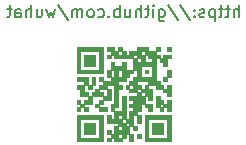
<source format=gbr>
G04 #@! TF.GenerationSoftware,KiCad,Pcbnew,(5.1.4)-1*
G04 #@! TF.CreationDate,2019-12-09T12:32:02+01:00*
G04 #@! TF.ProjectId,wuhat,77756861-742e-46b6-9963-61645f706362,7E4.0*
G04 #@! TF.SameCoordinates,Original*
G04 #@! TF.FileFunction,Legend,Bot*
G04 #@! TF.FilePolarity,Positive*
%FSLAX46Y46*%
G04 Gerber Fmt 4.6, Leading zero omitted, Abs format (unit mm)*
G04 Created by KiCad (PCBNEW (5.1.4)-1) date 2019-12-09 12:32:02*
%MOMM*%
%LPD*%
G04 APERTURE LIST*
%ADD10C,0.200000*%
%ADD11C,0.010000*%
%ADD12C,0.150000*%
G04 APERTURE END LIST*
D10*
X145616095Y-103555880D02*
X145616095Y-102555880D01*
X145187523Y-103555880D02*
X145187523Y-103032071D01*
X145235142Y-102936833D01*
X145330380Y-102889214D01*
X145473238Y-102889214D01*
X145568476Y-102936833D01*
X145616095Y-102984452D01*
X144854190Y-102889214D02*
X144473238Y-102889214D01*
X144711333Y-102555880D02*
X144711333Y-103413023D01*
X144663714Y-103508261D01*
X144568476Y-103555880D01*
X144473238Y-103555880D01*
X144282761Y-102889214D02*
X143901809Y-102889214D01*
X144139904Y-102555880D02*
X144139904Y-103413023D01*
X144092285Y-103508261D01*
X143997047Y-103555880D01*
X143901809Y-103555880D01*
X143568476Y-102889214D02*
X143568476Y-103889214D01*
X143568476Y-102936833D02*
X143473238Y-102889214D01*
X143282761Y-102889214D01*
X143187523Y-102936833D01*
X143139904Y-102984452D01*
X143092285Y-103079690D01*
X143092285Y-103365404D01*
X143139904Y-103460642D01*
X143187523Y-103508261D01*
X143282761Y-103555880D01*
X143473238Y-103555880D01*
X143568476Y-103508261D01*
X142711333Y-103508261D02*
X142616095Y-103555880D01*
X142425619Y-103555880D01*
X142330380Y-103508261D01*
X142282761Y-103413023D01*
X142282761Y-103365404D01*
X142330380Y-103270166D01*
X142425619Y-103222547D01*
X142568476Y-103222547D01*
X142663714Y-103174928D01*
X142711333Y-103079690D01*
X142711333Y-103032071D01*
X142663714Y-102936833D01*
X142568476Y-102889214D01*
X142425619Y-102889214D01*
X142330380Y-102936833D01*
X141854190Y-103460642D02*
X141806571Y-103508261D01*
X141854190Y-103555880D01*
X141901809Y-103508261D01*
X141854190Y-103460642D01*
X141854190Y-103555880D01*
X141854190Y-102936833D02*
X141806571Y-102984452D01*
X141854190Y-103032071D01*
X141901809Y-102984452D01*
X141854190Y-102936833D01*
X141854190Y-103032071D01*
X140663714Y-102508261D02*
X141520857Y-103793976D01*
X139616095Y-102508261D02*
X140473238Y-103793976D01*
X138854190Y-102889214D02*
X138854190Y-103698738D01*
X138901809Y-103793976D01*
X138949428Y-103841595D01*
X139044666Y-103889214D01*
X139187523Y-103889214D01*
X139282761Y-103841595D01*
X138854190Y-103508261D02*
X138949428Y-103555880D01*
X139139904Y-103555880D01*
X139235142Y-103508261D01*
X139282761Y-103460642D01*
X139330380Y-103365404D01*
X139330380Y-103079690D01*
X139282761Y-102984452D01*
X139235142Y-102936833D01*
X139139904Y-102889214D01*
X138949428Y-102889214D01*
X138854190Y-102936833D01*
X138378000Y-103555880D02*
X138378000Y-102889214D01*
X138378000Y-102555880D02*
X138425619Y-102603500D01*
X138378000Y-102651119D01*
X138330380Y-102603500D01*
X138378000Y-102555880D01*
X138378000Y-102651119D01*
X138044666Y-102889214D02*
X137663714Y-102889214D01*
X137901809Y-102555880D02*
X137901809Y-103413023D01*
X137854190Y-103508261D01*
X137758952Y-103555880D01*
X137663714Y-103555880D01*
X137330380Y-103555880D02*
X137330380Y-102555880D01*
X136901809Y-103555880D02*
X136901809Y-103032071D01*
X136949428Y-102936833D01*
X137044666Y-102889214D01*
X137187523Y-102889214D01*
X137282761Y-102936833D01*
X137330380Y-102984452D01*
X135997047Y-102889214D02*
X135997047Y-103555880D01*
X136425619Y-102889214D02*
X136425619Y-103413023D01*
X136378000Y-103508261D01*
X136282761Y-103555880D01*
X136139904Y-103555880D01*
X136044666Y-103508261D01*
X135997047Y-103460642D01*
X135520857Y-103555880D02*
X135520857Y-102555880D01*
X135520857Y-102936833D02*
X135425619Y-102889214D01*
X135235142Y-102889214D01*
X135139904Y-102936833D01*
X135092285Y-102984452D01*
X135044666Y-103079690D01*
X135044666Y-103365404D01*
X135092285Y-103460642D01*
X135139904Y-103508261D01*
X135235142Y-103555880D01*
X135425619Y-103555880D01*
X135520857Y-103508261D01*
X134616095Y-103460642D02*
X134568476Y-103508261D01*
X134616095Y-103555880D01*
X134663714Y-103508261D01*
X134616095Y-103460642D01*
X134616095Y-103555880D01*
X133711333Y-103508261D02*
X133806571Y-103555880D01*
X133997047Y-103555880D01*
X134092285Y-103508261D01*
X134139904Y-103460642D01*
X134187523Y-103365404D01*
X134187523Y-103079690D01*
X134139904Y-102984452D01*
X134092285Y-102936833D01*
X133997047Y-102889214D01*
X133806571Y-102889214D01*
X133711333Y-102936833D01*
X133139904Y-103555880D02*
X133235142Y-103508261D01*
X133282761Y-103460642D01*
X133330380Y-103365404D01*
X133330380Y-103079690D01*
X133282761Y-102984452D01*
X133235142Y-102936833D01*
X133139904Y-102889214D01*
X132997047Y-102889214D01*
X132901809Y-102936833D01*
X132854190Y-102984452D01*
X132806571Y-103079690D01*
X132806571Y-103365404D01*
X132854190Y-103460642D01*
X132901809Y-103508261D01*
X132997047Y-103555880D01*
X133139904Y-103555880D01*
X132378000Y-103555880D02*
X132378000Y-102889214D01*
X132378000Y-102984452D02*
X132330380Y-102936833D01*
X132235142Y-102889214D01*
X132092285Y-102889214D01*
X131997047Y-102936833D01*
X131949428Y-103032071D01*
X131949428Y-103555880D01*
X131949428Y-103032071D02*
X131901809Y-102936833D01*
X131806571Y-102889214D01*
X131663714Y-102889214D01*
X131568476Y-102936833D01*
X131520857Y-103032071D01*
X131520857Y-103555880D01*
X130330380Y-102508261D02*
X131187523Y-103793976D01*
X130092285Y-102889214D02*
X129901809Y-103555880D01*
X129711333Y-103079690D01*
X129520857Y-103555880D01*
X129330380Y-102889214D01*
X128520857Y-102889214D02*
X128520857Y-103555880D01*
X128949428Y-102889214D02*
X128949428Y-103413023D01*
X128901809Y-103508261D01*
X128806571Y-103555880D01*
X128663714Y-103555880D01*
X128568476Y-103508261D01*
X128520857Y-103460642D01*
X128044666Y-103555880D02*
X128044666Y-102555880D01*
X127616095Y-103555880D02*
X127616095Y-103032071D01*
X127663714Y-102936833D01*
X127758952Y-102889214D01*
X127901809Y-102889214D01*
X127997047Y-102936833D01*
X128044666Y-102984452D01*
X126711333Y-103555880D02*
X126711333Y-103032071D01*
X126758952Y-102936833D01*
X126854190Y-102889214D01*
X127044666Y-102889214D01*
X127139904Y-102936833D01*
X126711333Y-103508261D02*
X126806571Y-103555880D01*
X127044666Y-103555880D01*
X127139904Y-103508261D01*
X127187523Y-103413023D01*
X127187523Y-103317785D01*
X127139904Y-103222547D01*
X127044666Y-103174928D01*
X126806571Y-103174928D01*
X126711333Y-103127309D01*
X126378000Y-102889214D02*
X125997047Y-102889214D01*
X126235142Y-102555880D02*
X126235142Y-103413023D01*
X126187523Y-103508261D01*
X126092285Y-103555880D01*
X125997047Y-103555880D01*
D11*
G36*
X139802500Y-106164000D02*
G01*
X139882500Y-106164000D01*
X139882500Y-106084000D01*
X139802500Y-106084000D01*
X139802500Y-106164000D01*
X139802500Y-106164000D01*
G37*
X139802500Y-106164000D02*
X139882500Y-106164000D01*
X139882500Y-106084000D01*
X139802500Y-106084000D01*
X139802500Y-106164000D01*
G36*
X139722500Y-106164000D02*
G01*
X139802500Y-106164000D01*
X139802500Y-106084000D01*
X139722500Y-106084000D01*
X139722500Y-106164000D01*
X139722500Y-106164000D01*
G37*
X139722500Y-106164000D02*
X139802500Y-106164000D01*
X139802500Y-106084000D01*
X139722500Y-106084000D01*
X139722500Y-106164000D01*
G36*
X139642500Y-106164000D02*
G01*
X139722500Y-106164000D01*
X139722500Y-106084000D01*
X139642500Y-106084000D01*
X139642500Y-106164000D01*
X139642500Y-106164000D01*
G37*
X139642500Y-106164000D02*
X139722500Y-106164000D01*
X139722500Y-106084000D01*
X139642500Y-106084000D01*
X139642500Y-106164000D01*
G36*
X139562500Y-106164000D02*
G01*
X139642500Y-106164000D01*
X139642500Y-106084000D01*
X139562500Y-106084000D01*
X139562500Y-106164000D01*
X139562500Y-106164000D01*
G37*
X139562500Y-106164000D02*
X139642500Y-106164000D01*
X139642500Y-106084000D01*
X139562500Y-106084000D01*
X139562500Y-106164000D01*
G36*
X138842500Y-106164000D02*
G01*
X138922500Y-106164000D01*
X138922500Y-106084000D01*
X138842500Y-106084000D01*
X138842500Y-106164000D01*
X138842500Y-106164000D01*
G37*
X138842500Y-106164000D02*
X138922500Y-106164000D01*
X138922500Y-106084000D01*
X138842500Y-106084000D01*
X138842500Y-106164000D01*
G36*
X138762500Y-106164000D02*
G01*
X138842500Y-106164000D01*
X138842500Y-106084000D01*
X138762500Y-106084000D01*
X138762500Y-106164000D01*
X138762500Y-106164000D01*
G37*
X138762500Y-106164000D02*
X138842500Y-106164000D01*
X138842500Y-106084000D01*
X138762500Y-106084000D01*
X138762500Y-106164000D01*
G36*
X138682500Y-106164000D02*
G01*
X138762500Y-106164000D01*
X138762500Y-106084000D01*
X138682500Y-106084000D01*
X138682500Y-106164000D01*
X138682500Y-106164000D01*
G37*
X138682500Y-106164000D02*
X138762500Y-106164000D01*
X138762500Y-106084000D01*
X138682500Y-106084000D01*
X138682500Y-106164000D01*
G36*
X138602500Y-106164000D02*
G01*
X138682500Y-106164000D01*
X138682500Y-106084000D01*
X138602500Y-106084000D01*
X138602500Y-106164000D01*
X138602500Y-106164000D01*
G37*
X138602500Y-106164000D02*
X138682500Y-106164000D01*
X138682500Y-106084000D01*
X138602500Y-106084000D01*
X138602500Y-106164000D01*
G36*
X137882500Y-106164000D02*
G01*
X137962500Y-106164000D01*
X137962500Y-106084000D01*
X137882500Y-106084000D01*
X137882500Y-106164000D01*
X137882500Y-106164000D01*
G37*
X137882500Y-106164000D02*
X137962500Y-106164000D01*
X137962500Y-106084000D01*
X137882500Y-106084000D01*
X137882500Y-106164000D01*
G36*
X137802500Y-106164000D02*
G01*
X137882500Y-106164000D01*
X137882500Y-106084000D01*
X137802500Y-106084000D01*
X137802500Y-106164000D01*
X137802500Y-106164000D01*
G37*
X137802500Y-106164000D02*
X137882500Y-106164000D01*
X137882500Y-106084000D01*
X137802500Y-106084000D01*
X137802500Y-106164000D01*
G36*
X137722500Y-106164000D02*
G01*
X137802500Y-106164000D01*
X137802500Y-106084000D01*
X137722500Y-106084000D01*
X137722500Y-106164000D01*
X137722500Y-106164000D01*
G37*
X137722500Y-106164000D02*
X137802500Y-106164000D01*
X137802500Y-106084000D01*
X137722500Y-106084000D01*
X137722500Y-106164000D01*
G36*
X137642500Y-106164000D02*
G01*
X137722500Y-106164000D01*
X137722500Y-106084000D01*
X137642500Y-106084000D01*
X137642500Y-106164000D01*
X137642500Y-106164000D01*
G37*
X137642500Y-106164000D02*
X137722500Y-106164000D01*
X137722500Y-106084000D01*
X137642500Y-106084000D01*
X137642500Y-106164000D01*
G36*
X137562500Y-106164000D02*
G01*
X137642500Y-106164000D01*
X137642500Y-106084000D01*
X137562500Y-106084000D01*
X137562500Y-106164000D01*
X137562500Y-106164000D01*
G37*
X137562500Y-106164000D02*
X137642500Y-106164000D01*
X137642500Y-106084000D01*
X137562500Y-106084000D01*
X137562500Y-106164000D01*
G36*
X137482500Y-106164000D02*
G01*
X137562500Y-106164000D01*
X137562500Y-106084000D01*
X137482500Y-106084000D01*
X137482500Y-106164000D01*
X137482500Y-106164000D01*
G37*
X137482500Y-106164000D02*
X137562500Y-106164000D01*
X137562500Y-106084000D01*
X137482500Y-106084000D01*
X137482500Y-106164000D01*
G36*
X137402500Y-106164000D02*
G01*
X137482500Y-106164000D01*
X137482500Y-106084000D01*
X137402500Y-106084000D01*
X137402500Y-106164000D01*
X137402500Y-106164000D01*
G37*
X137402500Y-106164000D02*
X137482500Y-106164000D01*
X137482500Y-106084000D01*
X137402500Y-106084000D01*
X137402500Y-106164000D01*
G36*
X137322500Y-106164000D02*
G01*
X137402500Y-106164000D01*
X137402500Y-106084000D01*
X137322500Y-106084000D01*
X137322500Y-106164000D01*
X137322500Y-106164000D01*
G37*
X137322500Y-106164000D02*
X137402500Y-106164000D01*
X137402500Y-106084000D01*
X137322500Y-106084000D01*
X137322500Y-106164000D01*
G36*
X137242500Y-106164000D02*
G01*
X137322500Y-106164000D01*
X137322500Y-106084000D01*
X137242500Y-106084000D01*
X137242500Y-106164000D01*
X137242500Y-106164000D01*
G37*
X137242500Y-106164000D02*
X137322500Y-106164000D01*
X137322500Y-106084000D01*
X137242500Y-106084000D01*
X137242500Y-106164000D01*
G36*
X137162500Y-106164000D02*
G01*
X137242500Y-106164000D01*
X137242500Y-106084000D01*
X137162500Y-106084000D01*
X137162500Y-106164000D01*
X137162500Y-106164000D01*
G37*
X137162500Y-106164000D02*
X137242500Y-106164000D01*
X137242500Y-106084000D01*
X137162500Y-106084000D01*
X137162500Y-106164000D01*
G36*
X137082500Y-106164000D02*
G01*
X137162500Y-106164000D01*
X137162500Y-106084000D01*
X137082500Y-106084000D01*
X137082500Y-106164000D01*
X137082500Y-106164000D01*
G37*
X137082500Y-106164000D02*
X137162500Y-106164000D01*
X137162500Y-106084000D01*
X137082500Y-106084000D01*
X137082500Y-106164000D01*
G36*
X137002500Y-106164000D02*
G01*
X137082500Y-106164000D01*
X137082500Y-106084000D01*
X137002500Y-106084000D01*
X137002500Y-106164000D01*
X137002500Y-106164000D01*
G37*
X137002500Y-106164000D02*
X137082500Y-106164000D01*
X137082500Y-106084000D01*
X137002500Y-106084000D01*
X137002500Y-106164000D01*
G36*
X135642500Y-106164000D02*
G01*
X135722500Y-106164000D01*
X135722500Y-106084000D01*
X135642500Y-106084000D01*
X135642500Y-106164000D01*
X135642500Y-106164000D01*
G37*
X135642500Y-106164000D02*
X135722500Y-106164000D01*
X135722500Y-106084000D01*
X135642500Y-106084000D01*
X135642500Y-106164000D01*
G36*
X135562500Y-106164000D02*
G01*
X135642500Y-106164000D01*
X135642500Y-106084000D01*
X135562500Y-106084000D01*
X135562500Y-106164000D01*
X135562500Y-106164000D01*
G37*
X135562500Y-106164000D02*
X135642500Y-106164000D01*
X135642500Y-106084000D01*
X135562500Y-106084000D01*
X135562500Y-106164000D01*
G36*
X135482500Y-106164000D02*
G01*
X135562500Y-106164000D01*
X135562500Y-106084000D01*
X135482500Y-106084000D01*
X135482500Y-106164000D01*
X135482500Y-106164000D01*
G37*
X135482500Y-106164000D02*
X135562500Y-106164000D01*
X135562500Y-106084000D01*
X135482500Y-106084000D01*
X135482500Y-106164000D01*
G36*
X135402500Y-106164000D02*
G01*
X135482500Y-106164000D01*
X135482500Y-106084000D01*
X135402500Y-106084000D01*
X135402500Y-106164000D01*
X135402500Y-106164000D01*
G37*
X135402500Y-106164000D02*
X135482500Y-106164000D01*
X135482500Y-106084000D01*
X135402500Y-106084000D01*
X135402500Y-106164000D01*
G36*
X135002500Y-106164000D02*
G01*
X135082500Y-106164000D01*
X135082500Y-106084000D01*
X135002500Y-106084000D01*
X135002500Y-106164000D01*
X135002500Y-106164000D01*
G37*
X135002500Y-106164000D02*
X135082500Y-106164000D01*
X135082500Y-106084000D01*
X135002500Y-106084000D01*
X135002500Y-106164000D01*
G36*
X134922500Y-106164000D02*
G01*
X135002500Y-106164000D01*
X135002500Y-106084000D01*
X134922500Y-106084000D01*
X134922500Y-106164000D01*
X134922500Y-106164000D01*
G37*
X134922500Y-106164000D02*
X135002500Y-106164000D01*
X135002500Y-106084000D01*
X134922500Y-106084000D01*
X134922500Y-106164000D01*
G36*
X134842500Y-106164000D02*
G01*
X134922500Y-106164000D01*
X134922500Y-106084000D01*
X134842500Y-106084000D01*
X134842500Y-106164000D01*
X134842500Y-106164000D01*
G37*
X134842500Y-106164000D02*
X134922500Y-106164000D01*
X134922500Y-106084000D01*
X134842500Y-106084000D01*
X134842500Y-106164000D01*
G36*
X134762500Y-106164000D02*
G01*
X134842500Y-106164000D01*
X134842500Y-106084000D01*
X134762500Y-106084000D01*
X134762500Y-106164000D01*
X134762500Y-106164000D01*
G37*
X134762500Y-106164000D02*
X134842500Y-106164000D01*
X134842500Y-106084000D01*
X134762500Y-106084000D01*
X134762500Y-106164000D01*
G36*
X134682500Y-106164000D02*
G01*
X134762500Y-106164000D01*
X134762500Y-106084000D01*
X134682500Y-106084000D01*
X134682500Y-106164000D01*
X134682500Y-106164000D01*
G37*
X134682500Y-106164000D02*
X134762500Y-106164000D01*
X134762500Y-106084000D01*
X134682500Y-106084000D01*
X134682500Y-106164000D01*
G36*
X134602500Y-106164000D02*
G01*
X134682500Y-106164000D01*
X134682500Y-106084000D01*
X134602500Y-106084000D01*
X134602500Y-106164000D01*
X134602500Y-106164000D01*
G37*
X134602500Y-106164000D02*
X134682500Y-106164000D01*
X134682500Y-106084000D01*
X134602500Y-106084000D01*
X134602500Y-106164000D01*
G36*
X134522500Y-106164000D02*
G01*
X134602500Y-106164000D01*
X134602500Y-106084000D01*
X134522500Y-106084000D01*
X134522500Y-106164000D01*
X134522500Y-106164000D01*
G37*
X134522500Y-106164000D02*
X134602500Y-106164000D01*
X134602500Y-106084000D01*
X134522500Y-106084000D01*
X134522500Y-106164000D01*
G36*
X134442500Y-106164000D02*
G01*
X134522500Y-106164000D01*
X134522500Y-106084000D01*
X134442500Y-106084000D01*
X134442500Y-106164000D01*
X134442500Y-106164000D01*
G37*
X134442500Y-106164000D02*
X134522500Y-106164000D01*
X134522500Y-106084000D01*
X134442500Y-106084000D01*
X134442500Y-106164000D01*
G36*
X134042500Y-106164000D02*
G01*
X134122500Y-106164000D01*
X134122500Y-106084000D01*
X134042500Y-106084000D01*
X134042500Y-106164000D01*
X134042500Y-106164000D01*
G37*
X134042500Y-106164000D02*
X134122500Y-106164000D01*
X134122500Y-106084000D01*
X134042500Y-106084000D01*
X134042500Y-106164000D01*
G36*
X133962500Y-106164000D02*
G01*
X134042500Y-106164000D01*
X134042500Y-106084000D01*
X133962500Y-106084000D01*
X133962500Y-106164000D01*
X133962500Y-106164000D01*
G37*
X133962500Y-106164000D02*
X134042500Y-106164000D01*
X134042500Y-106084000D01*
X133962500Y-106084000D01*
X133962500Y-106164000D01*
G36*
X133882500Y-106164000D02*
G01*
X133962500Y-106164000D01*
X133962500Y-106084000D01*
X133882500Y-106084000D01*
X133882500Y-106164000D01*
X133882500Y-106164000D01*
G37*
X133882500Y-106164000D02*
X133962500Y-106164000D01*
X133962500Y-106084000D01*
X133882500Y-106084000D01*
X133882500Y-106164000D01*
G36*
X133802500Y-106164000D02*
G01*
X133882500Y-106164000D01*
X133882500Y-106084000D01*
X133802500Y-106084000D01*
X133802500Y-106164000D01*
X133802500Y-106164000D01*
G37*
X133802500Y-106164000D02*
X133882500Y-106164000D01*
X133882500Y-106084000D01*
X133802500Y-106084000D01*
X133802500Y-106164000D01*
G36*
X133722500Y-106164000D02*
G01*
X133802500Y-106164000D01*
X133802500Y-106084000D01*
X133722500Y-106084000D01*
X133722500Y-106164000D01*
X133722500Y-106164000D01*
G37*
X133722500Y-106164000D02*
X133802500Y-106164000D01*
X133802500Y-106084000D01*
X133722500Y-106084000D01*
X133722500Y-106164000D01*
G36*
X133642500Y-106164000D02*
G01*
X133722500Y-106164000D01*
X133722500Y-106084000D01*
X133642500Y-106084000D01*
X133642500Y-106164000D01*
X133642500Y-106164000D01*
G37*
X133642500Y-106164000D02*
X133722500Y-106164000D01*
X133722500Y-106084000D01*
X133642500Y-106084000D01*
X133642500Y-106164000D01*
G36*
X133562500Y-106164000D02*
G01*
X133642500Y-106164000D01*
X133642500Y-106084000D01*
X133562500Y-106084000D01*
X133562500Y-106164000D01*
X133562500Y-106164000D01*
G37*
X133562500Y-106164000D02*
X133642500Y-106164000D01*
X133642500Y-106084000D01*
X133562500Y-106084000D01*
X133562500Y-106164000D01*
G36*
X133482500Y-106164000D02*
G01*
X133562500Y-106164000D01*
X133562500Y-106084000D01*
X133482500Y-106084000D01*
X133482500Y-106164000D01*
X133482500Y-106164000D01*
G37*
X133482500Y-106164000D02*
X133562500Y-106164000D01*
X133562500Y-106084000D01*
X133482500Y-106084000D01*
X133482500Y-106164000D01*
G36*
X133402500Y-106164000D02*
G01*
X133482500Y-106164000D01*
X133482500Y-106084000D01*
X133402500Y-106084000D01*
X133402500Y-106164000D01*
X133402500Y-106164000D01*
G37*
X133402500Y-106164000D02*
X133482500Y-106164000D01*
X133482500Y-106084000D01*
X133402500Y-106084000D01*
X133402500Y-106164000D01*
G36*
X133322500Y-106164000D02*
G01*
X133402500Y-106164000D01*
X133402500Y-106084000D01*
X133322500Y-106084000D01*
X133322500Y-106164000D01*
X133322500Y-106164000D01*
G37*
X133322500Y-106164000D02*
X133402500Y-106164000D01*
X133402500Y-106084000D01*
X133322500Y-106084000D01*
X133322500Y-106164000D01*
G36*
X133242500Y-106164000D02*
G01*
X133322500Y-106164000D01*
X133322500Y-106084000D01*
X133242500Y-106084000D01*
X133242500Y-106164000D01*
X133242500Y-106164000D01*
G37*
X133242500Y-106164000D02*
X133322500Y-106164000D01*
X133322500Y-106084000D01*
X133242500Y-106084000D01*
X133242500Y-106164000D01*
G36*
X133162500Y-106164000D02*
G01*
X133242500Y-106164000D01*
X133242500Y-106084000D01*
X133162500Y-106084000D01*
X133162500Y-106164000D01*
X133162500Y-106164000D01*
G37*
X133162500Y-106164000D02*
X133242500Y-106164000D01*
X133242500Y-106084000D01*
X133162500Y-106084000D01*
X133162500Y-106164000D01*
G36*
X133082500Y-106164000D02*
G01*
X133162500Y-106164000D01*
X133162500Y-106084000D01*
X133082500Y-106084000D01*
X133082500Y-106164000D01*
X133082500Y-106164000D01*
G37*
X133082500Y-106164000D02*
X133162500Y-106164000D01*
X133162500Y-106084000D01*
X133082500Y-106084000D01*
X133082500Y-106164000D01*
G36*
X133002500Y-106164000D02*
G01*
X133082500Y-106164000D01*
X133082500Y-106084000D01*
X133002500Y-106084000D01*
X133002500Y-106164000D01*
X133002500Y-106164000D01*
G37*
X133002500Y-106164000D02*
X133082500Y-106164000D01*
X133082500Y-106084000D01*
X133002500Y-106084000D01*
X133002500Y-106164000D01*
G36*
X132922500Y-106164000D02*
G01*
X133002500Y-106164000D01*
X133002500Y-106084000D01*
X132922500Y-106084000D01*
X132922500Y-106164000D01*
X132922500Y-106164000D01*
G37*
X132922500Y-106164000D02*
X133002500Y-106164000D01*
X133002500Y-106084000D01*
X132922500Y-106084000D01*
X132922500Y-106164000D01*
G36*
X132842500Y-106164000D02*
G01*
X132922500Y-106164000D01*
X132922500Y-106084000D01*
X132842500Y-106084000D01*
X132842500Y-106164000D01*
X132842500Y-106164000D01*
G37*
X132842500Y-106164000D02*
X132922500Y-106164000D01*
X132922500Y-106084000D01*
X132842500Y-106084000D01*
X132842500Y-106164000D01*
G36*
X132762500Y-106164000D02*
G01*
X132842500Y-106164000D01*
X132842500Y-106084000D01*
X132762500Y-106084000D01*
X132762500Y-106164000D01*
X132762500Y-106164000D01*
G37*
X132762500Y-106164000D02*
X132842500Y-106164000D01*
X132842500Y-106084000D01*
X132762500Y-106084000D01*
X132762500Y-106164000D01*
G36*
X132682500Y-106164000D02*
G01*
X132762500Y-106164000D01*
X132762500Y-106084000D01*
X132682500Y-106084000D01*
X132682500Y-106164000D01*
X132682500Y-106164000D01*
G37*
X132682500Y-106164000D02*
X132762500Y-106164000D01*
X132762500Y-106084000D01*
X132682500Y-106084000D01*
X132682500Y-106164000D01*
G36*
X132602500Y-106164000D02*
G01*
X132682500Y-106164000D01*
X132682500Y-106084000D01*
X132602500Y-106084000D01*
X132602500Y-106164000D01*
X132602500Y-106164000D01*
G37*
X132602500Y-106164000D02*
X132682500Y-106164000D01*
X132682500Y-106084000D01*
X132602500Y-106084000D01*
X132602500Y-106164000D01*
G36*
X132522500Y-106164000D02*
G01*
X132602500Y-106164000D01*
X132602500Y-106084000D01*
X132522500Y-106084000D01*
X132522500Y-106164000D01*
X132522500Y-106164000D01*
G37*
X132522500Y-106164000D02*
X132602500Y-106164000D01*
X132602500Y-106084000D01*
X132522500Y-106084000D01*
X132522500Y-106164000D01*
G36*
X132442500Y-106164000D02*
G01*
X132522500Y-106164000D01*
X132522500Y-106084000D01*
X132442500Y-106084000D01*
X132442500Y-106164000D01*
X132442500Y-106164000D01*
G37*
X132442500Y-106164000D02*
X132522500Y-106164000D01*
X132522500Y-106084000D01*
X132442500Y-106084000D01*
X132442500Y-106164000D01*
G36*
X132362500Y-106164000D02*
G01*
X132442500Y-106164000D01*
X132442500Y-106084000D01*
X132362500Y-106084000D01*
X132362500Y-106164000D01*
X132362500Y-106164000D01*
G37*
X132362500Y-106164000D02*
X132442500Y-106164000D01*
X132442500Y-106084000D01*
X132362500Y-106084000D01*
X132362500Y-106164000D01*
G36*
X132282500Y-106164000D02*
G01*
X132362500Y-106164000D01*
X132362500Y-106084000D01*
X132282500Y-106084000D01*
X132282500Y-106164000D01*
X132282500Y-106164000D01*
G37*
X132282500Y-106164000D02*
X132362500Y-106164000D01*
X132362500Y-106084000D01*
X132282500Y-106084000D01*
X132282500Y-106164000D01*
G36*
X132202500Y-106164000D02*
G01*
X132282500Y-106164000D01*
X132282500Y-106084000D01*
X132202500Y-106084000D01*
X132202500Y-106164000D01*
X132202500Y-106164000D01*
G37*
X132202500Y-106164000D02*
X132282500Y-106164000D01*
X132282500Y-106084000D01*
X132202500Y-106084000D01*
X132202500Y-106164000D01*
G36*
X132122500Y-106164000D02*
G01*
X132202500Y-106164000D01*
X132202500Y-106084000D01*
X132122500Y-106084000D01*
X132122500Y-106164000D01*
X132122500Y-106164000D01*
G37*
X132122500Y-106164000D02*
X132202500Y-106164000D01*
X132202500Y-106084000D01*
X132122500Y-106084000D01*
X132122500Y-106164000D01*
G36*
X132042500Y-106164000D02*
G01*
X132122500Y-106164000D01*
X132122500Y-106084000D01*
X132042500Y-106084000D01*
X132042500Y-106164000D01*
X132042500Y-106164000D01*
G37*
X132042500Y-106164000D02*
X132122500Y-106164000D01*
X132122500Y-106084000D01*
X132042500Y-106084000D01*
X132042500Y-106164000D01*
G36*
X131962500Y-106164000D02*
G01*
X132042500Y-106164000D01*
X132042500Y-106084000D01*
X131962500Y-106084000D01*
X131962500Y-106164000D01*
X131962500Y-106164000D01*
G37*
X131962500Y-106164000D02*
X132042500Y-106164000D01*
X132042500Y-106084000D01*
X131962500Y-106084000D01*
X131962500Y-106164000D01*
G36*
X131882500Y-106164000D02*
G01*
X131962500Y-106164000D01*
X131962500Y-106084000D01*
X131882500Y-106084000D01*
X131882500Y-106164000D01*
X131882500Y-106164000D01*
G37*
X131882500Y-106164000D02*
X131962500Y-106164000D01*
X131962500Y-106084000D01*
X131882500Y-106084000D01*
X131882500Y-106164000D01*
G36*
X139802500Y-106244000D02*
G01*
X139882500Y-106244000D01*
X139882500Y-106164000D01*
X139802500Y-106164000D01*
X139802500Y-106244000D01*
X139802500Y-106244000D01*
G37*
X139802500Y-106244000D02*
X139882500Y-106244000D01*
X139882500Y-106164000D01*
X139802500Y-106164000D01*
X139802500Y-106244000D01*
G36*
X139722500Y-106244000D02*
G01*
X139802500Y-106244000D01*
X139802500Y-106164000D01*
X139722500Y-106164000D01*
X139722500Y-106244000D01*
X139722500Y-106244000D01*
G37*
X139722500Y-106244000D02*
X139802500Y-106244000D01*
X139802500Y-106164000D01*
X139722500Y-106164000D01*
X139722500Y-106244000D01*
G36*
X139642500Y-106244000D02*
G01*
X139722500Y-106244000D01*
X139722500Y-106164000D01*
X139642500Y-106164000D01*
X139642500Y-106244000D01*
X139642500Y-106244000D01*
G37*
X139642500Y-106244000D02*
X139722500Y-106244000D01*
X139722500Y-106164000D01*
X139642500Y-106164000D01*
X139642500Y-106244000D01*
G36*
X139562500Y-106244000D02*
G01*
X139642500Y-106244000D01*
X139642500Y-106164000D01*
X139562500Y-106164000D01*
X139562500Y-106244000D01*
X139562500Y-106244000D01*
G37*
X139562500Y-106244000D02*
X139642500Y-106244000D01*
X139642500Y-106164000D01*
X139562500Y-106164000D01*
X139562500Y-106244000D01*
G36*
X138842500Y-106244000D02*
G01*
X138922500Y-106244000D01*
X138922500Y-106164000D01*
X138842500Y-106164000D01*
X138842500Y-106244000D01*
X138842500Y-106244000D01*
G37*
X138842500Y-106244000D02*
X138922500Y-106244000D01*
X138922500Y-106164000D01*
X138842500Y-106164000D01*
X138842500Y-106244000D01*
G36*
X138762500Y-106244000D02*
G01*
X138842500Y-106244000D01*
X138842500Y-106164000D01*
X138762500Y-106164000D01*
X138762500Y-106244000D01*
X138762500Y-106244000D01*
G37*
X138762500Y-106244000D02*
X138842500Y-106244000D01*
X138842500Y-106164000D01*
X138762500Y-106164000D01*
X138762500Y-106244000D01*
G36*
X138682500Y-106244000D02*
G01*
X138762500Y-106244000D01*
X138762500Y-106164000D01*
X138682500Y-106164000D01*
X138682500Y-106244000D01*
X138682500Y-106244000D01*
G37*
X138682500Y-106244000D02*
X138762500Y-106244000D01*
X138762500Y-106164000D01*
X138682500Y-106164000D01*
X138682500Y-106244000D01*
G36*
X138602500Y-106244000D02*
G01*
X138682500Y-106244000D01*
X138682500Y-106164000D01*
X138602500Y-106164000D01*
X138602500Y-106244000D01*
X138602500Y-106244000D01*
G37*
X138602500Y-106244000D02*
X138682500Y-106244000D01*
X138682500Y-106164000D01*
X138602500Y-106164000D01*
X138602500Y-106244000D01*
G36*
X137882500Y-106244000D02*
G01*
X137962500Y-106244000D01*
X137962500Y-106164000D01*
X137882500Y-106164000D01*
X137882500Y-106244000D01*
X137882500Y-106244000D01*
G37*
X137882500Y-106244000D02*
X137962500Y-106244000D01*
X137962500Y-106164000D01*
X137882500Y-106164000D01*
X137882500Y-106244000D01*
G36*
X137802500Y-106244000D02*
G01*
X137882500Y-106244000D01*
X137882500Y-106164000D01*
X137802500Y-106164000D01*
X137802500Y-106244000D01*
X137802500Y-106244000D01*
G37*
X137802500Y-106244000D02*
X137882500Y-106244000D01*
X137882500Y-106164000D01*
X137802500Y-106164000D01*
X137802500Y-106244000D01*
G36*
X137722500Y-106244000D02*
G01*
X137802500Y-106244000D01*
X137802500Y-106164000D01*
X137722500Y-106164000D01*
X137722500Y-106244000D01*
X137722500Y-106244000D01*
G37*
X137722500Y-106244000D02*
X137802500Y-106244000D01*
X137802500Y-106164000D01*
X137722500Y-106164000D01*
X137722500Y-106244000D01*
G36*
X137642500Y-106244000D02*
G01*
X137722500Y-106244000D01*
X137722500Y-106164000D01*
X137642500Y-106164000D01*
X137642500Y-106244000D01*
X137642500Y-106244000D01*
G37*
X137642500Y-106244000D02*
X137722500Y-106244000D01*
X137722500Y-106164000D01*
X137642500Y-106164000D01*
X137642500Y-106244000D01*
G36*
X137562500Y-106244000D02*
G01*
X137642500Y-106244000D01*
X137642500Y-106164000D01*
X137562500Y-106164000D01*
X137562500Y-106244000D01*
X137562500Y-106244000D01*
G37*
X137562500Y-106244000D02*
X137642500Y-106244000D01*
X137642500Y-106164000D01*
X137562500Y-106164000D01*
X137562500Y-106244000D01*
G36*
X137482500Y-106244000D02*
G01*
X137562500Y-106244000D01*
X137562500Y-106164000D01*
X137482500Y-106164000D01*
X137482500Y-106244000D01*
X137482500Y-106244000D01*
G37*
X137482500Y-106244000D02*
X137562500Y-106244000D01*
X137562500Y-106164000D01*
X137482500Y-106164000D01*
X137482500Y-106244000D01*
G36*
X137402500Y-106244000D02*
G01*
X137482500Y-106244000D01*
X137482500Y-106164000D01*
X137402500Y-106164000D01*
X137402500Y-106244000D01*
X137402500Y-106244000D01*
G37*
X137402500Y-106244000D02*
X137482500Y-106244000D01*
X137482500Y-106164000D01*
X137402500Y-106164000D01*
X137402500Y-106244000D01*
G36*
X137322500Y-106244000D02*
G01*
X137402500Y-106244000D01*
X137402500Y-106164000D01*
X137322500Y-106164000D01*
X137322500Y-106244000D01*
X137322500Y-106244000D01*
G37*
X137322500Y-106244000D02*
X137402500Y-106244000D01*
X137402500Y-106164000D01*
X137322500Y-106164000D01*
X137322500Y-106244000D01*
G36*
X137242500Y-106244000D02*
G01*
X137322500Y-106244000D01*
X137322500Y-106164000D01*
X137242500Y-106164000D01*
X137242500Y-106244000D01*
X137242500Y-106244000D01*
G37*
X137242500Y-106244000D02*
X137322500Y-106244000D01*
X137322500Y-106164000D01*
X137242500Y-106164000D01*
X137242500Y-106244000D01*
G36*
X137162500Y-106244000D02*
G01*
X137242500Y-106244000D01*
X137242500Y-106164000D01*
X137162500Y-106164000D01*
X137162500Y-106244000D01*
X137162500Y-106244000D01*
G37*
X137162500Y-106244000D02*
X137242500Y-106244000D01*
X137242500Y-106164000D01*
X137162500Y-106164000D01*
X137162500Y-106244000D01*
G36*
X137082500Y-106244000D02*
G01*
X137162500Y-106244000D01*
X137162500Y-106164000D01*
X137082500Y-106164000D01*
X137082500Y-106244000D01*
X137082500Y-106244000D01*
G37*
X137082500Y-106244000D02*
X137162500Y-106244000D01*
X137162500Y-106164000D01*
X137082500Y-106164000D01*
X137082500Y-106244000D01*
G36*
X137002500Y-106244000D02*
G01*
X137082500Y-106244000D01*
X137082500Y-106164000D01*
X137002500Y-106164000D01*
X137002500Y-106244000D01*
X137002500Y-106244000D01*
G37*
X137002500Y-106244000D02*
X137082500Y-106244000D01*
X137082500Y-106164000D01*
X137002500Y-106164000D01*
X137002500Y-106244000D01*
G36*
X135642500Y-106244000D02*
G01*
X135722500Y-106244000D01*
X135722500Y-106164000D01*
X135642500Y-106164000D01*
X135642500Y-106244000D01*
X135642500Y-106244000D01*
G37*
X135642500Y-106244000D02*
X135722500Y-106244000D01*
X135722500Y-106164000D01*
X135642500Y-106164000D01*
X135642500Y-106244000D01*
G36*
X135562500Y-106244000D02*
G01*
X135642500Y-106244000D01*
X135642500Y-106164000D01*
X135562500Y-106164000D01*
X135562500Y-106244000D01*
X135562500Y-106244000D01*
G37*
X135562500Y-106244000D02*
X135642500Y-106244000D01*
X135642500Y-106164000D01*
X135562500Y-106164000D01*
X135562500Y-106244000D01*
G36*
X135482500Y-106244000D02*
G01*
X135562500Y-106244000D01*
X135562500Y-106164000D01*
X135482500Y-106164000D01*
X135482500Y-106244000D01*
X135482500Y-106244000D01*
G37*
X135482500Y-106244000D02*
X135562500Y-106244000D01*
X135562500Y-106164000D01*
X135482500Y-106164000D01*
X135482500Y-106244000D01*
G36*
X135402500Y-106244000D02*
G01*
X135482500Y-106244000D01*
X135482500Y-106164000D01*
X135402500Y-106164000D01*
X135402500Y-106244000D01*
X135402500Y-106244000D01*
G37*
X135402500Y-106244000D02*
X135482500Y-106244000D01*
X135482500Y-106164000D01*
X135402500Y-106164000D01*
X135402500Y-106244000D01*
G36*
X135002500Y-106244000D02*
G01*
X135082500Y-106244000D01*
X135082500Y-106164000D01*
X135002500Y-106164000D01*
X135002500Y-106244000D01*
X135002500Y-106244000D01*
G37*
X135002500Y-106244000D02*
X135082500Y-106244000D01*
X135082500Y-106164000D01*
X135002500Y-106164000D01*
X135002500Y-106244000D01*
G36*
X134922500Y-106244000D02*
G01*
X135002500Y-106244000D01*
X135002500Y-106164000D01*
X134922500Y-106164000D01*
X134922500Y-106244000D01*
X134922500Y-106244000D01*
G37*
X134922500Y-106244000D02*
X135002500Y-106244000D01*
X135002500Y-106164000D01*
X134922500Y-106164000D01*
X134922500Y-106244000D01*
G36*
X134842500Y-106244000D02*
G01*
X134922500Y-106244000D01*
X134922500Y-106164000D01*
X134842500Y-106164000D01*
X134842500Y-106244000D01*
X134842500Y-106244000D01*
G37*
X134842500Y-106244000D02*
X134922500Y-106244000D01*
X134922500Y-106164000D01*
X134842500Y-106164000D01*
X134842500Y-106244000D01*
G36*
X134762500Y-106244000D02*
G01*
X134842500Y-106244000D01*
X134842500Y-106164000D01*
X134762500Y-106164000D01*
X134762500Y-106244000D01*
X134762500Y-106244000D01*
G37*
X134762500Y-106244000D02*
X134842500Y-106244000D01*
X134842500Y-106164000D01*
X134762500Y-106164000D01*
X134762500Y-106244000D01*
G36*
X134682500Y-106244000D02*
G01*
X134762500Y-106244000D01*
X134762500Y-106164000D01*
X134682500Y-106164000D01*
X134682500Y-106244000D01*
X134682500Y-106244000D01*
G37*
X134682500Y-106244000D02*
X134762500Y-106244000D01*
X134762500Y-106164000D01*
X134682500Y-106164000D01*
X134682500Y-106244000D01*
G36*
X134602500Y-106244000D02*
G01*
X134682500Y-106244000D01*
X134682500Y-106164000D01*
X134602500Y-106164000D01*
X134602500Y-106244000D01*
X134602500Y-106244000D01*
G37*
X134602500Y-106244000D02*
X134682500Y-106244000D01*
X134682500Y-106164000D01*
X134602500Y-106164000D01*
X134602500Y-106244000D01*
G36*
X134522500Y-106244000D02*
G01*
X134602500Y-106244000D01*
X134602500Y-106164000D01*
X134522500Y-106164000D01*
X134522500Y-106244000D01*
X134522500Y-106244000D01*
G37*
X134522500Y-106244000D02*
X134602500Y-106244000D01*
X134602500Y-106164000D01*
X134522500Y-106164000D01*
X134522500Y-106244000D01*
G36*
X134442500Y-106244000D02*
G01*
X134522500Y-106244000D01*
X134522500Y-106164000D01*
X134442500Y-106164000D01*
X134442500Y-106244000D01*
X134442500Y-106244000D01*
G37*
X134442500Y-106244000D02*
X134522500Y-106244000D01*
X134522500Y-106164000D01*
X134442500Y-106164000D01*
X134442500Y-106244000D01*
G36*
X134042500Y-106244000D02*
G01*
X134122500Y-106244000D01*
X134122500Y-106164000D01*
X134042500Y-106164000D01*
X134042500Y-106244000D01*
X134042500Y-106244000D01*
G37*
X134042500Y-106244000D02*
X134122500Y-106244000D01*
X134122500Y-106164000D01*
X134042500Y-106164000D01*
X134042500Y-106244000D01*
G36*
X133962500Y-106244000D02*
G01*
X134042500Y-106244000D01*
X134042500Y-106164000D01*
X133962500Y-106164000D01*
X133962500Y-106244000D01*
X133962500Y-106244000D01*
G37*
X133962500Y-106244000D02*
X134042500Y-106244000D01*
X134042500Y-106164000D01*
X133962500Y-106164000D01*
X133962500Y-106244000D01*
G36*
X133882500Y-106244000D02*
G01*
X133962500Y-106244000D01*
X133962500Y-106164000D01*
X133882500Y-106164000D01*
X133882500Y-106244000D01*
X133882500Y-106244000D01*
G37*
X133882500Y-106244000D02*
X133962500Y-106244000D01*
X133962500Y-106164000D01*
X133882500Y-106164000D01*
X133882500Y-106244000D01*
G36*
X133802500Y-106244000D02*
G01*
X133882500Y-106244000D01*
X133882500Y-106164000D01*
X133802500Y-106164000D01*
X133802500Y-106244000D01*
X133802500Y-106244000D01*
G37*
X133802500Y-106244000D02*
X133882500Y-106244000D01*
X133882500Y-106164000D01*
X133802500Y-106164000D01*
X133802500Y-106244000D01*
G36*
X133722500Y-106244000D02*
G01*
X133802500Y-106244000D01*
X133802500Y-106164000D01*
X133722500Y-106164000D01*
X133722500Y-106244000D01*
X133722500Y-106244000D01*
G37*
X133722500Y-106244000D02*
X133802500Y-106244000D01*
X133802500Y-106164000D01*
X133722500Y-106164000D01*
X133722500Y-106244000D01*
G36*
X133642500Y-106244000D02*
G01*
X133722500Y-106244000D01*
X133722500Y-106164000D01*
X133642500Y-106164000D01*
X133642500Y-106244000D01*
X133642500Y-106244000D01*
G37*
X133642500Y-106244000D02*
X133722500Y-106244000D01*
X133722500Y-106164000D01*
X133642500Y-106164000D01*
X133642500Y-106244000D01*
G36*
X133562500Y-106244000D02*
G01*
X133642500Y-106244000D01*
X133642500Y-106164000D01*
X133562500Y-106164000D01*
X133562500Y-106244000D01*
X133562500Y-106244000D01*
G37*
X133562500Y-106244000D02*
X133642500Y-106244000D01*
X133642500Y-106164000D01*
X133562500Y-106164000D01*
X133562500Y-106244000D01*
G36*
X133482500Y-106244000D02*
G01*
X133562500Y-106244000D01*
X133562500Y-106164000D01*
X133482500Y-106164000D01*
X133482500Y-106244000D01*
X133482500Y-106244000D01*
G37*
X133482500Y-106244000D02*
X133562500Y-106244000D01*
X133562500Y-106164000D01*
X133482500Y-106164000D01*
X133482500Y-106244000D01*
G36*
X133402500Y-106244000D02*
G01*
X133482500Y-106244000D01*
X133482500Y-106164000D01*
X133402500Y-106164000D01*
X133402500Y-106244000D01*
X133402500Y-106244000D01*
G37*
X133402500Y-106244000D02*
X133482500Y-106244000D01*
X133482500Y-106164000D01*
X133402500Y-106164000D01*
X133402500Y-106244000D01*
G36*
X133322500Y-106244000D02*
G01*
X133402500Y-106244000D01*
X133402500Y-106164000D01*
X133322500Y-106164000D01*
X133322500Y-106244000D01*
X133322500Y-106244000D01*
G37*
X133322500Y-106244000D02*
X133402500Y-106244000D01*
X133402500Y-106164000D01*
X133322500Y-106164000D01*
X133322500Y-106244000D01*
G36*
X133242500Y-106244000D02*
G01*
X133322500Y-106244000D01*
X133322500Y-106164000D01*
X133242500Y-106164000D01*
X133242500Y-106244000D01*
X133242500Y-106244000D01*
G37*
X133242500Y-106244000D02*
X133322500Y-106244000D01*
X133322500Y-106164000D01*
X133242500Y-106164000D01*
X133242500Y-106244000D01*
G36*
X133162500Y-106244000D02*
G01*
X133242500Y-106244000D01*
X133242500Y-106164000D01*
X133162500Y-106164000D01*
X133162500Y-106244000D01*
X133162500Y-106244000D01*
G37*
X133162500Y-106244000D02*
X133242500Y-106244000D01*
X133242500Y-106164000D01*
X133162500Y-106164000D01*
X133162500Y-106244000D01*
G36*
X133082500Y-106244000D02*
G01*
X133162500Y-106244000D01*
X133162500Y-106164000D01*
X133082500Y-106164000D01*
X133082500Y-106244000D01*
X133082500Y-106244000D01*
G37*
X133082500Y-106244000D02*
X133162500Y-106244000D01*
X133162500Y-106164000D01*
X133082500Y-106164000D01*
X133082500Y-106244000D01*
G36*
X133002500Y-106244000D02*
G01*
X133082500Y-106244000D01*
X133082500Y-106164000D01*
X133002500Y-106164000D01*
X133002500Y-106244000D01*
X133002500Y-106244000D01*
G37*
X133002500Y-106244000D02*
X133082500Y-106244000D01*
X133082500Y-106164000D01*
X133002500Y-106164000D01*
X133002500Y-106244000D01*
G36*
X132922500Y-106244000D02*
G01*
X133002500Y-106244000D01*
X133002500Y-106164000D01*
X132922500Y-106164000D01*
X132922500Y-106244000D01*
X132922500Y-106244000D01*
G37*
X132922500Y-106244000D02*
X133002500Y-106244000D01*
X133002500Y-106164000D01*
X132922500Y-106164000D01*
X132922500Y-106244000D01*
G36*
X132842500Y-106244000D02*
G01*
X132922500Y-106244000D01*
X132922500Y-106164000D01*
X132842500Y-106164000D01*
X132842500Y-106244000D01*
X132842500Y-106244000D01*
G37*
X132842500Y-106244000D02*
X132922500Y-106244000D01*
X132922500Y-106164000D01*
X132842500Y-106164000D01*
X132842500Y-106244000D01*
G36*
X132762500Y-106244000D02*
G01*
X132842500Y-106244000D01*
X132842500Y-106164000D01*
X132762500Y-106164000D01*
X132762500Y-106244000D01*
X132762500Y-106244000D01*
G37*
X132762500Y-106244000D02*
X132842500Y-106244000D01*
X132842500Y-106164000D01*
X132762500Y-106164000D01*
X132762500Y-106244000D01*
G36*
X132682500Y-106244000D02*
G01*
X132762500Y-106244000D01*
X132762500Y-106164000D01*
X132682500Y-106164000D01*
X132682500Y-106244000D01*
X132682500Y-106244000D01*
G37*
X132682500Y-106244000D02*
X132762500Y-106244000D01*
X132762500Y-106164000D01*
X132682500Y-106164000D01*
X132682500Y-106244000D01*
G36*
X132602500Y-106244000D02*
G01*
X132682500Y-106244000D01*
X132682500Y-106164000D01*
X132602500Y-106164000D01*
X132602500Y-106244000D01*
X132602500Y-106244000D01*
G37*
X132602500Y-106244000D02*
X132682500Y-106244000D01*
X132682500Y-106164000D01*
X132602500Y-106164000D01*
X132602500Y-106244000D01*
G36*
X132522500Y-106244000D02*
G01*
X132602500Y-106244000D01*
X132602500Y-106164000D01*
X132522500Y-106164000D01*
X132522500Y-106244000D01*
X132522500Y-106244000D01*
G37*
X132522500Y-106244000D02*
X132602500Y-106244000D01*
X132602500Y-106164000D01*
X132522500Y-106164000D01*
X132522500Y-106244000D01*
G36*
X132442500Y-106244000D02*
G01*
X132522500Y-106244000D01*
X132522500Y-106164000D01*
X132442500Y-106164000D01*
X132442500Y-106244000D01*
X132442500Y-106244000D01*
G37*
X132442500Y-106244000D02*
X132522500Y-106244000D01*
X132522500Y-106164000D01*
X132442500Y-106164000D01*
X132442500Y-106244000D01*
G36*
X132362500Y-106244000D02*
G01*
X132442500Y-106244000D01*
X132442500Y-106164000D01*
X132362500Y-106164000D01*
X132362500Y-106244000D01*
X132362500Y-106244000D01*
G37*
X132362500Y-106244000D02*
X132442500Y-106244000D01*
X132442500Y-106164000D01*
X132362500Y-106164000D01*
X132362500Y-106244000D01*
G36*
X132282500Y-106244000D02*
G01*
X132362500Y-106244000D01*
X132362500Y-106164000D01*
X132282500Y-106164000D01*
X132282500Y-106244000D01*
X132282500Y-106244000D01*
G37*
X132282500Y-106244000D02*
X132362500Y-106244000D01*
X132362500Y-106164000D01*
X132282500Y-106164000D01*
X132282500Y-106244000D01*
G36*
X132202500Y-106244000D02*
G01*
X132282500Y-106244000D01*
X132282500Y-106164000D01*
X132202500Y-106164000D01*
X132202500Y-106244000D01*
X132202500Y-106244000D01*
G37*
X132202500Y-106244000D02*
X132282500Y-106244000D01*
X132282500Y-106164000D01*
X132202500Y-106164000D01*
X132202500Y-106244000D01*
G36*
X132122500Y-106244000D02*
G01*
X132202500Y-106244000D01*
X132202500Y-106164000D01*
X132122500Y-106164000D01*
X132122500Y-106244000D01*
X132122500Y-106244000D01*
G37*
X132122500Y-106244000D02*
X132202500Y-106244000D01*
X132202500Y-106164000D01*
X132122500Y-106164000D01*
X132122500Y-106244000D01*
G36*
X132042500Y-106244000D02*
G01*
X132122500Y-106244000D01*
X132122500Y-106164000D01*
X132042500Y-106164000D01*
X132042500Y-106244000D01*
X132042500Y-106244000D01*
G37*
X132042500Y-106244000D02*
X132122500Y-106244000D01*
X132122500Y-106164000D01*
X132042500Y-106164000D01*
X132042500Y-106244000D01*
G36*
X131962500Y-106244000D02*
G01*
X132042500Y-106244000D01*
X132042500Y-106164000D01*
X131962500Y-106164000D01*
X131962500Y-106244000D01*
X131962500Y-106244000D01*
G37*
X131962500Y-106244000D02*
X132042500Y-106244000D01*
X132042500Y-106164000D01*
X131962500Y-106164000D01*
X131962500Y-106244000D01*
G36*
X131882500Y-106244000D02*
G01*
X131962500Y-106244000D01*
X131962500Y-106164000D01*
X131882500Y-106164000D01*
X131882500Y-106244000D01*
X131882500Y-106244000D01*
G37*
X131882500Y-106244000D02*
X131962500Y-106244000D01*
X131962500Y-106164000D01*
X131882500Y-106164000D01*
X131882500Y-106244000D01*
G36*
X139802500Y-106324000D02*
G01*
X139882500Y-106324000D01*
X139882500Y-106244000D01*
X139802500Y-106244000D01*
X139802500Y-106324000D01*
X139802500Y-106324000D01*
G37*
X139802500Y-106324000D02*
X139882500Y-106324000D01*
X139882500Y-106244000D01*
X139802500Y-106244000D01*
X139802500Y-106324000D01*
G36*
X139722500Y-106324000D02*
G01*
X139802500Y-106324000D01*
X139802500Y-106244000D01*
X139722500Y-106244000D01*
X139722500Y-106324000D01*
X139722500Y-106324000D01*
G37*
X139722500Y-106324000D02*
X139802500Y-106324000D01*
X139802500Y-106244000D01*
X139722500Y-106244000D01*
X139722500Y-106324000D01*
G36*
X139642500Y-106324000D02*
G01*
X139722500Y-106324000D01*
X139722500Y-106244000D01*
X139642500Y-106244000D01*
X139642500Y-106324000D01*
X139642500Y-106324000D01*
G37*
X139642500Y-106324000D02*
X139722500Y-106324000D01*
X139722500Y-106244000D01*
X139642500Y-106244000D01*
X139642500Y-106324000D01*
G36*
X139562500Y-106324000D02*
G01*
X139642500Y-106324000D01*
X139642500Y-106244000D01*
X139562500Y-106244000D01*
X139562500Y-106324000D01*
X139562500Y-106324000D01*
G37*
X139562500Y-106324000D02*
X139642500Y-106324000D01*
X139642500Y-106244000D01*
X139562500Y-106244000D01*
X139562500Y-106324000D01*
G36*
X138842500Y-106324000D02*
G01*
X138922500Y-106324000D01*
X138922500Y-106244000D01*
X138842500Y-106244000D01*
X138842500Y-106324000D01*
X138842500Y-106324000D01*
G37*
X138842500Y-106324000D02*
X138922500Y-106324000D01*
X138922500Y-106244000D01*
X138842500Y-106244000D01*
X138842500Y-106324000D01*
G36*
X138762500Y-106324000D02*
G01*
X138842500Y-106324000D01*
X138842500Y-106244000D01*
X138762500Y-106244000D01*
X138762500Y-106324000D01*
X138762500Y-106324000D01*
G37*
X138762500Y-106324000D02*
X138842500Y-106324000D01*
X138842500Y-106244000D01*
X138762500Y-106244000D01*
X138762500Y-106324000D01*
G36*
X138682500Y-106324000D02*
G01*
X138762500Y-106324000D01*
X138762500Y-106244000D01*
X138682500Y-106244000D01*
X138682500Y-106324000D01*
X138682500Y-106324000D01*
G37*
X138682500Y-106324000D02*
X138762500Y-106324000D01*
X138762500Y-106244000D01*
X138682500Y-106244000D01*
X138682500Y-106324000D01*
G36*
X138602500Y-106324000D02*
G01*
X138682500Y-106324000D01*
X138682500Y-106244000D01*
X138602500Y-106244000D01*
X138602500Y-106324000D01*
X138602500Y-106324000D01*
G37*
X138602500Y-106324000D02*
X138682500Y-106324000D01*
X138682500Y-106244000D01*
X138602500Y-106244000D01*
X138602500Y-106324000D01*
G36*
X137882500Y-106324000D02*
G01*
X137962500Y-106324000D01*
X137962500Y-106244000D01*
X137882500Y-106244000D01*
X137882500Y-106324000D01*
X137882500Y-106324000D01*
G37*
X137882500Y-106324000D02*
X137962500Y-106324000D01*
X137962500Y-106244000D01*
X137882500Y-106244000D01*
X137882500Y-106324000D01*
G36*
X137802500Y-106324000D02*
G01*
X137882500Y-106324000D01*
X137882500Y-106244000D01*
X137802500Y-106244000D01*
X137802500Y-106324000D01*
X137802500Y-106324000D01*
G37*
X137802500Y-106324000D02*
X137882500Y-106324000D01*
X137882500Y-106244000D01*
X137802500Y-106244000D01*
X137802500Y-106324000D01*
G36*
X137722500Y-106324000D02*
G01*
X137802500Y-106324000D01*
X137802500Y-106244000D01*
X137722500Y-106244000D01*
X137722500Y-106324000D01*
X137722500Y-106324000D01*
G37*
X137722500Y-106324000D02*
X137802500Y-106324000D01*
X137802500Y-106244000D01*
X137722500Y-106244000D01*
X137722500Y-106324000D01*
G36*
X137642500Y-106324000D02*
G01*
X137722500Y-106324000D01*
X137722500Y-106244000D01*
X137642500Y-106244000D01*
X137642500Y-106324000D01*
X137642500Y-106324000D01*
G37*
X137642500Y-106324000D02*
X137722500Y-106324000D01*
X137722500Y-106244000D01*
X137642500Y-106244000D01*
X137642500Y-106324000D01*
G36*
X137562500Y-106324000D02*
G01*
X137642500Y-106324000D01*
X137642500Y-106244000D01*
X137562500Y-106244000D01*
X137562500Y-106324000D01*
X137562500Y-106324000D01*
G37*
X137562500Y-106324000D02*
X137642500Y-106324000D01*
X137642500Y-106244000D01*
X137562500Y-106244000D01*
X137562500Y-106324000D01*
G36*
X137482500Y-106324000D02*
G01*
X137562500Y-106324000D01*
X137562500Y-106244000D01*
X137482500Y-106244000D01*
X137482500Y-106324000D01*
X137482500Y-106324000D01*
G37*
X137482500Y-106324000D02*
X137562500Y-106324000D01*
X137562500Y-106244000D01*
X137482500Y-106244000D01*
X137482500Y-106324000D01*
G36*
X137402500Y-106324000D02*
G01*
X137482500Y-106324000D01*
X137482500Y-106244000D01*
X137402500Y-106244000D01*
X137402500Y-106324000D01*
X137402500Y-106324000D01*
G37*
X137402500Y-106324000D02*
X137482500Y-106324000D01*
X137482500Y-106244000D01*
X137402500Y-106244000D01*
X137402500Y-106324000D01*
G36*
X137322500Y-106324000D02*
G01*
X137402500Y-106324000D01*
X137402500Y-106244000D01*
X137322500Y-106244000D01*
X137322500Y-106324000D01*
X137322500Y-106324000D01*
G37*
X137322500Y-106324000D02*
X137402500Y-106324000D01*
X137402500Y-106244000D01*
X137322500Y-106244000D01*
X137322500Y-106324000D01*
G36*
X137242500Y-106324000D02*
G01*
X137322500Y-106324000D01*
X137322500Y-106244000D01*
X137242500Y-106244000D01*
X137242500Y-106324000D01*
X137242500Y-106324000D01*
G37*
X137242500Y-106324000D02*
X137322500Y-106324000D01*
X137322500Y-106244000D01*
X137242500Y-106244000D01*
X137242500Y-106324000D01*
G36*
X137162500Y-106324000D02*
G01*
X137242500Y-106324000D01*
X137242500Y-106244000D01*
X137162500Y-106244000D01*
X137162500Y-106324000D01*
X137162500Y-106324000D01*
G37*
X137162500Y-106324000D02*
X137242500Y-106324000D01*
X137242500Y-106244000D01*
X137162500Y-106244000D01*
X137162500Y-106324000D01*
G36*
X137082500Y-106324000D02*
G01*
X137162500Y-106324000D01*
X137162500Y-106244000D01*
X137082500Y-106244000D01*
X137082500Y-106324000D01*
X137082500Y-106324000D01*
G37*
X137082500Y-106324000D02*
X137162500Y-106324000D01*
X137162500Y-106244000D01*
X137082500Y-106244000D01*
X137082500Y-106324000D01*
G36*
X137002500Y-106324000D02*
G01*
X137082500Y-106324000D01*
X137082500Y-106244000D01*
X137002500Y-106244000D01*
X137002500Y-106324000D01*
X137002500Y-106324000D01*
G37*
X137002500Y-106324000D02*
X137082500Y-106324000D01*
X137082500Y-106244000D01*
X137002500Y-106244000D01*
X137002500Y-106324000D01*
G36*
X135642500Y-106324000D02*
G01*
X135722500Y-106324000D01*
X135722500Y-106244000D01*
X135642500Y-106244000D01*
X135642500Y-106324000D01*
X135642500Y-106324000D01*
G37*
X135642500Y-106324000D02*
X135722500Y-106324000D01*
X135722500Y-106244000D01*
X135642500Y-106244000D01*
X135642500Y-106324000D01*
G36*
X135562500Y-106324000D02*
G01*
X135642500Y-106324000D01*
X135642500Y-106244000D01*
X135562500Y-106244000D01*
X135562500Y-106324000D01*
X135562500Y-106324000D01*
G37*
X135562500Y-106324000D02*
X135642500Y-106324000D01*
X135642500Y-106244000D01*
X135562500Y-106244000D01*
X135562500Y-106324000D01*
G36*
X135482500Y-106324000D02*
G01*
X135562500Y-106324000D01*
X135562500Y-106244000D01*
X135482500Y-106244000D01*
X135482500Y-106324000D01*
X135482500Y-106324000D01*
G37*
X135482500Y-106324000D02*
X135562500Y-106324000D01*
X135562500Y-106244000D01*
X135482500Y-106244000D01*
X135482500Y-106324000D01*
G36*
X135402500Y-106324000D02*
G01*
X135482500Y-106324000D01*
X135482500Y-106244000D01*
X135402500Y-106244000D01*
X135402500Y-106324000D01*
X135402500Y-106324000D01*
G37*
X135402500Y-106324000D02*
X135482500Y-106324000D01*
X135482500Y-106244000D01*
X135402500Y-106244000D01*
X135402500Y-106324000D01*
G36*
X135002500Y-106324000D02*
G01*
X135082500Y-106324000D01*
X135082500Y-106244000D01*
X135002500Y-106244000D01*
X135002500Y-106324000D01*
X135002500Y-106324000D01*
G37*
X135002500Y-106324000D02*
X135082500Y-106324000D01*
X135082500Y-106244000D01*
X135002500Y-106244000D01*
X135002500Y-106324000D01*
G36*
X134922500Y-106324000D02*
G01*
X135002500Y-106324000D01*
X135002500Y-106244000D01*
X134922500Y-106244000D01*
X134922500Y-106324000D01*
X134922500Y-106324000D01*
G37*
X134922500Y-106324000D02*
X135002500Y-106324000D01*
X135002500Y-106244000D01*
X134922500Y-106244000D01*
X134922500Y-106324000D01*
G36*
X134842500Y-106324000D02*
G01*
X134922500Y-106324000D01*
X134922500Y-106244000D01*
X134842500Y-106244000D01*
X134842500Y-106324000D01*
X134842500Y-106324000D01*
G37*
X134842500Y-106324000D02*
X134922500Y-106324000D01*
X134922500Y-106244000D01*
X134842500Y-106244000D01*
X134842500Y-106324000D01*
G36*
X134762500Y-106324000D02*
G01*
X134842500Y-106324000D01*
X134842500Y-106244000D01*
X134762500Y-106244000D01*
X134762500Y-106324000D01*
X134762500Y-106324000D01*
G37*
X134762500Y-106324000D02*
X134842500Y-106324000D01*
X134842500Y-106244000D01*
X134762500Y-106244000D01*
X134762500Y-106324000D01*
G36*
X134682500Y-106324000D02*
G01*
X134762500Y-106324000D01*
X134762500Y-106244000D01*
X134682500Y-106244000D01*
X134682500Y-106324000D01*
X134682500Y-106324000D01*
G37*
X134682500Y-106324000D02*
X134762500Y-106324000D01*
X134762500Y-106244000D01*
X134682500Y-106244000D01*
X134682500Y-106324000D01*
G36*
X134602500Y-106324000D02*
G01*
X134682500Y-106324000D01*
X134682500Y-106244000D01*
X134602500Y-106244000D01*
X134602500Y-106324000D01*
X134602500Y-106324000D01*
G37*
X134602500Y-106324000D02*
X134682500Y-106324000D01*
X134682500Y-106244000D01*
X134602500Y-106244000D01*
X134602500Y-106324000D01*
G36*
X134522500Y-106324000D02*
G01*
X134602500Y-106324000D01*
X134602500Y-106244000D01*
X134522500Y-106244000D01*
X134522500Y-106324000D01*
X134522500Y-106324000D01*
G37*
X134522500Y-106324000D02*
X134602500Y-106324000D01*
X134602500Y-106244000D01*
X134522500Y-106244000D01*
X134522500Y-106324000D01*
G36*
X134442500Y-106324000D02*
G01*
X134522500Y-106324000D01*
X134522500Y-106244000D01*
X134442500Y-106244000D01*
X134442500Y-106324000D01*
X134442500Y-106324000D01*
G37*
X134442500Y-106324000D02*
X134522500Y-106324000D01*
X134522500Y-106244000D01*
X134442500Y-106244000D01*
X134442500Y-106324000D01*
G36*
X134042500Y-106324000D02*
G01*
X134122500Y-106324000D01*
X134122500Y-106244000D01*
X134042500Y-106244000D01*
X134042500Y-106324000D01*
X134042500Y-106324000D01*
G37*
X134042500Y-106324000D02*
X134122500Y-106324000D01*
X134122500Y-106244000D01*
X134042500Y-106244000D01*
X134042500Y-106324000D01*
G36*
X133962500Y-106324000D02*
G01*
X134042500Y-106324000D01*
X134042500Y-106244000D01*
X133962500Y-106244000D01*
X133962500Y-106324000D01*
X133962500Y-106324000D01*
G37*
X133962500Y-106324000D02*
X134042500Y-106324000D01*
X134042500Y-106244000D01*
X133962500Y-106244000D01*
X133962500Y-106324000D01*
G36*
X133882500Y-106324000D02*
G01*
X133962500Y-106324000D01*
X133962500Y-106244000D01*
X133882500Y-106244000D01*
X133882500Y-106324000D01*
X133882500Y-106324000D01*
G37*
X133882500Y-106324000D02*
X133962500Y-106324000D01*
X133962500Y-106244000D01*
X133882500Y-106244000D01*
X133882500Y-106324000D01*
G36*
X133802500Y-106324000D02*
G01*
X133882500Y-106324000D01*
X133882500Y-106244000D01*
X133802500Y-106244000D01*
X133802500Y-106324000D01*
X133802500Y-106324000D01*
G37*
X133802500Y-106324000D02*
X133882500Y-106324000D01*
X133882500Y-106244000D01*
X133802500Y-106244000D01*
X133802500Y-106324000D01*
G36*
X133722500Y-106324000D02*
G01*
X133802500Y-106324000D01*
X133802500Y-106244000D01*
X133722500Y-106244000D01*
X133722500Y-106324000D01*
X133722500Y-106324000D01*
G37*
X133722500Y-106324000D02*
X133802500Y-106324000D01*
X133802500Y-106244000D01*
X133722500Y-106244000D01*
X133722500Y-106324000D01*
G36*
X133642500Y-106324000D02*
G01*
X133722500Y-106324000D01*
X133722500Y-106244000D01*
X133642500Y-106244000D01*
X133642500Y-106324000D01*
X133642500Y-106324000D01*
G37*
X133642500Y-106324000D02*
X133722500Y-106324000D01*
X133722500Y-106244000D01*
X133642500Y-106244000D01*
X133642500Y-106324000D01*
G36*
X133562500Y-106324000D02*
G01*
X133642500Y-106324000D01*
X133642500Y-106244000D01*
X133562500Y-106244000D01*
X133562500Y-106324000D01*
X133562500Y-106324000D01*
G37*
X133562500Y-106324000D02*
X133642500Y-106324000D01*
X133642500Y-106244000D01*
X133562500Y-106244000D01*
X133562500Y-106324000D01*
G36*
X133482500Y-106324000D02*
G01*
X133562500Y-106324000D01*
X133562500Y-106244000D01*
X133482500Y-106244000D01*
X133482500Y-106324000D01*
X133482500Y-106324000D01*
G37*
X133482500Y-106324000D02*
X133562500Y-106324000D01*
X133562500Y-106244000D01*
X133482500Y-106244000D01*
X133482500Y-106324000D01*
G36*
X133402500Y-106324000D02*
G01*
X133482500Y-106324000D01*
X133482500Y-106244000D01*
X133402500Y-106244000D01*
X133402500Y-106324000D01*
X133402500Y-106324000D01*
G37*
X133402500Y-106324000D02*
X133482500Y-106324000D01*
X133482500Y-106244000D01*
X133402500Y-106244000D01*
X133402500Y-106324000D01*
G36*
X133322500Y-106324000D02*
G01*
X133402500Y-106324000D01*
X133402500Y-106244000D01*
X133322500Y-106244000D01*
X133322500Y-106324000D01*
X133322500Y-106324000D01*
G37*
X133322500Y-106324000D02*
X133402500Y-106324000D01*
X133402500Y-106244000D01*
X133322500Y-106244000D01*
X133322500Y-106324000D01*
G36*
X133242500Y-106324000D02*
G01*
X133322500Y-106324000D01*
X133322500Y-106244000D01*
X133242500Y-106244000D01*
X133242500Y-106324000D01*
X133242500Y-106324000D01*
G37*
X133242500Y-106324000D02*
X133322500Y-106324000D01*
X133322500Y-106244000D01*
X133242500Y-106244000D01*
X133242500Y-106324000D01*
G36*
X133162500Y-106324000D02*
G01*
X133242500Y-106324000D01*
X133242500Y-106244000D01*
X133162500Y-106244000D01*
X133162500Y-106324000D01*
X133162500Y-106324000D01*
G37*
X133162500Y-106324000D02*
X133242500Y-106324000D01*
X133242500Y-106244000D01*
X133162500Y-106244000D01*
X133162500Y-106324000D01*
G36*
X133082500Y-106324000D02*
G01*
X133162500Y-106324000D01*
X133162500Y-106244000D01*
X133082500Y-106244000D01*
X133082500Y-106324000D01*
X133082500Y-106324000D01*
G37*
X133082500Y-106324000D02*
X133162500Y-106324000D01*
X133162500Y-106244000D01*
X133082500Y-106244000D01*
X133082500Y-106324000D01*
G36*
X133002500Y-106324000D02*
G01*
X133082500Y-106324000D01*
X133082500Y-106244000D01*
X133002500Y-106244000D01*
X133002500Y-106324000D01*
X133002500Y-106324000D01*
G37*
X133002500Y-106324000D02*
X133082500Y-106324000D01*
X133082500Y-106244000D01*
X133002500Y-106244000D01*
X133002500Y-106324000D01*
G36*
X132922500Y-106324000D02*
G01*
X133002500Y-106324000D01*
X133002500Y-106244000D01*
X132922500Y-106244000D01*
X132922500Y-106324000D01*
X132922500Y-106324000D01*
G37*
X132922500Y-106324000D02*
X133002500Y-106324000D01*
X133002500Y-106244000D01*
X132922500Y-106244000D01*
X132922500Y-106324000D01*
G36*
X132842500Y-106324000D02*
G01*
X132922500Y-106324000D01*
X132922500Y-106244000D01*
X132842500Y-106244000D01*
X132842500Y-106324000D01*
X132842500Y-106324000D01*
G37*
X132842500Y-106324000D02*
X132922500Y-106324000D01*
X132922500Y-106244000D01*
X132842500Y-106244000D01*
X132842500Y-106324000D01*
G36*
X132762500Y-106324000D02*
G01*
X132842500Y-106324000D01*
X132842500Y-106244000D01*
X132762500Y-106244000D01*
X132762500Y-106324000D01*
X132762500Y-106324000D01*
G37*
X132762500Y-106324000D02*
X132842500Y-106324000D01*
X132842500Y-106244000D01*
X132762500Y-106244000D01*
X132762500Y-106324000D01*
G36*
X132682500Y-106324000D02*
G01*
X132762500Y-106324000D01*
X132762500Y-106244000D01*
X132682500Y-106244000D01*
X132682500Y-106324000D01*
X132682500Y-106324000D01*
G37*
X132682500Y-106324000D02*
X132762500Y-106324000D01*
X132762500Y-106244000D01*
X132682500Y-106244000D01*
X132682500Y-106324000D01*
G36*
X132602500Y-106324000D02*
G01*
X132682500Y-106324000D01*
X132682500Y-106244000D01*
X132602500Y-106244000D01*
X132602500Y-106324000D01*
X132602500Y-106324000D01*
G37*
X132602500Y-106324000D02*
X132682500Y-106324000D01*
X132682500Y-106244000D01*
X132602500Y-106244000D01*
X132602500Y-106324000D01*
G36*
X132522500Y-106324000D02*
G01*
X132602500Y-106324000D01*
X132602500Y-106244000D01*
X132522500Y-106244000D01*
X132522500Y-106324000D01*
X132522500Y-106324000D01*
G37*
X132522500Y-106324000D02*
X132602500Y-106324000D01*
X132602500Y-106244000D01*
X132522500Y-106244000D01*
X132522500Y-106324000D01*
G36*
X132442500Y-106324000D02*
G01*
X132522500Y-106324000D01*
X132522500Y-106244000D01*
X132442500Y-106244000D01*
X132442500Y-106324000D01*
X132442500Y-106324000D01*
G37*
X132442500Y-106324000D02*
X132522500Y-106324000D01*
X132522500Y-106244000D01*
X132442500Y-106244000D01*
X132442500Y-106324000D01*
G36*
X132362500Y-106324000D02*
G01*
X132442500Y-106324000D01*
X132442500Y-106244000D01*
X132362500Y-106244000D01*
X132362500Y-106324000D01*
X132362500Y-106324000D01*
G37*
X132362500Y-106324000D02*
X132442500Y-106324000D01*
X132442500Y-106244000D01*
X132362500Y-106244000D01*
X132362500Y-106324000D01*
G36*
X132282500Y-106324000D02*
G01*
X132362500Y-106324000D01*
X132362500Y-106244000D01*
X132282500Y-106244000D01*
X132282500Y-106324000D01*
X132282500Y-106324000D01*
G37*
X132282500Y-106324000D02*
X132362500Y-106324000D01*
X132362500Y-106244000D01*
X132282500Y-106244000D01*
X132282500Y-106324000D01*
G36*
X132202500Y-106324000D02*
G01*
X132282500Y-106324000D01*
X132282500Y-106244000D01*
X132202500Y-106244000D01*
X132202500Y-106324000D01*
X132202500Y-106324000D01*
G37*
X132202500Y-106324000D02*
X132282500Y-106324000D01*
X132282500Y-106244000D01*
X132202500Y-106244000D01*
X132202500Y-106324000D01*
G36*
X132122500Y-106324000D02*
G01*
X132202500Y-106324000D01*
X132202500Y-106244000D01*
X132122500Y-106244000D01*
X132122500Y-106324000D01*
X132122500Y-106324000D01*
G37*
X132122500Y-106324000D02*
X132202500Y-106324000D01*
X132202500Y-106244000D01*
X132122500Y-106244000D01*
X132122500Y-106324000D01*
G36*
X132042500Y-106324000D02*
G01*
X132122500Y-106324000D01*
X132122500Y-106244000D01*
X132042500Y-106244000D01*
X132042500Y-106324000D01*
X132042500Y-106324000D01*
G37*
X132042500Y-106324000D02*
X132122500Y-106324000D01*
X132122500Y-106244000D01*
X132042500Y-106244000D01*
X132042500Y-106324000D01*
G36*
X131962500Y-106324000D02*
G01*
X132042500Y-106324000D01*
X132042500Y-106244000D01*
X131962500Y-106244000D01*
X131962500Y-106324000D01*
X131962500Y-106324000D01*
G37*
X131962500Y-106324000D02*
X132042500Y-106324000D01*
X132042500Y-106244000D01*
X131962500Y-106244000D01*
X131962500Y-106324000D01*
G36*
X131882500Y-106324000D02*
G01*
X131962500Y-106324000D01*
X131962500Y-106244000D01*
X131882500Y-106244000D01*
X131882500Y-106324000D01*
X131882500Y-106324000D01*
G37*
X131882500Y-106324000D02*
X131962500Y-106324000D01*
X131962500Y-106244000D01*
X131882500Y-106244000D01*
X131882500Y-106324000D01*
G36*
X139802500Y-106404000D02*
G01*
X139882500Y-106404000D01*
X139882500Y-106324000D01*
X139802500Y-106324000D01*
X139802500Y-106404000D01*
X139802500Y-106404000D01*
G37*
X139802500Y-106404000D02*
X139882500Y-106404000D01*
X139882500Y-106324000D01*
X139802500Y-106324000D01*
X139802500Y-106404000D01*
G36*
X139722500Y-106404000D02*
G01*
X139802500Y-106404000D01*
X139802500Y-106324000D01*
X139722500Y-106324000D01*
X139722500Y-106404000D01*
X139722500Y-106404000D01*
G37*
X139722500Y-106404000D02*
X139802500Y-106404000D01*
X139802500Y-106324000D01*
X139722500Y-106324000D01*
X139722500Y-106404000D01*
G36*
X139642500Y-106404000D02*
G01*
X139722500Y-106404000D01*
X139722500Y-106324000D01*
X139642500Y-106324000D01*
X139642500Y-106404000D01*
X139642500Y-106404000D01*
G37*
X139642500Y-106404000D02*
X139722500Y-106404000D01*
X139722500Y-106324000D01*
X139642500Y-106324000D01*
X139642500Y-106404000D01*
G36*
X139562500Y-106404000D02*
G01*
X139642500Y-106404000D01*
X139642500Y-106324000D01*
X139562500Y-106324000D01*
X139562500Y-106404000D01*
X139562500Y-106404000D01*
G37*
X139562500Y-106404000D02*
X139642500Y-106404000D01*
X139642500Y-106324000D01*
X139562500Y-106324000D01*
X139562500Y-106404000D01*
G36*
X138842500Y-106404000D02*
G01*
X138922500Y-106404000D01*
X138922500Y-106324000D01*
X138842500Y-106324000D01*
X138842500Y-106404000D01*
X138842500Y-106404000D01*
G37*
X138842500Y-106404000D02*
X138922500Y-106404000D01*
X138922500Y-106324000D01*
X138842500Y-106324000D01*
X138842500Y-106404000D01*
G36*
X138762500Y-106404000D02*
G01*
X138842500Y-106404000D01*
X138842500Y-106324000D01*
X138762500Y-106324000D01*
X138762500Y-106404000D01*
X138762500Y-106404000D01*
G37*
X138762500Y-106404000D02*
X138842500Y-106404000D01*
X138842500Y-106324000D01*
X138762500Y-106324000D01*
X138762500Y-106404000D01*
G36*
X138682500Y-106404000D02*
G01*
X138762500Y-106404000D01*
X138762500Y-106324000D01*
X138682500Y-106324000D01*
X138682500Y-106404000D01*
X138682500Y-106404000D01*
G37*
X138682500Y-106404000D02*
X138762500Y-106404000D01*
X138762500Y-106324000D01*
X138682500Y-106324000D01*
X138682500Y-106404000D01*
G36*
X138602500Y-106404000D02*
G01*
X138682500Y-106404000D01*
X138682500Y-106324000D01*
X138602500Y-106324000D01*
X138602500Y-106404000D01*
X138602500Y-106404000D01*
G37*
X138602500Y-106404000D02*
X138682500Y-106404000D01*
X138682500Y-106324000D01*
X138602500Y-106324000D01*
X138602500Y-106404000D01*
G36*
X137882500Y-106404000D02*
G01*
X137962500Y-106404000D01*
X137962500Y-106324000D01*
X137882500Y-106324000D01*
X137882500Y-106404000D01*
X137882500Y-106404000D01*
G37*
X137882500Y-106404000D02*
X137962500Y-106404000D01*
X137962500Y-106324000D01*
X137882500Y-106324000D01*
X137882500Y-106404000D01*
G36*
X137802500Y-106404000D02*
G01*
X137882500Y-106404000D01*
X137882500Y-106324000D01*
X137802500Y-106324000D01*
X137802500Y-106404000D01*
X137802500Y-106404000D01*
G37*
X137802500Y-106404000D02*
X137882500Y-106404000D01*
X137882500Y-106324000D01*
X137802500Y-106324000D01*
X137802500Y-106404000D01*
G36*
X137722500Y-106404000D02*
G01*
X137802500Y-106404000D01*
X137802500Y-106324000D01*
X137722500Y-106324000D01*
X137722500Y-106404000D01*
X137722500Y-106404000D01*
G37*
X137722500Y-106404000D02*
X137802500Y-106404000D01*
X137802500Y-106324000D01*
X137722500Y-106324000D01*
X137722500Y-106404000D01*
G36*
X137642500Y-106404000D02*
G01*
X137722500Y-106404000D01*
X137722500Y-106324000D01*
X137642500Y-106324000D01*
X137642500Y-106404000D01*
X137642500Y-106404000D01*
G37*
X137642500Y-106404000D02*
X137722500Y-106404000D01*
X137722500Y-106324000D01*
X137642500Y-106324000D01*
X137642500Y-106404000D01*
G36*
X137562500Y-106404000D02*
G01*
X137642500Y-106404000D01*
X137642500Y-106324000D01*
X137562500Y-106324000D01*
X137562500Y-106404000D01*
X137562500Y-106404000D01*
G37*
X137562500Y-106404000D02*
X137642500Y-106404000D01*
X137642500Y-106324000D01*
X137562500Y-106324000D01*
X137562500Y-106404000D01*
G36*
X137482500Y-106404000D02*
G01*
X137562500Y-106404000D01*
X137562500Y-106324000D01*
X137482500Y-106324000D01*
X137482500Y-106404000D01*
X137482500Y-106404000D01*
G37*
X137482500Y-106404000D02*
X137562500Y-106404000D01*
X137562500Y-106324000D01*
X137482500Y-106324000D01*
X137482500Y-106404000D01*
G36*
X137402500Y-106404000D02*
G01*
X137482500Y-106404000D01*
X137482500Y-106324000D01*
X137402500Y-106324000D01*
X137402500Y-106404000D01*
X137402500Y-106404000D01*
G37*
X137402500Y-106404000D02*
X137482500Y-106404000D01*
X137482500Y-106324000D01*
X137402500Y-106324000D01*
X137402500Y-106404000D01*
G36*
X137322500Y-106404000D02*
G01*
X137402500Y-106404000D01*
X137402500Y-106324000D01*
X137322500Y-106324000D01*
X137322500Y-106404000D01*
X137322500Y-106404000D01*
G37*
X137322500Y-106404000D02*
X137402500Y-106404000D01*
X137402500Y-106324000D01*
X137322500Y-106324000D01*
X137322500Y-106404000D01*
G36*
X137242500Y-106404000D02*
G01*
X137322500Y-106404000D01*
X137322500Y-106324000D01*
X137242500Y-106324000D01*
X137242500Y-106404000D01*
X137242500Y-106404000D01*
G37*
X137242500Y-106404000D02*
X137322500Y-106404000D01*
X137322500Y-106324000D01*
X137242500Y-106324000D01*
X137242500Y-106404000D01*
G36*
X137162500Y-106404000D02*
G01*
X137242500Y-106404000D01*
X137242500Y-106324000D01*
X137162500Y-106324000D01*
X137162500Y-106404000D01*
X137162500Y-106404000D01*
G37*
X137162500Y-106404000D02*
X137242500Y-106404000D01*
X137242500Y-106324000D01*
X137162500Y-106324000D01*
X137162500Y-106404000D01*
G36*
X137082500Y-106404000D02*
G01*
X137162500Y-106404000D01*
X137162500Y-106324000D01*
X137082500Y-106324000D01*
X137082500Y-106404000D01*
X137082500Y-106404000D01*
G37*
X137082500Y-106404000D02*
X137162500Y-106404000D01*
X137162500Y-106324000D01*
X137082500Y-106324000D01*
X137082500Y-106404000D01*
G36*
X137002500Y-106404000D02*
G01*
X137082500Y-106404000D01*
X137082500Y-106324000D01*
X137002500Y-106324000D01*
X137002500Y-106404000D01*
X137002500Y-106404000D01*
G37*
X137002500Y-106404000D02*
X137082500Y-106404000D01*
X137082500Y-106324000D01*
X137002500Y-106324000D01*
X137002500Y-106404000D01*
G36*
X135642500Y-106404000D02*
G01*
X135722500Y-106404000D01*
X135722500Y-106324000D01*
X135642500Y-106324000D01*
X135642500Y-106404000D01*
X135642500Y-106404000D01*
G37*
X135642500Y-106404000D02*
X135722500Y-106404000D01*
X135722500Y-106324000D01*
X135642500Y-106324000D01*
X135642500Y-106404000D01*
G36*
X135562500Y-106404000D02*
G01*
X135642500Y-106404000D01*
X135642500Y-106324000D01*
X135562500Y-106324000D01*
X135562500Y-106404000D01*
X135562500Y-106404000D01*
G37*
X135562500Y-106404000D02*
X135642500Y-106404000D01*
X135642500Y-106324000D01*
X135562500Y-106324000D01*
X135562500Y-106404000D01*
G36*
X135482500Y-106404000D02*
G01*
X135562500Y-106404000D01*
X135562500Y-106324000D01*
X135482500Y-106324000D01*
X135482500Y-106404000D01*
X135482500Y-106404000D01*
G37*
X135482500Y-106404000D02*
X135562500Y-106404000D01*
X135562500Y-106324000D01*
X135482500Y-106324000D01*
X135482500Y-106404000D01*
G36*
X135402500Y-106404000D02*
G01*
X135482500Y-106404000D01*
X135482500Y-106324000D01*
X135402500Y-106324000D01*
X135402500Y-106404000D01*
X135402500Y-106404000D01*
G37*
X135402500Y-106404000D02*
X135482500Y-106404000D01*
X135482500Y-106324000D01*
X135402500Y-106324000D01*
X135402500Y-106404000D01*
G36*
X135002500Y-106404000D02*
G01*
X135082500Y-106404000D01*
X135082500Y-106324000D01*
X135002500Y-106324000D01*
X135002500Y-106404000D01*
X135002500Y-106404000D01*
G37*
X135002500Y-106404000D02*
X135082500Y-106404000D01*
X135082500Y-106324000D01*
X135002500Y-106324000D01*
X135002500Y-106404000D01*
G36*
X134922500Y-106404000D02*
G01*
X135002500Y-106404000D01*
X135002500Y-106324000D01*
X134922500Y-106324000D01*
X134922500Y-106404000D01*
X134922500Y-106404000D01*
G37*
X134922500Y-106404000D02*
X135002500Y-106404000D01*
X135002500Y-106324000D01*
X134922500Y-106324000D01*
X134922500Y-106404000D01*
G36*
X134842500Y-106404000D02*
G01*
X134922500Y-106404000D01*
X134922500Y-106324000D01*
X134842500Y-106324000D01*
X134842500Y-106404000D01*
X134842500Y-106404000D01*
G37*
X134842500Y-106404000D02*
X134922500Y-106404000D01*
X134922500Y-106324000D01*
X134842500Y-106324000D01*
X134842500Y-106404000D01*
G36*
X134762500Y-106404000D02*
G01*
X134842500Y-106404000D01*
X134842500Y-106324000D01*
X134762500Y-106324000D01*
X134762500Y-106404000D01*
X134762500Y-106404000D01*
G37*
X134762500Y-106404000D02*
X134842500Y-106404000D01*
X134842500Y-106324000D01*
X134762500Y-106324000D01*
X134762500Y-106404000D01*
G36*
X134682500Y-106404000D02*
G01*
X134762500Y-106404000D01*
X134762500Y-106324000D01*
X134682500Y-106324000D01*
X134682500Y-106404000D01*
X134682500Y-106404000D01*
G37*
X134682500Y-106404000D02*
X134762500Y-106404000D01*
X134762500Y-106324000D01*
X134682500Y-106324000D01*
X134682500Y-106404000D01*
G36*
X134602500Y-106404000D02*
G01*
X134682500Y-106404000D01*
X134682500Y-106324000D01*
X134602500Y-106324000D01*
X134602500Y-106404000D01*
X134602500Y-106404000D01*
G37*
X134602500Y-106404000D02*
X134682500Y-106404000D01*
X134682500Y-106324000D01*
X134602500Y-106324000D01*
X134602500Y-106404000D01*
G36*
X134522500Y-106404000D02*
G01*
X134602500Y-106404000D01*
X134602500Y-106324000D01*
X134522500Y-106324000D01*
X134522500Y-106404000D01*
X134522500Y-106404000D01*
G37*
X134522500Y-106404000D02*
X134602500Y-106404000D01*
X134602500Y-106324000D01*
X134522500Y-106324000D01*
X134522500Y-106404000D01*
G36*
X134442500Y-106404000D02*
G01*
X134522500Y-106404000D01*
X134522500Y-106324000D01*
X134442500Y-106324000D01*
X134442500Y-106404000D01*
X134442500Y-106404000D01*
G37*
X134442500Y-106404000D02*
X134522500Y-106404000D01*
X134522500Y-106324000D01*
X134442500Y-106324000D01*
X134442500Y-106404000D01*
G36*
X134042500Y-106404000D02*
G01*
X134122500Y-106404000D01*
X134122500Y-106324000D01*
X134042500Y-106324000D01*
X134042500Y-106404000D01*
X134042500Y-106404000D01*
G37*
X134042500Y-106404000D02*
X134122500Y-106404000D01*
X134122500Y-106324000D01*
X134042500Y-106324000D01*
X134042500Y-106404000D01*
G36*
X133962500Y-106404000D02*
G01*
X134042500Y-106404000D01*
X134042500Y-106324000D01*
X133962500Y-106324000D01*
X133962500Y-106404000D01*
X133962500Y-106404000D01*
G37*
X133962500Y-106404000D02*
X134042500Y-106404000D01*
X134042500Y-106324000D01*
X133962500Y-106324000D01*
X133962500Y-106404000D01*
G36*
X133882500Y-106404000D02*
G01*
X133962500Y-106404000D01*
X133962500Y-106324000D01*
X133882500Y-106324000D01*
X133882500Y-106404000D01*
X133882500Y-106404000D01*
G37*
X133882500Y-106404000D02*
X133962500Y-106404000D01*
X133962500Y-106324000D01*
X133882500Y-106324000D01*
X133882500Y-106404000D01*
G36*
X133802500Y-106404000D02*
G01*
X133882500Y-106404000D01*
X133882500Y-106324000D01*
X133802500Y-106324000D01*
X133802500Y-106404000D01*
X133802500Y-106404000D01*
G37*
X133802500Y-106404000D02*
X133882500Y-106404000D01*
X133882500Y-106324000D01*
X133802500Y-106324000D01*
X133802500Y-106404000D01*
G36*
X133722500Y-106404000D02*
G01*
X133802500Y-106404000D01*
X133802500Y-106324000D01*
X133722500Y-106324000D01*
X133722500Y-106404000D01*
X133722500Y-106404000D01*
G37*
X133722500Y-106404000D02*
X133802500Y-106404000D01*
X133802500Y-106324000D01*
X133722500Y-106324000D01*
X133722500Y-106404000D01*
G36*
X133642500Y-106404000D02*
G01*
X133722500Y-106404000D01*
X133722500Y-106324000D01*
X133642500Y-106324000D01*
X133642500Y-106404000D01*
X133642500Y-106404000D01*
G37*
X133642500Y-106404000D02*
X133722500Y-106404000D01*
X133722500Y-106324000D01*
X133642500Y-106324000D01*
X133642500Y-106404000D01*
G36*
X133562500Y-106404000D02*
G01*
X133642500Y-106404000D01*
X133642500Y-106324000D01*
X133562500Y-106324000D01*
X133562500Y-106404000D01*
X133562500Y-106404000D01*
G37*
X133562500Y-106404000D02*
X133642500Y-106404000D01*
X133642500Y-106324000D01*
X133562500Y-106324000D01*
X133562500Y-106404000D01*
G36*
X133482500Y-106404000D02*
G01*
X133562500Y-106404000D01*
X133562500Y-106324000D01*
X133482500Y-106324000D01*
X133482500Y-106404000D01*
X133482500Y-106404000D01*
G37*
X133482500Y-106404000D02*
X133562500Y-106404000D01*
X133562500Y-106324000D01*
X133482500Y-106324000D01*
X133482500Y-106404000D01*
G36*
X133402500Y-106404000D02*
G01*
X133482500Y-106404000D01*
X133482500Y-106324000D01*
X133402500Y-106324000D01*
X133402500Y-106404000D01*
X133402500Y-106404000D01*
G37*
X133402500Y-106404000D02*
X133482500Y-106404000D01*
X133482500Y-106324000D01*
X133402500Y-106324000D01*
X133402500Y-106404000D01*
G36*
X133322500Y-106404000D02*
G01*
X133402500Y-106404000D01*
X133402500Y-106324000D01*
X133322500Y-106324000D01*
X133322500Y-106404000D01*
X133322500Y-106404000D01*
G37*
X133322500Y-106404000D02*
X133402500Y-106404000D01*
X133402500Y-106324000D01*
X133322500Y-106324000D01*
X133322500Y-106404000D01*
G36*
X133242500Y-106404000D02*
G01*
X133322500Y-106404000D01*
X133322500Y-106324000D01*
X133242500Y-106324000D01*
X133242500Y-106404000D01*
X133242500Y-106404000D01*
G37*
X133242500Y-106404000D02*
X133322500Y-106404000D01*
X133322500Y-106324000D01*
X133242500Y-106324000D01*
X133242500Y-106404000D01*
G36*
X133162500Y-106404000D02*
G01*
X133242500Y-106404000D01*
X133242500Y-106324000D01*
X133162500Y-106324000D01*
X133162500Y-106404000D01*
X133162500Y-106404000D01*
G37*
X133162500Y-106404000D02*
X133242500Y-106404000D01*
X133242500Y-106324000D01*
X133162500Y-106324000D01*
X133162500Y-106404000D01*
G36*
X133082500Y-106404000D02*
G01*
X133162500Y-106404000D01*
X133162500Y-106324000D01*
X133082500Y-106324000D01*
X133082500Y-106404000D01*
X133082500Y-106404000D01*
G37*
X133082500Y-106404000D02*
X133162500Y-106404000D01*
X133162500Y-106324000D01*
X133082500Y-106324000D01*
X133082500Y-106404000D01*
G36*
X133002500Y-106404000D02*
G01*
X133082500Y-106404000D01*
X133082500Y-106324000D01*
X133002500Y-106324000D01*
X133002500Y-106404000D01*
X133002500Y-106404000D01*
G37*
X133002500Y-106404000D02*
X133082500Y-106404000D01*
X133082500Y-106324000D01*
X133002500Y-106324000D01*
X133002500Y-106404000D01*
G36*
X132922500Y-106404000D02*
G01*
X133002500Y-106404000D01*
X133002500Y-106324000D01*
X132922500Y-106324000D01*
X132922500Y-106404000D01*
X132922500Y-106404000D01*
G37*
X132922500Y-106404000D02*
X133002500Y-106404000D01*
X133002500Y-106324000D01*
X132922500Y-106324000D01*
X132922500Y-106404000D01*
G36*
X132842500Y-106404000D02*
G01*
X132922500Y-106404000D01*
X132922500Y-106324000D01*
X132842500Y-106324000D01*
X132842500Y-106404000D01*
X132842500Y-106404000D01*
G37*
X132842500Y-106404000D02*
X132922500Y-106404000D01*
X132922500Y-106324000D01*
X132842500Y-106324000D01*
X132842500Y-106404000D01*
G36*
X132762500Y-106404000D02*
G01*
X132842500Y-106404000D01*
X132842500Y-106324000D01*
X132762500Y-106324000D01*
X132762500Y-106404000D01*
X132762500Y-106404000D01*
G37*
X132762500Y-106404000D02*
X132842500Y-106404000D01*
X132842500Y-106324000D01*
X132762500Y-106324000D01*
X132762500Y-106404000D01*
G36*
X132682500Y-106404000D02*
G01*
X132762500Y-106404000D01*
X132762500Y-106324000D01*
X132682500Y-106324000D01*
X132682500Y-106404000D01*
X132682500Y-106404000D01*
G37*
X132682500Y-106404000D02*
X132762500Y-106404000D01*
X132762500Y-106324000D01*
X132682500Y-106324000D01*
X132682500Y-106404000D01*
G36*
X132602500Y-106404000D02*
G01*
X132682500Y-106404000D01*
X132682500Y-106324000D01*
X132602500Y-106324000D01*
X132602500Y-106404000D01*
X132602500Y-106404000D01*
G37*
X132602500Y-106404000D02*
X132682500Y-106404000D01*
X132682500Y-106324000D01*
X132602500Y-106324000D01*
X132602500Y-106404000D01*
G36*
X132522500Y-106404000D02*
G01*
X132602500Y-106404000D01*
X132602500Y-106324000D01*
X132522500Y-106324000D01*
X132522500Y-106404000D01*
X132522500Y-106404000D01*
G37*
X132522500Y-106404000D02*
X132602500Y-106404000D01*
X132602500Y-106324000D01*
X132522500Y-106324000D01*
X132522500Y-106404000D01*
G36*
X132442500Y-106404000D02*
G01*
X132522500Y-106404000D01*
X132522500Y-106324000D01*
X132442500Y-106324000D01*
X132442500Y-106404000D01*
X132442500Y-106404000D01*
G37*
X132442500Y-106404000D02*
X132522500Y-106404000D01*
X132522500Y-106324000D01*
X132442500Y-106324000D01*
X132442500Y-106404000D01*
G36*
X132362500Y-106404000D02*
G01*
X132442500Y-106404000D01*
X132442500Y-106324000D01*
X132362500Y-106324000D01*
X132362500Y-106404000D01*
X132362500Y-106404000D01*
G37*
X132362500Y-106404000D02*
X132442500Y-106404000D01*
X132442500Y-106324000D01*
X132362500Y-106324000D01*
X132362500Y-106404000D01*
G36*
X132282500Y-106404000D02*
G01*
X132362500Y-106404000D01*
X132362500Y-106324000D01*
X132282500Y-106324000D01*
X132282500Y-106404000D01*
X132282500Y-106404000D01*
G37*
X132282500Y-106404000D02*
X132362500Y-106404000D01*
X132362500Y-106324000D01*
X132282500Y-106324000D01*
X132282500Y-106404000D01*
G36*
X132202500Y-106404000D02*
G01*
X132282500Y-106404000D01*
X132282500Y-106324000D01*
X132202500Y-106324000D01*
X132202500Y-106404000D01*
X132202500Y-106404000D01*
G37*
X132202500Y-106404000D02*
X132282500Y-106404000D01*
X132282500Y-106324000D01*
X132202500Y-106324000D01*
X132202500Y-106404000D01*
G36*
X132122500Y-106404000D02*
G01*
X132202500Y-106404000D01*
X132202500Y-106324000D01*
X132122500Y-106324000D01*
X132122500Y-106404000D01*
X132122500Y-106404000D01*
G37*
X132122500Y-106404000D02*
X132202500Y-106404000D01*
X132202500Y-106324000D01*
X132122500Y-106324000D01*
X132122500Y-106404000D01*
G36*
X132042500Y-106404000D02*
G01*
X132122500Y-106404000D01*
X132122500Y-106324000D01*
X132042500Y-106324000D01*
X132042500Y-106404000D01*
X132042500Y-106404000D01*
G37*
X132042500Y-106404000D02*
X132122500Y-106404000D01*
X132122500Y-106324000D01*
X132042500Y-106324000D01*
X132042500Y-106404000D01*
G36*
X131962500Y-106404000D02*
G01*
X132042500Y-106404000D01*
X132042500Y-106324000D01*
X131962500Y-106324000D01*
X131962500Y-106404000D01*
X131962500Y-106404000D01*
G37*
X131962500Y-106404000D02*
X132042500Y-106404000D01*
X132042500Y-106324000D01*
X131962500Y-106324000D01*
X131962500Y-106404000D01*
G36*
X131882500Y-106404000D02*
G01*
X131962500Y-106404000D01*
X131962500Y-106324000D01*
X131882500Y-106324000D01*
X131882500Y-106404000D01*
X131882500Y-106404000D01*
G37*
X131882500Y-106404000D02*
X131962500Y-106404000D01*
X131962500Y-106324000D01*
X131882500Y-106324000D01*
X131882500Y-106404000D01*
G36*
X138522500Y-106484000D02*
G01*
X138602500Y-106484000D01*
X138602500Y-106404000D01*
X138522500Y-106404000D01*
X138522500Y-106484000D01*
X138522500Y-106484000D01*
G37*
X138522500Y-106484000D02*
X138602500Y-106484000D01*
X138602500Y-106404000D01*
X138522500Y-106404000D01*
X138522500Y-106484000D01*
G36*
X138442500Y-106484000D02*
G01*
X138522500Y-106484000D01*
X138522500Y-106404000D01*
X138442500Y-106404000D01*
X138442500Y-106484000D01*
X138442500Y-106484000D01*
G37*
X138442500Y-106484000D02*
X138522500Y-106484000D01*
X138522500Y-106404000D01*
X138442500Y-106404000D01*
X138442500Y-106484000D01*
G36*
X138362500Y-106484000D02*
G01*
X138442500Y-106484000D01*
X138442500Y-106404000D01*
X138362500Y-106404000D01*
X138362500Y-106484000D01*
X138362500Y-106484000D01*
G37*
X138362500Y-106484000D02*
X138442500Y-106484000D01*
X138442500Y-106404000D01*
X138362500Y-106404000D01*
X138362500Y-106484000D01*
G36*
X138282500Y-106484000D02*
G01*
X138362500Y-106484000D01*
X138362500Y-106404000D01*
X138282500Y-106404000D01*
X138282500Y-106484000D01*
X138282500Y-106484000D01*
G37*
X138282500Y-106484000D02*
X138362500Y-106484000D01*
X138362500Y-106404000D01*
X138282500Y-106404000D01*
X138282500Y-106484000D01*
G36*
X138202500Y-106484000D02*
G01*
X138282500Y-106484000D01*
X138282500Y-106404000D01*
X138202500Y-106404000D01*
X138202500Y-106484000D01*
X138202500Y-106484000D01*
G37*
X138202500Y-106484000D02*
X138282500Y-106484000D01*
X138282500Y-106404000D01*
X138202500Y-106404000D01*
X138202500Y-106484000D01*
G36*
X138122500Y-106484000D02*
G01*
X138202500Y-106484000D01*
X138202500Y-106404000D01*
X138122500Y-106404000D01*
X138122500Y-106484000D01*
X138122500Y-106484000D01*
G37*
X138122500Y-106484000D02*
X138202500Y-106484000D01*
X138202500Y-106404000D01*
X138122500Y-106404000D01*
X138122500Y-106484000D01*
G36*
X138042500Y-106484000D02*
G01*
X138122500Y-106484000D01*
X138122500Y-106404000D01*
X138042500Y-106404000D01*
X138042500Y-106484000D01*
X138042500Y-106484000D01*
G37*
X138042500Y-106484000D02*
X138122500Y-106484000D01*
X138122500Y-106404000D01*
X138042500Y-106404000D01*
X138042500Y-106484000D01*
G36*
X137962500Y-106484000D02*
G01*
X138042500Y-106484000D01*
X138042500Y-106404000D01*
X137962500Y-106404000D01*
X137962500Y-106484000D01*
X137962500Y-106484000D01*
G37*
X137962500Y-106484000D02*
X138042500Y-106484000D01*
X138042500Y-106404000D01*
X137962500Y-106404000D01*
X137962500Y-106484000D01*
G36*
X137882500Y-106484000D02*
G01*
X137962500Y-106484000D01*
X137962500Y-106404000D01*
X137882500Y-106404000D01*
X137882500Y-106484000D01*
X137882500Y-106484000D01*
G37*
X137882500Y-106484000D02*
X137962500Y-106484000D01*
X137962500Y-106404000D01*
X137882500Y-106404000D01*
X137882500Y-106484000D01*
G36*
X137802500Y-106484000D02*
G01*
X137882500Y-106484000D01*
X137882500Y-106404000D01*
X137802500Y-106404000D01*
X137802500Y-106484000D01*
X137802500Y-106484000D01*
G37*
X137802500Y-106484000D02*
X137882500Y-106484000D01*
X137882500Y-106404000D01*
X137802500Y-106404000D01*
X137802500Y-106484000D01*
G36*
X137722500Y-106484000D02*
G01*
X137802500Y-106484000D01*
X137802500Y-106404000D01*
X137722500Y-106404000D01*
X137722500Y-106484000D01*
X137722500Y-106484000D01*
G37*
X137722500Y-106484000D02*
X137802500Y-106484000D01*
X137802500Y-106404000D01*
X137722500Y-106404000D01*
X137722500Y-106484000D01*
G36*
X137642500Y-106484000D02*
G01*
X137722500Y-106484000D01*
X137722500Y-106404000D01*
X137642500Y-106404000D01*
X137642500Y-106484000D01*
X137642500Y-106484000D01*
G37*
X137642500Y-106484000D02*
X137722500Y-106484000D01*
X137722500Y-106404000D01*
X137642500Y-106404000D01*
X137642500Y-106484000D01*
G36*
X137242500Y-106484000D02*
G01*
X137322500Y-106484000D01*
X137322500Y-106404000D01*
X137242500Y-106404000D01*
X137242500Y-106484000D01*
X137242500Y-106484000D01*
G37*
X137242500Y-106484000D02*
X137322500Y-106484000D01*
X137322500Y-106404000D01*
X137242500Y-106404000D01*
X137242500Y-106484000D01*
G36*
X137162500Y-106484000D02*
G01*
X137242500Y-106484000D01*
X137242500Y-106404000D01*
X137162500Y-106404000D01*
X137162500Y-106484000D01*
X137162500Y-106484000D01*
G37*
X137162500Y-106484000D02*
X137242500Y-106484000D01*
X137242500Y-106404000D01*
X137162500Y-106404000D01*
X137162500Y-106484000D01*
G36*
X137082500Y-106484000D02*
G01*
X137162500Y-106484000D01*
X137162500Y-106404000D01*
X137082500Y-106404000D01*
X137082500Y-106484000D01*
X137082500Y-106484000D01*
G37*
X137082500Y-106484000D02*
X137162500Y-106484000D01*
X137162500Y-106404000D01*
X137082500Y-106404000D01*
X137082500Y-106484000D01*
G36*
X137002500Y-106484000D02*
G01*
X137082500Y-106484000D01*
X137082500Y-106404000D01*
X137002500Y-106404000D01*
X137002500Y-106484000D01*
X137002500Y-106484000D01*
G37*
X137002500Y-106484000D02*
X137082500Y-106484000D01*
X137082500Y-106404000D01*
X137002500Y-106404000D01*
X137002500Y-106484000D01*
G36*
X136922500Y-106484000D02*
G01*
X137002500Y-106484000D01*
X137002500Y-106404000D01*
X136922500Y-106404000D01*
X136922500Y-106484000D01*
X136922500Y-106484000D01*
G37*
X136922500Y-106484000D02*
X137002500Y-106484000D01*
X137002500Y-106404000D01*
X136922500Y-106404000D01*
X136922500Y-106484000D01*
G36*
X136842500Y-106484000D02*
G01*
X136922500Y-106484000D01*
X136922500Y-106404000D01*
X136842500Y-106404000D01*
X136842500Y-106484000D01*
X136842500Y-106484000D01*
G37*
X136842500Y-106484000D02*
X136922500Y-106484000D01*
X136922500Y-106404000D01*
X136842500Y-106404000D01*
X136842500Y-106484000D01*
G36*
X136762500Y-106484000D02*
G01*
X136842500Y-106484000D01*
X136842500Y-106404000D01*
X136762500Y-106404000D01*
X136762500Y-106484000D01*
X136762500Y-106484000D01*
G37*
X136762500Y-106484000D02*
X136842500Y-106484000D01*
X136842500Y-106404000D01*
X136762500Y-106404000D01*
X136762500Y-106484000D01*
G36*
X136682500Y-106484000D02*
G01*
X136762500Y-106484000D01*
X136762500Y-106404000D01*
X136682500Y-106404000D01*
X136682500Y-106484000D01*
X136682500Y-106484000D01*
G37*
X136682500Y-106484000D02*
X136762500Y-106484000D01*
X136762500Y-106404000D01*
X136682500Y-106404000D01*
X136682500Y-106484000D01*
G36*
X136602500Y-106484000D02*
G01*
X136682500Y-106484000D01*
X136682500Y-106404000D01*
X136602500Y-106404000D01*
X136602500Y-106484000D01*
X136602500Y-106484000D01*
G37*
X136602500Y-106484000D02*
X136682500Y-106484000D01*
X136682500Y-106404000D01*
X136602500Y-106404000D01*
X136602500Y-106484000D01*
G36*
X136522500Y-106484000D02*
G01*
X136602500Y-106484000D01*
X136602500Y-106404000D01*
X136522500Y-106404000D01*
X136522500Y-106484000D01*
X136522500Y-106484000D01*
G37*
X136522500Y-106484000D02*
X136602500Y-106484000D01*
X136602500Y-106404000D01*
X136522500Y-106404000D01*
X136522500Y-106484000D01*
G36*
X136442500Y-106484000D02*
G01*
X136522500Y-106484000D01*
X136522500Y-106404000D01*
X136442500Y-106404000D01*
X136442500Y-106484000D01*
X136442500Y-106484000D01*
G37*
X136442500Y-106484000D02*
X136522500Y-106484000D01*
X136522500Y-106404000D01*
X136442500Y-106404000D01*
X136442500Y-106484000D01*
G36*
X136362500Y-106484000D02*
G01*
X136442500Y-106484000D01*
X136442500Y-106404000D01*
X136362500Y-106404000D01*
X136362500Y-106484000D01*
X136362500Y-106484000D01*
G37*
X136362500Y-106484000D02*
X136442500Y-106484000D01*
X136442500Y-106404000D01*
X136362500Y-106404000D01*
X136362500Y-106484000D01*
G36*
X135962500Y-106484000D02*
G01*
X136042500Y-106484000D01*
X136042500Y-106404000D01*
X135962500Y-106404000D01*
X135962500Y-106484000D01*
X135962500Y-106484000D01*
G37*
X135962500Y-106484000D02*
X136042500Y-106484000D01*
X136042500Y-106404000D01*
X135962500Y-106404000D01*
X135962500Y-106484000D01*
G36*
X135882500Y-106484000D02*
G01*
X135962500Y-106484000D01*
X135962500Y-106404000D01*
X135882500Y-106404000D01*
X135882500Y-106484000D01*
X135882500Y-106484000D01*
G37*
X135882500Y-106484000D02*
X135962500Y-106484000D01*
X135962500Y-106404000D01*
X135882500Y-106404000D01*
X135882500Y-106484000D01*
G36*
X135802500Y-106484000D02*
G01*
X135882500Y-106484000D01*
X135882500Y-106404000D01*
X135802500Y-106404000D01*
X135802500Y-106484000D01*
X135802500Y-106484000D01*
G37*
X135802500Y-106484000D02*
X135882500Y-106484000D01*
X135882500Y-106404000D01*
X135802500Y-106404000D01*
X135802500Y-106484000D01*
G36*
X135722500Y-106484000D02*
G01*
X135802500Y-106484000D01*
X135802500Y-106404000D01*
X135722500Y-106404000D01*
X135722500Y-106484000D01*
X135722500Y-106484000D01*
G37*
X135722500Y-106484000D02*
X135802500Y-106484000D01*
X135802500Y-106404000D01*
X135722500Y-106404000D01*
X135722500Y-106484000D01*
G36*
X135322500Y-106484000D02*
G01*
X135402500Y-106484000D01*
X135402500Y-106404000D01*
X135322500Y-106404000D01*
X135322500Y-106484000D01*
X135322500Y-106484000D01*
G37*
X135322500Y-106484000D02*
X135402500Y-106484000D01*
X135402500Y-106404000D01*
X135322500Y-106404000D01*
X135322500Y-106484000D01*
G36*
X135242500Y-106484000D02*
G01*
X135322500Y-106484000D01*
X135322500Y-106404000D01*
X135242500Y-106404000D01*
X135242500Y-106484000D01*
X135242500Y-106484000D01*
G37*
X135242500Y-106484000D02*
X135322500Y-106484000D01*
X135322500Y-106404000D01*
X135242500Y-106404000D01*
X135242500Y-106484000D01*
G36*
X135162500Y-106484000D02*
G01*
X135242500Y-106484000D01*
X135242500Y-106404000D01*
X135162500Y-106404000D01*
X135162500Y-106484000D01*
X135162500Y-106484000D01*
G37*
X135162500Y-106484000D02*
X135242500Y-106484000D01*
X135242500Y-106404000D01*
X135162500Y-106404000D01*
X135162500Y-106484000D01*
G36*
X135082500Y-106484000D02*
G01*
X135162500Y-106484000D01*
X135162500Y-106404000D01*
X135082500Y-106404000D01*
X135082500Y-106484000D01*
X135082500Y-106484000D01*
G37*
X135082500Y-106484000D02*
X135162500Y-106484000D01*
X135162500Y-106404000D01*
X135082500Y-106404000D01*
X135082500Y-106484000D01*
G36*
X135002500Y-106484000D02*
G01*
X135082500Y-106484000D01*
X135082500Y-106404000D01*
X135002500Y-106404000D01*
X135002500Y-106484000D01*
X135002500Y-106484000D01*
G37*
X135002500Y-106484000D02*
X135082500Y-106484000D01*
X135082500Y-106404000D01*
X135002500Y-106404000D01*
X135002500Y-106484000D01*
G36*
X134922500Y-106484000D02*
G01*
X135002500Y-106484000D01*
X135002500Y-106404000D01*
X134922500Y-106404000D01*
X134922500Y-106484000D01*
X134922500Y-106484000D01*
G37*
X134922500Y-106484000D02*
X135002500Y-106484000D01*
X135002500Y-106404000D01*
X134922500Y-106404000D01*
X134922500Y-106484000D01*
G36*
X134842500Y-106484000D02*
G01*
X134922500Y-106484000D01*
X134922500Y-106404000D01*
X134842500Y-106404000D01*
X134842500Y-106484000D01*
X134842500Y-106484000D01*
G37*
X134842500Y-106484000D02*
X134922500Y-106484000D01*
X134922500Y-106404000D01*
X134842500Y-106404000D01*
X134842500Y-106484000D01*
G36*
X134762500Y-106484000D02*
G01*
X134842500Y-106484000D01*
X134842500Y-106404000D01*
X134762500Y-106404000D01*
X134762500Y-106484000D01*
X134762500Y-106484000D01*
G37*
X134762500Y-106484000D02*
X134842500Y-106484000D01*
X134842500Y-106404000D01*
X134762500Y-106404000D01*
X134762500Y-106484000D01*
G36*
X134042500Y-106484000D02*
G01*
X134122500Y-106484000D01*
X134122500Y-106404000D01*
X134042500Y-106404000D01*
X134042500Y-106484000D01*
X134042500Y-106484000D01*
G37*
X134042500Y-106484000D02*
X134122500Y-106484000D01*
X134122500Y-106404000D01*
X134042500Y-106404000D01*
X134042500Y-106484000D01*
G36*
X133962500Y-106484000D02*
G01*
X134042500Y-106484000D01*
X134042500Y-106404000D01*
X133962500Y-106404000D01*
X133962500Y-106484000D01*
X133962500Y-106484000D01*
G37*
X133962500Y-106484000D02*
X134042500Y-106484000D01*
X134042500Y-106404000D01*
X133962500Y-106404000D01*
X133962500Y-106484000D01*
G36*
X133882500Y-106484000D02*
G01*
X133962500Y-106484000D01*
X133962500Y-106404000D01*
X133882500Y-106404000D01*
X133882500Y-106484000D01*
X133882500Y-106484000D01*
G37*
X133882500Y-106484000D02*
X133962500Y-106484000D01*
X133962500Y-106404000D01*
X133882500Y-106404000D01*
X133882500Y-106484000D01*
G36*
X133802500Y-106484000D02*
G01*
X133882500Y-106484000D01*
X133882500Y-106404000D01*
X133802500Y-106404000D01*
X133802500Y-106484000D01*
X133802500Y-106484000D01*
G37*
X133802500Y-106484000D02*
X133882500Y-106484000D01*
X133882500Y-106404000D01*
X133802500Y-106404000D01*
X133802500Y-106484000D01*
G36*
X132122500Y-106484000D02*
G01*
X132202500Y-106484000D01*
X132202500Y-106404000D01*
X132122500Y-106404000D01*
X132122500Y-106484000D01*
X132122500Y-106484000D01*
G37*
X132122500Y-106484000D02*
X132202500Y-106484000D01*
X132202500Y-106404000D01*
X132122500Y-106404000D01*
X132122500Y-106484000D01*
G36*
X132042500Y-106484000D02*
G01*
X132122500Y-106484000D01*
X132122500Y-106404000D01*
X132042500Y-106404000D01*
X132042500Y-106484000D01*
X132042500Y-106484000D01*
G37*
X132042500Y-106484000D02*
X132122500Y-106484000D01*
X132122500Y-106404000D01*
X132042500Y-106404000D01*
X132042500Y-106484000D01*
G36*
X131962500Y-106484000D02*
G01*
X132042500Y-106484000D01*
X132042500Y-106404000D01*
X131962500Y-106404000D01*
X131962500Y-106484000D01*
X131962500Y-106484000D01*
G37*
X131962500Y-106484000D02*
X132042500Y-106484000D01*
X132042500Y-106404000D01*
X131962500Y-106404000D01*
X131962500Y-106484000D01*
G36*
X131882500Y-106484000D02*
G01*
X131962500Y-106484000D01*
X131962500Y-106404000D01*
X131882500Y-106404000D01*
X131882500Y-106484000D01*
X131882500Y-106484000D01*
G37*
X131882500Y-106484000D02*
X131962500Y-106484000D01*
X131962500Y-106404000D01*
X131882500Y-106404000D01*
X131882500Y-106484000D01*
G36*
X138522500Y-106564000D02*
G01*
X138602500Y-106564000D01*
X138602500Y-106484000D01*
X138522500Y-106484000D01*
X138522500Y-106564000D01*
X138522500Y-106564000D01*
G37*
X138522500Y-106564000D02*
X138602500Y-106564000D01*
X138602500Y-106484000D01*
X138522500Y-106484000D01*
X138522500Y-106564000D01*
G36*
X138442500Y-106564000D02*
G01*
X138522500Y-106564000D01*
X138522500Y-106484000D01*
X138442500Y-106484000D01*
X138442500Y-106564000D01*
X138442500Y-106564000D01*
G37*
X138442500Y-106564000D02*
X138522500Y-106564000D01*
X138522500Y-106484000D01*
X138442500Y-106484000D01*
X138442500Y-106564000D01*
G36*
X138362500Y-106564000D02*
G01*
X138442500Y-106564000D01*
X138442500Y-106484000D01*
X138362500Y-106484000D01*
X138362500Y-106564000D01*
X138362500Y-106564000D01*
G37*
X138362500Y-106564000D02*
X138442500Y-106564000D01*
X138442500Y-106484000D01*
X138362500Y-106484000D01*
X138362500Y-106564000D01*
G36*
X138282500Y-106564000D02*
G01*
X138362500Y-106564000D01*
X138362500Y-106484000D01*
X138282500Y-106484000D01*
X138282500Y-106564000D01*
X138282500Y-106564000D01*
G37*
X138282500Y-106564000D02*
X138362500Y-106564000D01*
X138362500Y-106484000D01*
X138282500Y-106484000D01*
X138282500Y-106564000D01*
G36*
X138202500Y-106564000D02*
G01*
X138282500Y-106564000D01*
X138282500Y-106484000D01*
X138202500Y-106484000D01*
X138202500Y-106564000D01*
X138202500Y-106564000D01*
G37*
X138202500Y-106564000D02*
X138282500Y-106564000D01*
X138282500Y-106484000D01*
X138202500Y-106484000D01*
X138202500Y-106564000D01*
G36*
X138122500Y-106564000D02*
G01*
X138202500Y-106564000D01*
X138202500Y-106484000D01*
X138122500Y-106484000D01*
X138122500Y-106564000D01*
X138122500Y-106564000D01*
G37*
X138122500Y-106564000D02*
X138202500Y-106564000D01*
X138202500Y-106484000D01*
X138122500Y-106484000D01*
X138122500Y-106564000D01*
G36*
X138042500Y-106564000D02*
G01*
X138122500Y-106564000D01*
X138122500Y-106484000D01*
X138042500Y-106484000D01*
X138042500Y-106564000D01*
X138042500Y-106564000D01*
G37*
X138042500Y-106564000D02*
X138122500Y-106564000D01*
X138122500Y-106484000D01*
X138042500Y-106484000D01*
X138042500Y-106564000D01*
G36*
X137962500Y-106564000D02*
G01*
X138042500Y-106564000D01*
X138042500Y-106484000D01*
X137962500Y-106484000D01*
X137962500Y-106564000D01*
X137962500Y-106564000D01*
G37*
X137962500Y-106564000D02*
X138042500Y-106564000D01*
X138042500Y-106484000D01*
X137962500Y-106484000D01*
X137962500Y-106564000D01*
G36*
X137882500Y-106564000D02*
G01*
X137962500Y-106564000D01*
X137962500Y-106484000D01*
X137882500Y-106484000D01*
X137882500Y-106564000D01*
X137882500Y-106564000D01*
G37*
X137882500Y-106564000D02*
X137962500Y-106564000D01*
X137962500Y-106484000D01*
X137882500Y-106484000D01*
X137882500Y-106564000D01*
G36*
X137802500Y-106564000D02*
G01*
X137882500Y-106564000D01*
X137882500Y-106484000D01*
X137802500Y-106484000D01*
X137802500Y-106564000D01*
X137802500Y-106564000D01*
G37*
X137802500Y-106564000D02*
X137882500Y-106564000D01*
X137882500Y-106484000D01*
X137802500Y-106484000D01*
X137802500Y-106564000D01*
G36*
X137722500Y-106564000D02*
G01*
X137802500Y-106564000D01*
X137802500Y-106484000D01*
X137722500Y-106484000D01*
X137722500Y-106564000D01*
X137722500Y-106564000D01*
G37*
X137722500Y-106564000D02*
X137802500Y-106564000D01*
X137802500Y-106484000D01*
X137722500Y-106484000D01*
X137722500Y-106564000D01*
G36*
X137642500Y-106564000D02*
G01*
X137722500Y-106564000D01*
X137722500Y-106484000D01*
X137642500Y-106484000D01*
X137642500Y-106564000D01*
X137642500Y-106564000D01*
G37*
X137642500Y-106564000D02*
X137722500Y-106564000D01*
X137722500Y-106484000D01*
X137642500Y-106484000D01*
X137642500Y-106564000D01*
G36*
X137242500Y-106564000D02*
G01*
X137322500Y-106564000D01*
X137322500Y-106484000D01*
X137242500Y-106484000D01*
X137242500Y-106564000D01*
X137242500Y-106564000D01*
G37*
X137242500Y-106564000D02*
X137322500Y-106564000D01*
X137322500Y-106484000D01*
X137242500Y-106484000D01*
X137242500Y-106564000D01*
G36*
X137162500Y-106564000D02*
G01*
X137242500Y-106564000D01*
X137242500Y-106484000D01*
X137162500Y-106484000D01*
X137162500Y-106564000D01*
X137162500Y-106564000D01*
G37*
X137162500Y-106564000D02*
X137242500Y-106564000D01*
X137242500Y-106484000D01*
X137162500Y-106484000D01*
X137162500Y-106564000D01*
G36*
X137082500Y-106564000D02*
G01*
X137162500Y-106564000D01*
X137162500Y-106484000D01*
X137082500Y-106484000D01*
X137082500Y-106564000D01*
X137082500Y-106564000D01*
G37*
X137082500Y-106564000D02*
X137162500Y-106564000D01*
X137162500Y-106484000D01*
X137082500Y-106484000D01*
X137082500Y-106564000D01*
G36*
X137002500Y-106564000D02*
G01*
X137082500Y-106564000D01*
X137082500Y-106484000D01*
X137002500Y-106484000D01*
X137002500Y-106564000D01*
X137002500Y-106564000D01*
G37*
X137002500Y-106564000D02*
X137082500Y-106564000D01*
X137082500Y-106484000D01*
X137002500Y-106484000D01*
X137002500Y-106564000D01*
G36*
X136922500Y-106564000D02*
G01*
X137002500Y-106564000D01*
X137002500Y-106484000D01*
X136922500Y-106484000D01*
X136922500Y-106564000D01*
X136922500Y-106564000D01*
G37*
X136922500Y-106564000D02*
X137002500Y-106564000D01*
X137002500Y-106484000D01*
X136922500Y-106484000D01*
X136922500Y-106564000D01*
G36*
X136842500Y-106564000D02*
G01*
X136922500Y-106564000D01*
X136922500Y-106484000D01*
X136842500Y-106484000D01*
X136842500Y-106564000D01*
X136842500Y-106564000D01*
G37*
X136842500Y-106564000D02*
X136922500Y-106564000D01*
X136922500Y-106484000D01*
X136842500Y-106484000D01*
X136842500Y-106564000D01*
G36*
X136762500Y-106564000D02*
G01*
X136842500Y-106564000D01*
X136842500Y-106484000D01*
X136762500Y-106484000D01*
X136762500Y-106564000D01*
X136762500Y-106564000D01*
G37*
X136762500Y-106564000D02*
X136842500Y-106564000D01*
X136842500Y-106484000D01*
X136762500Y-106484000D01*
X136762500Y-106564000D01*
G36*
X136682500Y-106564000D02*
G01*
X136762500Y-106564000D01*
X136762500Y-106484000D01*
X136682500Y-106484000D01*
X136682500Y-106564000D01*
X136682500Y-106564000D01*
G37*
X136682500Y-106564000D02*
X136762500Y-106564000D01*
X136762500Y-106484000D01*
X136682500Y-106484000D01*
X136682500Y-106564000D01*
G36*
X136602500Y-106564000D02*
G01*
X136682500Y-106564000D01*
X136682500Y-106484000D01*
X136602500Y-106484000D01*
X136602500Y-106564000D01*
X136602500Y-106564000D01*
G37*
X136602500Y-106564000D02*
X136682500Y-106564000D01*
X136682500Y-106484000D01*
X136602500Y-106484000D01*
X136602500Y-106564000D01*
G36*
X136522500Y-106564000D02*
G01*
X136602500Y-106564000D01*
X136602500Y-106484000D01*
X136522500Y-106484000D01*
X136522500Y-106564000D01*
X136522500Y-106564000D01*
G37*
X136522500Y-106564000D02*
X136602500Y-106564000D01*
X136602500Y-106484000D01*
X136522500Y-106484000D01*
X136522500Y-106564000D01*
G36*
X136442500Y-106564000D02*
G01*
X136522500Y-106564000D01*
X136522500Y-106484000D01*
X136442500Y-106484000D01*
X136442500Y-106564000D01*
X136442500Y-106564000D01*
G37*
X136442500Y-106564000D02*
X136522500Y-106564000D01*
X136522500Y-106484000D01*
X136442500Y-106484000D01*
X136442500Y-106564000D01*
G36*
X136362500Y-106564000D02*
G01*
X136442500Y-106564000D01*
X136442500Y-106484000D01*
X136362500Y-106484000D01*
X136362500Y-106564000D01*
X136362500Y-106564000D01*
G37*
X136362500Y-106564000D02*
X136442500Y-106564000D01*
X136442500Y-106484000D01*
X136362500Y-106484000D01*
X136362500Y-106564000D01*
G36*
X135962500Y-106564000D02*
G01*
X136042500Y-106564000D01*
X136042500Y-106484000D01*
X135962500Y-106484000D01*
X135962500Y-106564000D01*
X135962500Y-106564000D01*
G37*
X135962500Y-106564000D02*
X136042500Y-106564000D01*
X136042500Y-106484000D01*
X135962500Y-106484000D01*
X135962500Y-106564000D01*
G36*
X135882500Y-106564000D02*
G01*
X135962500Y-106564000D01*
X135962500Y-106484000D01*
X135882500Y-106484000D01*
X135882500Y-106564000D01*
X135882500Y-106564000D01*
G37*
X135882500Y-106564000D02*
X135962500Y-106564000D01*
X135962500Y-106484000D01*
X135882500Y-106484000D01*
X135882500Y-106564000D01*
G36*
X135802500Y-106564000D02*
G01*
X135882500Y-106564000D01*
X135882500Y-106484000D01*
X135802500Y-106484000D01*
X135802500Y-106564000D01*
X135802500Y-106564000D01*
G37*
X135802500Y-106564000D02*
X135882500Y-106564000D01*
X135882500Y-106484000D01*
X135802500Y-106484000D01*
X135802500Y-106564000D01*
G36*
X135722500Y-106564000D02*
G01*
X135802500Y-106564000D01*
X135802500Y-106484000D01*
X135722500Y-106484000D01*
X135722500Y-106564000D01*
X135722500Y-106564000D01*
G37*
X135722500Y-106564000D02*
X135802500Y-106564000D01*
X135802500Y-106484000D01*
X135722500Y-106484000D01*
X135722500Y-106564000D01*
G36*
X135322500Y-106564000D02*
G01*
X135402500Y-106564000D01*
X135402500Y-106484000D01*
X135322500Y-106484000D01*
X135322500Y-106564000D01*
X135322500Y-106564000D01*
G37*
X135322500Y-106564000D02*
X135402500Y-106564000D01*
X135402500Y-106484000D01*
X135322500Y-106484000D01*
X135322500Y-106564000D01*
G36*
X135242500Y-106564000D02*
G01*
X135322500Y-106564000D01*
X135322500Y-106484000D01*
X135242500Y-106484000D01*
X135242500Y-106564000D01*
X135242500Y-106564000D01*
G37*
X135242500Y-106564000D02*
X135322500Y-106564000D01*
X135322500Y-106484000D01*
X135242500Y-106484000D01*
X135242500Y-106564000D01*
G36*
X135162500Y-106564000D02*
G01*
X135242500Y-106564000D01*
X135242500Y-106484000D01*
X135162500Y-106484000D01*
X135162500Y-106564000D01*
X135162500Y-106564000D01*
G37*
X135162500Y-106564000D02*
X135242500Y-106564000D01*
X135242500Y-106484000D01*
X135162500Y-106484000D01*
X135162500Y-106564000D01*
G36*
X135082500Y-106564000D02*
G01*
X135162500Y-106564000D01*
X135162500Y-106484000D01*
X135082500Y-106484000D01*
X135082500Y-106564000D01*
X135082500Y-106564000D01*
G37*
X135082500Y-106564000D02*
X135162500Y-106564000D01*
X135162500Y-106484000D01*
X135082500Y-106484000D01*
X135082500Y-106564000D01*
G36*
X135002500Y-106564000D02*
G01*
X135082500Y-106564000D01*
X135082500Y-106484000D01*
X135002500Y-106484000D01*
X135002500Y-106564000D01*
X135002500Y-106564000D01*
G37*
X135002500Y-106564000D02*
X135082500Y-106564000D01*
X135082500Y-106484000D01*
X135002500Y-106484000D01*
X135002500Y-106564000D01*
G36*
X134922500Y-106564000D02*
G01*
X135002500Y-106564000D01*
X135002500Y-106484000D01*
X134922500Y-106484000D01*
X134922500Y-106564000D01*
X134922500Y-106564000D01*
G37*
X134922500Y-106564000D02*
X135002500Y-106564000D01*
X135002500Y-106484000D01*
X134922500Y-106484000D01*
X134922500Y-106564000D01*
G36*
X134842500Y-106564000D02*
G01*
X134922500Y-106564000D01*
X134922500Y-106484000D01*
X134842500Y-106484000D01*
X134842500Y-106564000D01*
X134842500Y-106564000D01*
G37*
X134842500Y-106564000D02*
X134922500Y-106564000D01*
X134922500Y-106484000D01*
X134842500Y-106484000D01*
X134842500Y-106564000D01*
G36*
X134762500Y-106564000D02*
G01*
X134842500Y-106564000D01*
X134842500Y-106484000D01*
X134762500Y-106484000D01*
X134762500Y-106564000D01*
X134762500Y-106564000D01*
G37*
X134762500Y-106564000D02*
X134842500Y-106564000D01*
X134842500Y-106484000D01*
X134762500Y-106484000D01*
X134762500Y-106564000D01*
G36*
X134042500Y-106564000D02*
G01*
X134122500Y-106564000D01*
X134122500Y-106484000D01*
X134042500Y-106484000D01*
X134042500Y-106564000D01*
X134042500Y-106564000D01*
G37*
X134042500Y-106564000D02*
X134122500Y-106564000D01*
X134122500Y-106484000D01*
X134042500Y-106484000D01*
X134042500Y-106564000D01*
G36*
X133962500Y-106564000D02*
G01*
X134042500Y-106564000D01*
X134042500Y-106484000D01*
X133962500Y-106484000D01*
X133962500Y-106564000D01*
X133962500Y-106564000D01*
G37*
X133962500Y-106564000D02*
X134042500Y-106564000D01*
X134042500Y-106484000D01*
X133962500Y-106484000D01*
X133962500Y-106564000D01*
G36*
X133882500Y-106564000D02*
G01*
X133962500Y-106564000D01*
X133962500Y-106484000D01*
X133882500Y-106484000D01*
X133882500Y-106564000D01*
X133882500Y-106564000D01*
G37*
X133882500Y-106564000D02*
X133962500Y-106564000D01*
X133962500Y-106484000D01*
X133882500Y-106484000D01*
X133882500Y-106564000D01*
G36*
X133802500Y-106564000D02*
G01*
X133882500Y-106564000D01*
X133882500Y-106484000D01*
X133802500Y-106484000D01*
X133802500Y-106564000D01*
X133802500Y-106564000D01*
G37*
X133802500Y-106564000D02*
X133882500Y-106564000D01*
X133882500Y-106484000D01*
X133802500Y-106484000D01*
X133802500Y-106564000D01*
G36*
X132122500Y-106564000D02*
G01*
X132202500Y-106564000D01*
X132202500Y-106484000D01*
X132122500Y-106484000D01*
X132122500Y-106564000D01*
X132122500Y-106564000D01*
G37*
X132122500Y-106564000D02*
X132202500Y-106564000D01*
X132202500Y-106484000D01*
X132122500Y-106484000D01*
X132122500Y-106564000D01*
G36*
X132042500Y-106564000D02*
G01*
X132122500Y-106564000D01*
X132122500Y-106484000D01*
X132042500Y-106484000D01*
X132042500Y-106564000D01*
X132042500Y-106564000D01*
G37*
X132042500Y-106564000D02*
X132122500Y-106564000D01*
X132122500Y-106484000D01*
X132042500Y-106484000D01*
X132042500Y-106564000D01*
G36*
X131962500Y-106564000D02*
G01*
X132042500Y-106564000D01*
X132042500Y-106484000D01*
X131962500Y-106484000D01*
X131962500Y-106564000D01*
X131962500Y-106564000D01*
G37*
X131962500Y-106564000D02*
X132042500Y-106564000D01*
X132042500Y-106484000D01*
X131962500Y-106484000D01*
X131962500Y-106564000D01*
G36*
X131882500Y-106564000D02*
G01*
X131962500Y-106564000D01*
X131962500Y-106484000D01*
X131882500Y-106484000D01*
X131882500Y-106564000D01*
X131882500Y-106564000D01*
G37*
X131882500Y-106564000D02*
X131962500Y-106564000D01*
X131962500Y-106484000D01*
X131882500Y-106484000D01*
X131882500Y-106564000D01*
G36*
X138522500Y-106644000D02*
G01*
X138602500Y-106644000D01*
X138602500Y-106564000D01*
X138522500Y-106564000D01*
X138522500Y-106644000D01*
X138522500Y-106644000D01*
G37*
X138522500Y-106644000D02*
X138602500Y-106644000D01*
X138602500Y-106564000D01*
X138522500Y-106564000D01*
X138522500Y-106644000D01*
G36*
X138442500Y-106644000D02*
G01*
X138522500Y-106644000D01*
X138522500Y-106564000D01*
X138442500Y-106564000D01*
X138442500Y-106644000D01*
X138442500Y-106644000D01*
G37*
X138442500Y-106644000D02*
X138522500Y-106644000D01*
X138522500Y-106564000D01*
X138442500Y-106564000D01*
X138442500Y-106644000D01*
G36*
X138362500Y-106644000D02*
G01*
X138442500Y-106644000D01*
X138442500Y-106564000D01*
X138362500Y-106564000D01*
X138362500Y-106644000D01*
X138362500Y-106644000D01*
G37*
X138362500Y-106644000D02*
X138442500Y-106644000D01*
X138442500Y-106564000D01*
X138362500Y-106564000D01*
X138362500Y-106644000D01*
G36*
X138282500Y-106644000D02*
G01*
X138362500Y-106644000D01*
X138362500Y-106564000D01*
X138282500Y-106564000D01*
X138282500Y-106644000D01*
X138282500Y-106644000D01*
G37*
X138282500Y-106644000D02*
X138362500Y-106644000D01*
X138362500Y-106564000D01*
X138282500Y-106564000D01*
X138282500Y-106644000D01*
G36*
X138202500Y-106644000D02*
G01*
X138282500Y-106644000D01*
X138282500Y-106564000D01*
X138202500Y-106564000D01*
X138202500Y-106644000D01*
X138202500Y-106644000D01*
G37*
X138202500Y-106644000D02*
X138282500Y-106644000D01*
X138282500Y-106564000D01*
X138202500Y-106564000D01*
X138202500Y-106644000D01*
G36*
X138122500Y-106644000D02*
G01*
X138202500Y-106644000D01*
X138202500Y-106564000D01*
X138122500Y-106564000D01*
X138122500Y-106644000D01*
X138122500Y-106644000D01*
G37*
X138122500Y-106644000D02*
X138202500Y-106644000D01*
X138202500Y-106564000D01*
X138122500Y-106564000D01*
X138122500Y-106644000D01*
G36*
X138042500Y-106644000D02*
G01*
X138122500Y-106644000D01*
X138122500Y-106564000D01*
X138042500Y-106564000D01*
X138042500Y-106644000D01*
X138042500Y-106644000D01*
G37*
X138042500Y-106644000D02*
X138122500Y-106644000D01*
X138122500Y-106564000D01*
X138042500Y-106564000D01*
X138042500Y-106644000D01*
G36*
X137962500Y-106644000D02*
G01*
X138042500Y-106644000D01*
X138042500Y-106564000D01*
X137962500Y-106564000D01*
X137962500Y-106644000D01*
X137962500Y-106644000D01*
G37*
X137962500Y-106644000D02*
X138042500Y-106644000D01*
X138042500Y-106564000D01*
X137962500Y-106564000D01*
X137962500Y-106644000D01*
G36*
X137882500Y-106644000D02*
G01*
X137962500Y-106644000D01*
X137962500Y-106564000D01*
X137882500Y-106564000D01*
X137882500Y-106644000D01*
X137882500Y-106644000D01*
G37*
X137882500Y-106644000D02*
X137962500Y-106644000D01*
X137962500Y-106564000D01*
X137882500Y-106564000D01*
X137882500Y-106644000D01*
G36*
X137802500Y-106644000D02*
G01*
X137882500Y-106644000D01*
X137882500Y-106564000D01*
X137802500Y-106564000D01*
X137802500Y-106644000D01*
X137802500Y-106644000D01*
G37*
X137802500Y-106644000D02*
X137882500Y-106644000D01*
X137882500Y-106564000D01*
X137802500Y-106564000D01*
X137802500Y-106644000D01*
G36*
X137722500Y-106644000D02*
G01*
X137802500Y-106644000D01*
X137802500Y-106564000D01*
X137722500Y-106564000D01*
X137722500Y-106644000D01*
X137722500Y-106644000D01*
G37*
X137722500Y-106644000D02*
X137802500Y-106644000D01*
X137802500Y-106564000D01*
X137722500Y-106564000D01*
X137722500Y-106644000D01*
G36*
X137642500Y-106644000D02*
G01*
X137722500Y-106644000D01*
X137722500Y-106564000D01*
X137642500Y-106564000D01*
X137642500Y-106644000D01*
X137642500Y-106644000D01*
G37*
X137642500Y-106644000D02*
X137722500Y-106644000D01*
X137722500Y-106564000D01*
X137642500Y-106564000D01*
X137642500Y-106644000D01*
G36*
X137242500Y-106644000D02*
G01*
X137322500Y-106644000D01*
X137322500Y-106564000D01*
X137242500Y-106564000D01*
X137242500Y-106644000D01*
X137242500Y-106644000D01*
G37*
X137242500Y-106644000D02*
X137322500Y-106644000D01*
X137322500Y-106564000D01*
X137242500Y-106564000D01*
X137242500Y-106644000D01*
G36*
X137162500Y-106644000D02*
G01*
X137242500Y-106644000D01*
X137242500Y-106564000D01*
X137162500Y-106564000D01*
X137162500Y-106644000D01*
X137162500Y-106644000D01*
G37*
X137162500Y-106644000D02*
X137242500Y-106644000D01*
X137242500Y-106564000D01*
X137162500Y-106564000D01*
X137162500Y-106644000D01*
G36*
X137082500Y-106644000D02*
G01*
X137162500Y-106644000D01*
X137162500Y-106564000D01*
X137082500Y-106564000D01*
X137082500Y-106644000D01*
X137082500Y-106644000D01*
G37*
X137082500Y-106644000D02*
X137162500Y-106644000D01*
X137162500Y-106564000D01*
X137082500Y-106564000D01*
X137082500Y-106644000D01*
G36*
X137002500Y-106644000D02*
G01*
X137082500Y-106644000D01*
X137082500Y-106564000D01*
X137002500Y-106564000D01*
X137002500Y-106644000D01*
X137002500Y-106644000D01*
G37*
X137002500Y-106644000D02*
X137082500Y-106644000D01*
X137082500Y-106564000D01*
X137002500Y-106564000D01*
X137002500Y-106644000D01*
G36*
X136922500Y-106644000D02*
G01*
X137002500Y-106644000D01*
X137002500Y-106564000D01*
X136922500Y-106564000D01*
X136922500Y-106644000D01*
X136922500Y-106644000D01*
G37*
X136922500Y-106644000D02*
X137002500Y-106644000D01*
X137002500Y-106564000D01*
X136922500Y-106564000D01*
X136922500Y-106644000D01*
G36*
X136842500Y-106644000D02*
G01*
X136922500Y-106644000D01*
X136922500Y-106564000D01*
X136842500Y-106564000D01*
X136842500Y-106644000D01*
X136842500Y-106644000D01*
G37*
X136842500Y-106644000D02*
X136922500Y-106644000D01*
X136922500Y-106564000D01*
X136842500Y-106564000D01*
X136842500Y-106644000D01*
G36*
X136762500Y-106644000D02*
G01*
X136842500Y-106644000D01*
X136842500Y-106564000D01*
X136762500Y-106564000D01*
X136762500Y-106644000D01*
X136762500Y-106644000D01*
G37*
X136762500Y-106644000D02*
X136842500Y-106644000D01*
X136842500Y-106564000D01*
X136762500Y-106564000D01*
X136762500Y-106644000D01*
G36*
X136682500Y-106644000D02*
G01*
X136762500Y-106644000D01*
X136762500Y-106564000D01*
X136682500Y-106564000D01*
X136682500Y-106644000D01*
X136682500Y-106644000D01*
G37*
X136682500Y-106644000D02*
X136762500Y-106644000D01*
X136762500Y-106564000D01*
X136682500Y-106564000D01*
X136682500Y-106644000D01*
G36*
X136602500Y-106644000D02*
G01*
X136682500Y-106644000D01*
X136682500Y-106564000D01*
X136602500Y-106564000D01*
X136602500Y-106644000D01*
X136602500Y-106644000D01*
G37*
X136602500Y-106644000D02*
X136682500Y-106644000D01*
X136682500Y-106564000D01*
X136602500Y-106564000D01*
X136602500Y-106644000D01*
G36*
X136522500Y-106644000D02*
G01*
X136602500Y-106644000D01*
X136602500Y-106564000D01*
X136522500Y-106564000D01*
X136522500Y-106644000D01*
X136522500Y-106644000D01*
G37*
X136522500Y-106644000D02*
X136602500Y-106644000D01*
X136602500Y-106564000D01*
X136522500Y-106564000D01*
X136522500Y-106644000D01*
G36*
X136442500Y-106644000D02*
G01*
X136522500Y-106644000D01*
X136522500Y-106564000D01*
X136442500Y-106564000D01*
X136442500Y-106644000D01*
X136442500Y-106644000D01*
G37*
X136442500Y-106644000D02*
X136522500Y-106644000D01*
X136522500Y-106564000D01*
X136442500Y-106564000D01*
X136442500Y-106644000D01*
G36*
X136362500Y-106644000D02*
G01*
X136442500Y-106644000D01*
X136442500Y-106564000D01*
X136362500Y-106564000D01*
X136362500Y-106644000D01*
X136362500Y-106644000D01*
G37*
X136362500Y-106644000D02*
X136442500Y-106644000D01*
X136442500Y-106564000D01*
X136362500Y-106564000D01*
X136362500Y-106644000D01*
G36*
X135962500Y-106644000D02*
G01*
X136042500Y-106644000D01*
X136042500Y-106564000D01*
X135962500Y-106564000D01*
X135962500Y-106644000D01*
X135962500Y-106644000D01*
G37*
X135962500Y-106644000D02*
X136042500Y-106644000D01*
X136042500Y-106564000D01*
X135962500Y-106564000D01*
X135962500Y-106644000D01*
G36*
X135882500Y-106644000D02*
G01*
X135962500Y-106644000D01*
X135962500Y-106564000D01*
X135882500Y-106564000D01*
X135882500Y-106644000D01*
X135882500Y-106644000D01*
G37*
X135882500Y-106644000D02*
X135962500Y-106644000D01*
X135962500Y-106564000D01*
X135882500Y-106564000D01*
X135882500Y-106644000D01*
G36*
X135802500Y-106644000D02*
G01*
X135882500Y-106644000D01*
X135882500Y-106564000D01*
X135802500Y-106564000D01*
X135802500Y-106644000D01*
X135802500Y-106644000D01*
G37*
X135802500Y-106644000D02*
X135882500Y-106644000D01*
X135882500Y-106564000D01*
X135802500Y-106564000D01*
X135802500Y-106644000D01*
G36*
X135722500Y-106644000D02*
G01*
X135802500Y-106644000D01*
X135802500Y-106564000D01*
X135722500Y-106564000D01*
X135722500Y-106644000D01*
X135722500Y-106644000D01*
G37*
X135722500Y-106644000D02*
X135802500Y-106644000D01*
X135802500Y-106564000D01*
X135722500Y-106564000D01*
X135722500Y-106644000D01*
G36*
X135322500Y-106644000D02*
G01*
X135402500Y-106644000D01*
X135402500Y-106564000D01*
X135322500Y-106564000D01*
X135322500Y-106644000D01*
X135322500Y-106644000D01*
G37*
X135322500Y-106644000D02*
X135402500Y-106644000D01*
X135402500Y-106564000D01*
X135322500Y-106564000D01*
X135322500Y-106644000D01*
G36*
X135242500Y-106644000D02*
G01*
X135322500Y-106644000D01*
X135322500Y-106564000D01*
X135242500Y-106564000D01*
X135242500Y-106644000D01*
X135242500Y-106644000D01*
G37*
X135242500Y-106644000D02*
X135322500Y-106644000D01*
X135322500Y-106564000D01*
X135242500Y-106564000D01*
X135242500Y-106644000D01*
G36*
X135162500Y-106644000D02*
G01*
X135242500Y-106644000D01*
X135242500Y-106564000D01*
X135162500Y-106564000D01*
X135162500Y-106644000D01*
X135162500Y-106644000D01*
G37*
X135162500Y-106644000D02*
X135242500Y-106644000D01*
X135242500Y-106564000D01*
X135162500Y-106564000D01*
X135162500Y-106644000D01*
G36*
X135082500Y-106644000D02*
G01*
X135162500Y-106644000D01*
X135162500Y-106564000D01*
X135082500Y-106564000D01*
X135082500Y-106644000D01*
X135082500Y-106644000D01*
G37*
X135082500Y-106644000D02*
X135162500Y-106644000D01*
X135162500Y-106564000D01*
X135082500Y-106564000D01*
X135082500Y-106644000D01*
G36*
X135002500Y-106644000D02*
G01*
X135082500Y-106644000D01*
X135082500Y-106564000D01*
X135002500Y-106564000D01*
X135002500Y-106644000D01*
X135002500Y-106644000D01*
G37*
X135002500Y-106644000D02*
X135082500Y-106644000D01*
X135082500Y-106564000D01*
X135002500Y-106564000D01*
X135002500Y-106644000D01*
G36*
X134922500Y-106644000D02*
G01*
X135002500Y-106644000D01*
X135002500Y-106564000D01*
X134922500Y-106564000D01*
X134922500Y-106644000D01*
X134922500Y-106644000D01*
G37*
X134922500Y-106644000D02*
X135002500Y-106644000D01*
X135002500Y-106564000D01*
X134922500Y-106564000D01*
X134922500Y-106644000D01*
G36*
X134842500Y-106644000D02*
G01*
X134922500Y-106644000D01*
X134922500Y-106564000D01*
X134842500Y-106564000D01*
X134842500Y-106644000D01*
X134842500Y-106644000D01*
G37*
X134842500Y-106644000D02*
X134922500Y-106644000D01*
X134922500Y-106564000D01*
X134842500Y-106564000D01*
X134842500Y-106644000D01*
G36*
X134762500Y-106644000D02*
G01*
X134842500Y-106644000D01*
X134842500Y-106564000D01*
X134762500Y-106564000D01*
X134762500Y-106644000D01*
X134762500Y-106644000D01*
G37*
X134762500Y-106644000D02*
X134842500Y-106644000D01*
X134842500Y-106564000D01*
X134762500Y-106564000D01*
X134762500Y-106644000D01*
G36*
X134042500Y-106644000D02*
G01*
X134122500Y-106644000D01*
X134122500Y-106564000D01*
X134042500Y-106564000D01*
X134042500Y-106644000D01*
X134042500Y-106644000D01*
G37*
X134042500Y-106644000D02*
X134122500Y-106644000D01*
X134122500Y-106564000D01*
X134042500Y-106564000D01*
X134042500Y-106644000D01*
G36*
X133962500Y-106644000D02*
G01*
X134042500Y-106644000D01*
X134042500Y-106564000D01*
X133962500Y-106564000D01*
X133962500Y-106644000D01*
X133962500Y-106644000D01*
G37*
X133962500Y-106644000D02*
X134042500Y-106644000D01*
X134042500Y-106564000D01*
X133962500Y-106564000D01*
X133962500Y-106644000D01*
G36*
X133882500Y-106644000D02*
G01*
X133962500Y-106644000D01*
X133962500Y-106564000D01*
X133882500Y-106564000D01*
X133882500Y-106644000D01*
X133882500Y-106644000D01*
G37*
X133882500Y-106644000D02*
X133962500Y-106644000D01*
X133962500Y-106564000D01*
X133882500Y-106564000D01*
X133882500Y-106644000D01*
G36*
X133802500Y-106644000D02*
G01*
X133882500Y-106644000D01*
X133882500Y-106564000D01*
X133802500Y-106564000D01*
X133802500Y-106644000D01*
X133802500Y-106644000D01*
G37*
X133802500Y-106644000D02*
X133882500Y-106644000D01*
X133882500Y-106564000D01*
X133802500Y-106564000D01*
X133802500Y-106644000D01*
G36*
X132122500Y-106644000D02*
G01*
X132202500Y-106644000D01*
X132202500Y-106564000D01*
X132122500Y-106564000D01*
X132122500Y-106644000D01*
X132122500Y-106644000D01*
G37*
X132122500Y-106644000D02*
X132202500Y-106644000D01*
X132202500Y-106564000D01*
X132122500Y-106564000D01*
X132122500Y-106644000D01*
G36*
X132042500Y-106644000D02*
G01*
X132122500Y-106644000D01*
X132122500Y-106564000D01*
X132042500Y-106564000D01*
X132042500Y-106644000D01*
X132042500Y-106644000D01*
G37*
X132042500Y-106644000D02*
X132122500Y-106644000D01*
X132122500Y-106564000D01*
X132042500Y-106564000D01*
X132042500Y-106644000D01*
G36*
X131962500Y-106644000D02*
G01*
X132042500Y-106644000D01*
X132042500Y-106564000D01*
X131962500Y-106564000D01*
X131962500Y-106644000D01*
X131962500Y-106644000D01*
G37*
X131962500Y-106644000D02*
X132042500Y-106644000D01*
X132042500Y-106564000D01*
X131962500Y-106564000D01*
X131962500Y-106644000D01*
G36*
X131882500Y-106644000D02*
G01*
X131962500Y-106644000D01*
X131962500Y-106564000D01*
X131882500Y-106564000D01*
X131882500Y-106644000D01*
X131882500Y-106644000D01*
G37*
X131882500Y-106644000D02*
X131962500Y-106644000D01*
X131962500Y-106564000D01*
X131882500Y-106564000D01*
X131882500Y-106644000D01*
G36*
X138522500Y-106724000D02*
G01*
X138602500Y-106724000D01*
X138602500Y-106644000D01*
X138522500Y-106644000D01*
X138522500Y-106724000D01*
X138522500Y-106724000D01*
G37*
X138522500Y-106724000D02*
X138602500Y-106724000D01*
X138602500Y-106644000D01*
X138522500Y-106644000D01*
X138522500Y-106724000D01*
G36*
X138442500Y-106724000D02*
G01*
X138522500Y-106724000D01*
X138522500Y-106644000D01*
X138442500Y-106644000D01*
X138442500Y-106724000D01*
X138442500Y-106724000D01*
G37*
X138442500Y-106724000D02*
X138522500Y-106724000D01*
X138522500Y-106644000D01*
X138442500Y-106644000D01*
X138442500Y-106724000D01*
G36*
X138362500Y-106724000D02*
G01*
X138442500Y-106724000D01*
X138442500Y-106644000D01*
X138362500Y-106644000D01*
X138362500Y-106724000D01*
X138362500Y-106724000D01*
G37*
X138362500Y-106724000D02*
X138442500Y-106724000D01*
X138442500Y-106644000D01*
X138362500Y-106644000D01*
X138362500Y-106724000D01*
G36*
X138282500Y-106724000D02*
G01*
X138362500Y-106724000D01*
X138362500Y-106644000D01*
X138282500Y-106644000D01*
X138282500Y-106724000D01*
X138282500Y-106724000D01*
G37*
X138282500Y-106724000D02*
X138362500Y-106724000D01*
X138362500Y-106644000D01*
X138282500Y-106644000D01*
X138282500Y-106724000D01*
G36*
X138202500Y-106724000D02*
G01*
X138282500Y-106724000D01*
X138282500Y-106644000D01*
X138202500Y-106644000D01*
X138202500Y-106724000D01*
X138202500Y-106724000D01*
G37*
X138202500Y-106724000D02*
X138282500Y-106724000D01*
X138282500Y-106644000D01*
X138202500Y-106644000D01*
X138202500Y-106724000D01*
G36*
X138122500Y-106724000D02*
G01*
X138202500Y-106724000D01*
X138202500Y-106644000D01*
X138122500Y-106644000D01*
X138122500Y-106724000D01*
X138122500Y-106724000D01*
G37*
X138122500Y-106724000D02*
X138202500Y-106724000D01*
X138202500Y-106644000D01*
X138122500Y-106644000D01*
X138122500Y-106724000D01*
G36*
X138042500Y-106724000D02*
G01*
X138122500Y-106724000D01*
X138122500Y-106644000D01*
X138042500Y-106644000D01*
X138042500Y-106724000D01*
X138042500Y-106724000D01*
G37*
X138042500Y-106724000D02*
X138122500Y-106724000D01*
X138122500Y-106644000D01*
X138042500Y-106644000D01*
X138042500Y-106724000D01*
G36*
X137962500Y-106724000D02*
G01*
X138042500Y-106724000D01*
X138042500Y-106644000D01*
X137962500Y-106644000D01*
X137962500Y-106724000D01*
X137962500Y-106724000D01*
G37*
X137962500Y-106724000D02*
X138042500Y-106724000D01*
X138042500Y-106644000D01*
X137962500Y-106644000D01*
X137962500Y-106724000D01*
G36*
X137882500Y-106724000D02*
G01*
X137962500Y-106724000D01*
X137962500Y-106644000D01*
X137882500Y-106644000D01*
X137882500Y-106724000D01*
X137882500Y-106724000D01*
G37*
X137882500Y-106724000D02*
X137962500Y-106724000D01*
X137962500Y-106644000D01*
X137882500Y-106644000D01*
X137882500Y-106724000D01*
G36*
X137802500Y-106724000D02*
G01*
X137882500Y-106724000D01*
X137882500Y-106644000D01*
X137802500Y-106644000D01*
X137802500Y-106724000D01*
X137802500Y-106724000D01*
G37*
X137802500Y-106724000D02*
X137882500Y-106724000D01*
X137882500Y-106644000D01*
X137802500Y-106644000D01*
X137802500Y-106724000D01*
G36*
X137722500Y-106724000D02*
G01*
X137802500Y-106724000D01*
X137802500Y-106644000D01*
X137722500Y-106644000D01*
X137722500Y-106724000D01*
X137722500Y-106724000D01*
G37*
X137722500Y-106724000D02*
X137802500Y-106724000D01*
X137802500Y-106644000D01*
X137722500Y-106644000D01*
X137722500Y-106724000D01*
G36*
X137642500Y-106724000D02*
G01*
X137722500Y-106724000D01*
X137722500Y-106644000D01*
X137642500Y-106644000D01*
X137642500Y-106724000D01*
X137642500Y-106724000D01*
G37*
X137642500Y-106724000D02*
X137722500Y-106724000D01*
X137722500Y-106644000D01*
X137642500Y-106644000D01*
X137642500Y-106724000D01*
G36*
X137242500Y-106724000D02*
G01*
X137322500Y-106724000D01*
X137322500Y-106644000D01*
X137242500Y-106644000D01*
X137242500Y-106724000D01*
X137242500Y-106724000D01*
G37*
X137242500Y-106724000D02*
X137322500Y-106724000D01*
X137322500Y-106644000D01*
X137242500Y-106644000D01*
X137242500Y-106724000D01*
G36*
X137162500Y-106724000D02*
G01*
X137242500Y-106724000D01*
X137242500Y-106644000D01*
X137162500Y-106644000D01*
X137162500Y-106724000D01*
X137162500Y-106724000D01*
G37*
X137162500Y-106724000D02*
X137242500Y-106724000D01*
X137242500Y-106644000D01*
X137162500Y-106644000D01*
X137162500Y-106724000D01*
G36*
X137082500Y-106724000D02*
G01*
X137162500Y-106724000D01*
X137162500Y-106644000D01*
X137082500Y-106644000D01*
X137082500Y-106724000D01*
X137082500Y-106724000D01*
G37*
X137082500Y-106724000D02*
X137162500Y-106724000D01*
X137162500Y-106644000D01*
X137082500Y-106644000D01*
X137082500Y-106724000D01*
G36*
X137002500Y-106724000D02*
G01*
X137082500Y-106724000D01*
X137082500Y-106644000D01*
X137002500Y-106644000D01*
X137002500Y-106724000D01*
X137002500Y-106724000D01*
G37*
X137002500Y-106724000D02*
X137082500Y-106724000D01*
X137082500Y-106644000D01*
X137002500Y-106644000D01*
X137002500Y-106724000D01*
G36*
X136922500Y-106724000D02*
G01*
X137002500Y-106724000D01*
X137002500Y-106644000D01*
X136922500Y-106644000D01*
X136922500Y-106724000D01*
X136922500Y-106724000D01*
G37*
X136922500Y-106724000D02*
X137002500Y-106724000D01*
X137002500Y-106644000D01*
X136922500Y-106644000D01*
X136922500Y-106724000D01*
G36*
X136842500Y-106724000D02*
G01*
X136922500Y-106724000D01*
X136922500Y-106644000D01*
X136842500Y-106644000D01*
X136842500Y-106724000D01*
X136842500Y-106724000D01*
G37*
X136842500Y-106724000D02*
X136922500Y-106724000D01*
X136922500Y-106644000D01*
X136842500Y-106644000D01*
X136842500Y-106724000D01*
G36*
X136762500Y-106724000D02*
G01*
X136842500Y-106724000D01*
X136842500Y-106644000D01*
X136762500Y-106644000D01*
X136762500Y-106724000D01*
X136762500Y-106724000D01*
G37*
X136762500Y-106724000D02*
X136842500Y-106724000D01*
X136842500Y-106644000D01*
X136762500Y-106644000D01*
X136762500Y-106724000D01*
G36*
X136682500Y-106724000D02*
G01*
X136762500Y-106724000D01*
X136762500Y-106644000D01*
X136682500Y-106644000D01*
X136682500Y-106724000D01*
X136682500Y-106724000D01*
G37*
X136682500Y-106724000D02*
X136762500Y-106724000D01*
X136762500Y-106644000D01*
X136682500Y-106644000D01*
X136682500Y-106724000D01*
G36*
X136602500Y-106724000D02*
G01*
X136682500Y-106724000D01*
X136682500Y-106644000D01*
X136602500Y-106644000D01*
X136602500Y-106724000D01*
X136602500Y-106724000D01*
G37*
X136602500Y-106724000D02*
X136682500Y-106724000D01*
X136682500Y-106644000D01*
X136602500Y-106644000D01*
X136602500Y-106724000D01*
G36*
X136522500Y-106724000D02*
G01*
X136602500Y-106724000D01*
X136602500Y-106644000D01*
X136522500Y-106644000D01*
X136522500Y-106724000D01*
X136522500Y-106724000D01*
G37*
X136522500Y-106724000D02*
X136602500Y-106724000D01*
X136602500Y-106644000D01*
X136522500Y-106644000D01*
X136522500Y-106724000D01*
G36*
X136442500Y-106724000D02*
G01*
X136522500Y-106724000D01*
X136522500Y-106644000D01*
X136442500Y-106644000D01*
X136442500Y-106724000D01*
X136442500Y-106724000D01*
G37*
X136442500Y-106724000D02*
X136522500Y-106724000D01*
X136522500Y-106644000D01*
X136442500Y-106644000D01*
X136442500Y-106724000D01*
G36*
X136362500Y-106724000D02*
G01*
X136442500Y-106724000D01*
X136442500Y-106644000D01*
X136362500Y-106644000D01*
X136362500Y-106724000D01*
X136362500Y-106724000D01*
G37*
X136362500Y-106724000D02*
X136442500Y-106724000D01*
X136442500Y-106644000D01*
X136362500Y-106644000D01*
X136362500Y-106724000D01*
G36*
X135962500Y-106724000D02*
G01*
X136042500Y-106724000D01*
X136042500Y-106644000D01*
X135962500Y-106644000D01*
X135962500Y-106724000D01*
X135962500Y-106724000D01*
G37*
X135962500Y-106724000D02*
X136042500Y-106724000D01*
X136042500Y-106644000D01*
X135962500Y-106644000D01*
X135962500Y-106724000D01*
G36*
X135882500Y-106724000D02*
G01*
X135962500Y-106724000D01*
X135962500Y-106644000D01*
X135882500Y-106644000D01*
X135882500Y-106724000D01*
X135882500Y-106724000D01*
G37*
X135882500Y-106724000D02*
X135962500Y-106724000D01*
X135962500Y-106644000D01*
X135882500Y-106644000D01*
X135882500Y-106724000D01*
G36*
X135802500Y-106724000D02*
G01*
X135882500Y-106724000D01*
X135882500Y-106644000D01*
X135802500Y-106644000D01*
X135802500Y-106724000D01*
X135802500Y-106724000D01*
G37*
X135802500Y-106724000D02*
X135882500Y-106724000D01*
X135882500Y-106644000D01*
X135802500Y-106644000D01*
X135802500Y-106724000D01*
G36*
X135722500Y-106724000D02*
G01*
X135802500Y-106724000D01*
X135802500Y-106644000D01*
X135722500Y-106644000D01*
X135722500Y-106724000D01*
X135722500Y-106724000D01*
G37*
X135722500Y-106724000D02*
X135802500Y-106724000D01*
X135802500Y-106644000D01*
X135722500Y-106644000D01*
X135722500Y-106724000D01*
G36*
X135322500Y-106724000D02*
G01*
X135402500Y-106724000D01*
X135402500Y-106644000D01*
X135322500Y-106644000D01*
X135322500Y-106724000D01*
X135322500Y-106724000D01*
G37*
X135322500Y-106724000D02*
X135402500Y-106724000D01*
X135402500Y-106644000D01*
X135322500Y-106644000D01*
X135322500Y-106724000D01*
G36*
X135242500Y-106724000D02*
G01*
X135322500Y-106724000D01*
X135322500Y-106644000D01*
X135242500Y-106644000D01*
X135242500Y-106724000D01*
X135242500Y-106724000D01*
G37*
X135242500Y-106724000D02*
X135322500Y-106724000D01*
X135322500Y-106644000D01*
X135242500Y-106644000D01*
X135242500Y-106724000D01*
G36*
X135162500Y-106724000D02*
G01*
X135242500Y-106724000D01*
X135242500Y-106644000D01*
X135162500Y-106644000D01*
X135162500Y-106724000D01*
X135162500Y-106724000D01*
G37*
X135162500Y-106724000D02*
X135242500Y-106724000D01*
X135242500Y-106644000D01*
X135162500Y-106644000D01*
X135162500Y-106724000D01*
G36*
X135082500Y-106724000D02*
G01*
X135162500Y-106724000D01*
X135162500Y-106644000D01*
X135082500Y-106644000D01*
X135082500Y-106724000D01*
X135082500Y-106724000D01*
G37*
X135082500Y-106724000D02*
X135162500Y-106724000D01*
X135162500Y-106644000D01*
X135082500Y-106644000D01*
X135082500Y-106724000D01*
G36*
X135002500Y-106724000D02*
G01*
X135082500Y-106724000D01*
X135082500Y-106644000D01*
X135002500Y-106644000D01*
X135002500Y-106724000D01*
X135002500Y-106724000D01*
G37*
X135002500Y-106724000D02*
X135082500Y-106724000D01*
X135082500Y-106644000D01*
X135002500Y-106644000D01*
X135002500Y-106724000D01*
G36*
X134922500Y-106724000D02*
G01*
X135002500Y-106724000D01*
X135002500Y-106644000D01*
X134922500Y-106644000D01*
X134922500Y-106724000D01*
X134922500Y-106724000D01*
G37*
X134922500Y-106724000D02*
X135002500Y-106724000D01*
X135002500Y-106644000D01*
X134922500Y-106644000D01*
X134922500Y-106724000D01*
G36*
X134842500Y-106724000D02*
G01*
X134922500Y-106724000D01*
X134922500Y-106644000D01*
X134842500Y-106644000D01*
X134842500Y-106724000D01*
X134842500Y-106724000D01*
G37*
X134842500Y-106724000D02*
X134922500Y-106724000D01*
X134922500Y-106644000D01*
X134842500Y-106644000D01*
X134842500Y-106724000D01*
G36*
X134762500Y-106724000D02*
G01*
X134842500Y-106724000D01*
X134842500Y-106644000D01*
X134762500Y-106644000D01*
X134762500Y-106724000D01*
X134762500Y-106724000D01*
G37*
X134762500Y-106724000D02*
X134842500Y-106724000D01*
X134842500Y-106644000D01*
X134762500Y-106644000D01*
X134762500Y-106724000D01*
G36*
X134042500Y-106724000D02*
G01*
X134122500Y-106724000D01*
X134122500Y-106644000D01*
X134042500Y-106644000D01*
X134042500Y-106724000D01*
X134042500Y-106724000D01*
G37*
X134042500Y-106724000D02*
X134122500Y-106724000D01*
X134122500Y-106644000D01*
X134042500Y-106644000D01*
X134042500Y-106724000D01*
G36*
X133962500Y-106724000D02*
G01*
X134042500Y-106724000D01*
X134042500Y-106644000D01*
X133962500Y-106644000D01*
X133962500Y-106724000D01*
X133962500Y-106724000D01*
G37*
X133962500Y-106724000D02*
X134042500Y-106724000D01*
X134042500Y-106644000D01*
X133962500Y-106644000D01*
X133962500Y-106724000D01*
G36*
X133882500Y-106724000D02*
G01*
X133962500Y-106724000D01*
X133962500Y-106644000D01*
X133882500Y-106644000D01*
X133882500Y-106724000D01*
X133882500Y-106724000D01*
G37*
X133882500Y-106724000D02*
X133962500Y-106724000D01*
X133962500Y-106644000D01*
X133882500Y-106644000D01*
X133882500Y-106724000D01*
G36*
X133802500Y-106724000D02*
G01*
X133882500Y-106724000D01*
X133882500Y-106644000D01*
X133802500Y-106644000D01*
X133802500Y-106724000D01*
X133802500Y-106724000D01*
G37*
X133802500Y-106724000D02*
X133882500Y-106724000D01*
X133882500Y-106644000D01*
X133802500Y-106644000D01*
X133802500Y-106724000D01*
G36*
X132122500Y-106724000D02*
G01*
X132202500Y-106724000D01*
X132202500Y-106644000D01*
X132122500Y-106644000D01*
X132122500Y-106724000D01*
X132122500Y-106724000D01*
G37*
X132122500Y-106724000D02*
X132202500Y-106724000D01*
X132202500Y-106644000D01*
X132122500Y-106644000D01*
X132122500Y-106724000D01*
G36*
X132042500Y-106724000D02*
G01*
X132122500Y-106724000D01*
X132122500Y-106644000D01*
X132042500Y-106644000D01*
X132042500Y-106724000D01*
X132042500Y-106724000D01*
G37*
X132042500Y-106724000D02*
X132122500Y-106724000D01*
X132122500Y-106644000D01*
X132042500Y-106644000D01*
X132042500Y-106724000D01*
G36*
X131962500Y-106724000D02*
G01*
X132042500Y-106724000D01*
X132042500Y-106644000D01*
X131962500Y-106644000D01*
X131962500Y-106724000D01*
X131962500Y-106724000D01*
G37*
X131962500Y-106724000D02*
X132042500Y-106724000D01*
X132042500Y-106644000D01*
X131962500Y-106644000D01*
X131962500Y-106724000D01*
G36*
X131882500Y-106724000D02*
G01*
X131962500Y-106724000D01*
X131962500Y-106644000D01*
X131882500Y-106644000D01*
X131882500Y-106724000D01*
X131882500Y-106724000D01*
G37*
X131882500Y-106724000D02*
X131962500Y-106724000D01*
X131962500Y-106644000D01*
X131882500Y-106644000D01*
X131882500Y-106724000D01*
G36*
X139802500Y-106804000D02*
G01*
X139882500Y-106804000D01*
X139882500Y-106724000D01*
X139802500Y-106724000D01*
X139802500Y-106804000D01*
X139802500Y-106804000D01*
G37*
X139802500Y-106804000D02*
X139882500Y-106804000D01*
X139882500Y-106724000D01*
X139802500Y-106724000D01*
X139802500Y-106804000D01*
G36*
X139722500Y-106804000D02*
G01*
X139802500Y-106804000D01*
X139802500Y-106724000D01*
X139722500Y-106724000D01*
X139722500Y-106804000D01*
X139722500Y-106804000D01*
G37*
X139722500Y-106804000D02*
X139802500Y-106804000D01*
X139802500Y-106724000D01*
X139722500Y-106724000D01*
X139722500Y-106804000D01*
G36*
X139642500Y-106804000D02*
G01*
X139722500Y-106804000D01*
X139722500Y-106724000D01*
X139642500Y-106724000D01*
X139642500Y-106804000D01*
X139642500Y-106804000D01*
G37*
X139642500Y-106804000D02*
X139722500Y-106804000D01*
X139722500Y-106724000D01*
X139642500Y-106724000D01*
X139642500Y-106804000D01*
G36*
X139562500Y-106804000D02*
G01*
X139642500Y-106804000D01*
X139642500Y-106724000D01*
X139562500Y-106724000D01*
X139562500Y-106804000D01*
X139562500Y-106804000D01*
G37*
X139562500Y-106804000D02*
X139642500Y-106804000D01*
X139642500Y-106724000D01*
X139562500Y-106724000D01*
X139562500Y-106804000D01*
G36*
X139482500Y-106804000D02*
G01*
X139562500Y-106804000D01*
X139562500Y-106724000D01*
X139482500Y-106724000D01*
X139482500Y-106804000D01*
X139482500Y-106804000D01*
G37*
X139482500Y-106804000D02*
X139562500Y-106804000D01*
X139562500Y-106724000D01*
X139482500Y-106724000D01*
X139482500Y-106804000D01*
G36*
X139402500Y-106804000D02*
G01*
X139482500Y-106804000D01*
X139482500Y-106724000D01*
X139402500Y-106724000D01*
X139402500Y-106804000D01*
X139402500Y-106804000D01*
G37*
X139402500Y-106804000D02*
X139482500Y-106804000D01*
X139482500Y-106724000D01*
X139402500Y-106724000D01*
X139402500Y-106804000D01*
G36*
X139322500Y-106804000D02*
G01*
X139402500Y-106804000D01*
X139402500Y-106724000D01*
X139322500Y-106724000D01*
X139322500Y-106804000D01*
X139322500Y-106804000D01*
G37*
X139322500Y-106804000D02*
X139402500Y-106804000D01*
X139402500Y-106724000D01*
X139322500Y-106724000D01*
X139322500Y-106804000D01*
G36*
X139242500Y-106804000D02*
G01*
X139322500Y-106804000D01*
X139322500Y-106724000D01*
X139242500Y-106724000D01*
X139242500Y-106804000D01*
X139242500Y-106804000D01*
G37*
X139242500Y-106804000D02*
X139322500Y-106804000D01*
X139322500Y-106724000D01*
X139242500Y-106724000D01*
X139242500Y-106804000D01*
G36*
X138842500Y-106804000D02*
G01*
X138922500Y-106804000D01*
X138922500Y-106724000D01*
X138842500Y-106724000D01*
X138842500Y-106804000D01*
X138842500Y-106804000D01*
G37*
X138842500Y-106804000D02*
X138922500Y-106804000D01*
X138922500Y-106724000D01*
X138842500Y-106724000D01*
X138842500Y-106804000D01*
G36*
X138762500Y-106804000D02*
G01*
X138842500Y-106804000D01*
X138842500Y-106724000D01*
X138762500Y-106724000D01*
X138762500Y-106804000D01*
X138762500Y-106804000D01*
G37*
X138762500Y-106804000D02*
X138842500Y-106804000D01*
X138842500Y-106724000D01*
X138762500Y-106724000D01*
X138762500Y-106804000D01*
G36*
X138682500Y-106804000D02*
G01*
X138762500Y-106804000D01*
X138762500Y-106724000D01*
X138682500Y-106724000D01*
X138682500Y-106804000D01*
X138682500Y-106804000D01*
G37*
X138682500Y-106804000D02*
X138762500Y-106804000D01*
X138762500Y-106724000D01*
X138682500Y-106724000D01*
X138682500Y-106804000D01*
G36*
X138602500Y-106804000D02*
G01*
X138682500Y-106804000D01*
X138682500Y-106724000D01*
X138602500Y-106724000D01*
X138602500Y-106804000D01*
X138602500Y-106804000D01*
G37*
X138602500Y-106804000D02*
X138682500Y-106804000D01*
X138682500Y-106724000D01*
X138602500Y-106724000D01*
X138602500Y-106804000D01*
G36*
X138522500Y-106804000D02*
G01*
X138602500Y-106804000D01*
X138602500Y-106724000D01*
X138522500Y-106724000D01*
X138522500Y-106804000D01*
X138522500Y-106804000D01*
G37*
X138522500Y-106804000D02*
X138602500Y-106804000D01*
X138602500Y-106724000D01*
X138522500Y-106724000D01*
X138522500Y-106804000D01*
G36*
X138442500Y-106804000D02*
G01*
X138522500Y-106804000D01*
X138522500Y-106724000D01*
X138442500Y-106724000D01*
X138442500Y-106804000D01*
X138442500Y-106804000D01*
G37*
X138442500Y-106804000D02*
X138522500Y-106804000D01*
X138522500Y-106724000D01*
X138442500Y-106724000D01*
X138442500Y-106804000D01*
G36*
X138362500Y-106804000D02*
G01*
X138442500Y-106804000D01*
X138442500Y-106724000D01*
X138362500Y-106724000D01*
X138362500Y-106804000D01*
X138362500Y-106804000D01*
G37*
X138362500Y-106804000D02*
X138442500Y-106804000D01*
X138442500Y-106724000D01*
X138362500Y-106724000D01*
X138362500Y-106804000D01*
G36*
X138282500Y-106804000D02*
G01*
X138362500Y-106804000D01*
X138362500Y-106724000D01*
X138282500Y-106724000D01*
X138282500Y-106804000D01*
X138282500Y-106804000D01*
G37*
X138282500Y-106804000D02*
X138362500Y-106804000D01*
X138362500Y-106724000D01*
X138282500Y-106724000D01*
X138282500Y-106804000D01*
G36*
X138202500Y-106804000D02*
G01*
X138282500Y-106804000D01*
X138282500Y-106724000D01*
X138202500Y-106724000D01*
X138202500Y-106804000D01*
X138202500Y-106804000D01*
G37*
X138202500Y-106804000D02*
X138282500Y-106804000D01*
X138282500Y-106724000D01*
X138202500Y-106724000D01*
X138202500Y-106804000D01*
G36*
X138122500Y-106804000D02*
G01*
X138202500Y-106804000D01*
X138202500Y-106724000D01*
X138122500Y-106724000D01*
X138122500Y-106804000D01*
X138122500Y-106804000D01*
G37*
X138122500Y-106804000D02*
X138202500Y-106804000D01*
X138202500Y-106724000D01*
X138122500Y-106724000D01*
X138122500Y-106804000D01*
G36*
X138042500Y-106804000D02*
G01*
X138122500Y-106804000D01*
X138122500Y-106724000D01*
X138042500Y-106724000D01*
X138042500Y-106804000D01*
X138042500Y-106804000D01*
G37*
X138042500Y-106804000D02*
X138122500Y-106804000D01*
X138122500Y-106724000D01*
X138042500Y-106724000D01*
X138042500Y-106804000D01*
G36*
X137962500Y-106804000D02*
G01*
X138042500Y-106804000D01*
X138042500Y-106724000D01*
X137962500Y-106724000D01*
X137962500Y-106804000D01*
X137962500Y-106804000D01*
G37*
X137962500Y-106804000D02*
X138042500Y-106804000D01*
X138042500Y-106724000D01*
X137962500Y-106724000D01*
X137962500Y-106804000D01*
G36*
X137562500Y-106804000D02*
G01*
X137642500Y-106804000D01*
X137642500Y-106724000D01*
X137562500Y-106724000D01*
X137562500Y-106804000D01*
X137562500Y-106804000D01*
G37*
X137562500Y-106804000D02*
X137642500Y-106804000D01*
X137642500Y-106724000D01*
X137562500Y-106724000D01*
X137562500Y-106804000D01*
G36*
X137482500Y-106804000D02*
G01*
X137562500Y-106804000D01*
X137562500Y-106724000D01*
X137482500Y-106724000D01*
X137482500Y-106804000D01*
X137482500Y-106804000D01*
G37*
X137482500Y-106804000D02*
X137562500Y-106804000D01*
X137562500Y-106724000D01*
X137482500Y-106724000D01*
X137482500Y-106804000D01*
G36*
X137402500Y-106804000D02*
G01*
X137482500Y-106804000D01*
X137482500Y-106724000D01*
X137402500Y-106724000D01*
X137402500Y-106804000D01*
X137402500Y-106804000D01*
G37*
X137402500Y-106804000D02*
X137482500Y-106804000D01*
X137482500Y-106724000D01*
X137402500Y-106724000D01*
X137402500Y-106804000D01*
G36*
X137322500Y-106804000D02*
G01*
X137402500Y-106804000D01*
X137402500Y-106724000D01*
X137322500Y-106724000D01*
X137322500Y-106804000D01*
X137322500Y-106804000D01*
G37*
X137322500Y-106804000D02*
X137402500Y-106804000D01*
X137402500Y-106724000D01*
X137322500Y-106724000D01*
X137322500Y-106804000D01*
G36*
X137242500Y-106804000D02*
G01*
X137322500Y-106804000D01*
X137322500Y-106724000D01*
X137242500Y-106724000D01*
X137242500Y-106804000D01*
X137242500Y-106804000D01*
G37*
X137242500Y-106804000D02*
X137322500Y-106804000D01*
X137322500Y-106724000D01*
X137242500Y-106724000D01*
X137242500Y-106804000D01*
G36*
X137162500Y-106804000D02*
G01*
X137242500Y-106804000D01*
X137242500Y-106724000D01*
X137162500Y-106724000D01*
X137162500Y-106804000D01*
X137162500Y-106804000D01*
G37*
X137162500Y-106804000D02*
X137242500Y-106804000D01*
X137242500Y-106724000D01*
X137162500Y-106724000D01*
X137162500Y-106804000D01*
G36*
X137082500Y-106804000D02*
G01*
X137162500Y-106804000D01*
X137162500Y-106724000D01*
X137082500Y-106724000D01*
X137082500Y-106804000D01*
X137082500Y-106804000D01*
G37*
X137082500Y-106804000D02*
X137162500Y-106804000D01*
X137162500Y-106724000D01*
X137082500Y-106724000D01*
X137082500Y-106804000D01*
G36*
X137002500Y-106804000D02*
G01*
X137082500Y-106804000D01*
X137082500Y-106724000D01*
X137002500Y-106724000D01*
X137002500Y-106804000D01*
X137002500Y-106804000D01*
G37*
X137002500Y-106804000D02*
X137082500Y-106804000D01*
X137082500Y-106724000D01*
X137002500Y-106724000D01*
X137002500Y-106804000D01*
G36*
X136602500Y-106804000D02*
G01*
X136682500Y-106804000D01*
X136682500Y-106724000D01*
X136602500Y-106724000D01*
X136602500Y-106804000D01*
X136602500Y-106804000D01*
G37*
X136602500Y-106804000D02*
X136682500Y-106804000D01*
X136682500Y-106724000D01*
X136602500Y-106724000D01*
X136602500Y-106804000D01*
G36*
X136522500Y-106804000D02*
G01*
X136602500Y-106804000D01*
X136602500Y-106724000D01*
X136522500Y-106724000D01*
X136522500Y-106804000D01*
X136522500Y-106804000D01*
G37*
X136522500Y-106804000D02*
X136602500Y-106804000D01*
X136602500Y-106724000D01*
X136522500Y-106724000D01*
X136522500Y-106804000D01*
G36*
X136442500Y-106804000D02*
G01*
X136522500Y-106804000D01*
X136522500Y-106724000D01*
X136442500Y-106724000D01*
X136442500Y-106804000D01*
X136442500Y-106804000D01*
G37*
X136442500Y-106804000D02*
X136522500Y-106804000D01*
X136522500Y-106724000D01*
X136442500Y-106724000D01*
X136442500Y-106804000D01*
G36*
X136362500Y-106804000D02*
G01*
X136442500Y-106804000D01*
X136442500Y-106724000D01*
X136362500Y-106724000D01*
X136362500Y-106804000D01*
X136362500Y-106804000D01*
G37*
X136362500Y-106804000D02*
X136442500Y-106804000D01*
X136442500Y-106724000D01*
X136362500Y-106724000D01*
X136362500Y-106804000D01*
G36*
X136282500Y-106804000D02*
G01*
X136362500Y-106804000D01*
X136362500Y-106724000D01*
X136282500Y-106724000D01*
X136282500Y-106804000D01*
X136282500Y-106804000D01*
G37*
X136282500Y-106804000D02*
X136362500Y-106804000D01*
X136362500Y-106724000D01*
X136282500Y-106724000D01*
X136282500Y-106804000D01*
G36*
X136202500Y-106804000D02*
G01*
X136282500Y-106804000D01*
X136282500Y-106724000D01*
X136202500Y-106724000D01*
X136202500Y-106804000D01*
X136202500Y-106804000D01*
G37*
X136202500Y-106804000D02*
X136282500Y-106804000D01*
X136282500Y-106724000D01*
X136202500Y-106724000D01*
X136202500Y-106804000D01*
G36*
X136122500Y-106804000D02*
G01*
X136202500Y-106804000D01*
X136202500Y-106724000D01*
X136122500Y-106724000D01*
X136122500Y-106804000D01*
X136122500Y-106804000D01*
G37*
X136122500Y-106804000D02*
X136202500Y-106804000D01*
X136202500Y-106724000D01*
X136122500Y-106724000D01*
X136122500Y-106804000D01*
G36*
X136042500Y-106804000D02*
G01*
X136122500Y-106804000D01*
X136122500Y-106724000D01*
X136042500Y-106724000D01*
X136042500Y-106804000D01*
X136042500Y-106804000D01*
G37*
X136042500Y-106804000D02*
X136122500Y-106804000D01*
X136122500Y-106724000D01*
X136042500Y-106724000D01*
X136042500Y-106804000D01*
G36*
X135962500Y-106804000D02*
G01*
X136042500Y-106804000D01*
X136042500Y-106724000D01*
X135962500Y-106724000D01*
X135962500Y-106804000D01*
X135962500Y-106804000D01*
G37*
X135962500Y-106804000D02*
X136042500Y-106804000D01*
X136042500Y-106724000D01*
X135962500Y-106724000D01*
X135962500Y-106804000D01*
G36*
X135882500Y-106804000D02*
G01*
X135962500Y-106804000D01*
X135962500Y-106724000D01*
X135882500Y-106724000D01*
X135882500Y-106804000D01*
X135882500Y-106804000D01*
G37*
X135882500Y-106804000D02*
X135962500Y-106804000D01*
X135962500Y-106724000D01*
X135882500Y-106724000D01*
X135882500Y-106804000D01*
G36*
X135802500Y-106804000D02*
G01*
X135882500Y-106804000D01*
X135882500Y-106724000D01*
X135802500Y-106724000D01*
X135802500Y-106804000D01*
X135802500Y-106804000D01*
G37*
X135802500Y-106804000D02*
X135882500Y-106804000D01*
X135882500Y-106724000D01*
X135802500Y-106724000D01*
X135802500Y-106804000D01*
G36*
X135722500Y-106804000D02*
G01*
X135802500Y-106804000D01*
X135802500Y-106724000D01*
X135722500Y-106724000D01*
X135722500Y-106804000D01*
X135722500Y-106804000D01*
G37*
X135722500Y-106804000D02*
X135802500Y-106804000D01*
X135802500Y-106724000D01*
X135722500Y-106724000D01*
X135722500Y-106804000D01*
G36*
X135642500Y-106804000D02*
G01*
X135722500Y-106804000D01*
X135722500Y-106724000D01*
X135642500Y-106724000D01*
X135642500Y-106804000D01*
X135642500Y-106804000D01*
G37*
X135642500Y-106804000D02*
X135722500Y-106804000D01*
X135722500Y-106724000D01*
X135642500Y-106724000D01*
X135642500Y-106804000D01*
G36*
X135562500Y-106804000D02*
G01*
X135642500Y-106804000D01*
X135642500Y-106724000D01*
X135562500Y-106724000D01*
X135562500Y-106804000D01*
X135562500Y-106804000D01*
G37*
X135562500Y-106804000D02*
X135642500Y-106804000D01*
X135642500Y-106724000D01*
X135562500Y-106724000D01*
X135562500Y-106804000D01*
G36*
X135482500Y-106804000D02*
G01*
X135562500Y-106804000D01*
X135562500Y-106724000D01*
X135482500Y-106724000D01*
X135482500Y-106804000D01*
X135482500Y-106804000D01*
G37*
X135482500Y-106804000D02*
X135562500Y-106804000D01*
X135562500Y-106724000D01*
X135482500Y-106724000D01*
X135482500Y-106804000D01*
G36*
X135402500Y-106804000D02*
G01*
X135482500Y-106804000D01*
X135482500Y-106724000D01*
X135402500Y-106724000D01*
X135402500Y-106804000D01*
X135402500Y-106804000D01*
G37*
X135402500Y-106804000D02*
X135482500Y-106804000D01*
X135482500Y-106724000D01*
X135402500Y-106724000D01*
X135402500Y-106804000D01*
G36*
X135322500Y-106804000D02*
G01*
X135402500Y-106804000D01*
X135402500Y-106724000D01*
X135322500Y-106724000D01*
X135322500Y-106804000D01*
X135322500Y-106804000D01*
G37*
X135322500Y-106804000D02*
X135402500Y-106804000D01*
X135402500Y-106724000D01*
X135322500Y-106724000D01*
X135322500Y-106804000D01*
G36*
X135242500Y-106804000D02*
G01*
X135322500Y-106804000D01*
X135322500Y-106724000D01*
X135242500Y-106724000D01*
X135242500Y-106804000D01*
X135242500Y-106804000D01*
G37*
X135242500Y-106804000D02*
X135322500Y-106804000D01*
X135322500Y-106724000D01*
X135242500Y-106724000D01*
X135242500Y-106804000D01*
G36*
X135162500Y-106804000D02*
G01*
X135242500Y-106804000D01*
X135242500Y-106724000D01*
X135162500Y-106724000D01*
X135162500Y-106804000D01*
X135162500Y-106804000D01*
G37*
X135162500Y-106804000D02*
X135242500Y-106804000D01*
X135242500Y-106724000D01*
X135162500Y-106724000D01*
X135162500Y-106804000D01*
G36*
X135082500Y-106804000D02*
G01*
X135162500Y-106804000D01*
X135162500Y-106724000D01*
X135082500Y-106724000D01*
X135082500Y-106804000D01*
X135082500Y-106804000D01*
G37*
X135082500Y-106804000D02*
X135162500Y-106804000D01*
X135162500Y-106724000D01*
X135082500Y-106724000D01*
X135082500Y-106804000D01*
G36*
X134682500Y-106804000D02*
G01*
X134762500Y-106804000D01*
X134762500Y-106724000D01*
X134682500Y-106724000D01*
X134682500Y-106804000D01*
X134682500Y-106804000D01*
G37*
X134682500Y-106804000D02*
X134762500Y-106804000D01*
X134762500Y-106724000D01*
X134682500Y-106724000D01*
X134682500Y-106804000D01*
G36*
X134602500Y-106804000D02*
G01*
X134682500Y-106804000D01*
X134682500Y-106724000D01*
X134602500Y-106724000D01*
X134602500Y-106804000D01*
X134602500Y-106804000D01*
G37*
X134602500Y-106804000D02*
X134682500Y-106804000D01*
X134682500Y-106724000D01*
X134602500Y-106724000D01*
X134602500Y-106804000D01*
G36*
X134522500Y-106804000D02*
G01*
X134602500Y-106804000D01*
X134602500Y-106724000D01*
X134522500Y-106724000D01*
X134522500Y-106804000D01*
X134522500Y-106804000D01*
G37*
X134522500Y-106804000D02*
X134602500Y-106804000D01*
X134602500Y-106724000D01*
X134522500Y-106724000D01*
X134522500Y-106804000D01*
G36*
X134442500Y-106804000D02*
G01*
X134522500Y-106804000D01*
X134522500Y-106724000D01*
X134442500Y-106724000D01*
X134442500Y-106804000D01*
X134442500Y-106804000D01*
G37*
X134442500Y-106804000D02*
X134522500Y-106804000D01*
X134522500Y-106724000D01*
X134442500Y-106724000D01*
X134442500Y-106804000D01*
G36*
X134042500Y-106804000D02*
G01*
X134122500Y-106804000D01*
X134122500Y-106724000D01*
X134042500Y-106724000D01*
X134042500Y-106804000D01*
X134042500Y-106804000D01*
G37*
X134042500Y-106804000D02*
X134122500Y-106804000D01*
X134122500Y-106724000D01*
X134042500Y-106724000D01*
X134042500Y-106804000D01*
G36*
X133962500Y-106804000D02*
G01*
X134042500Y-106804000D01*
X134042500Y-106724000D01*
X133962500Y-106724000D01*
X133962500Y-106804000D01*
X133962500Y-106804000D01*
G37*
X133962500Y-106804000D02*
X134042500Y-106804000D01*
X134042500Y-106724000D01*
X133962500Y-106724000D01*
X133962500Y-106804000D01*
G36*
X133882500Y-106804000D02*
G01*
X133962500Y-106804000D01*
X133962500Y-106724000D01*
X133882500Y-106724000D01*
X133882500Y-106804000D01*
X133882500Y-106804000D01*
G37*
X133882500Y-106804000D02*
X133962500Y-106804000D01*
X133962500Y-106724000D01*
X133882500Y-106724000D01*
X133882500Y-106804000D01*
G36*
X133802500Y-106804000D02*
G01*
X133882500Y-106804000D01*
X133882500Y-106724000D01*
X133802500Y-106724000D01*
X133802500Y-106804000D01*
X133802500Y-106804000D01*
G37*
X133802500Y-106804000D02*
X133882500Y-106804000D01*
X133882500Y-106724000D01*
X133802500Y-106724000D01*
X133802500Y-106804000D01*
G36*
X133402500Y-106804000D02*
G01*
X133482500Y-106804000D01*
X133482500Y-106724000D01*
X133402500Y-106724000D01*
X133402500Y-106804000D01*
X133402500Y-106804000D01*
G37*
X133402500Y-106804000D02*
X133482500Y-106804000D01*
X133482500Y-106724000D01*
X133402500Y-106724000D01*
X133402500Y-106804000D01*
G36*
X133322500Y-106804000D02*
G01*
X133402500Y-106804000D01*
X133402500Y-106724000D01*
X133322500Y-106724000D01*
X133322500Y-106804000D01*
X133322500Y-106804000D01*
G37*
X133322500Y-106804000D02*
X133402500Y-106804000D01*
X133402500Y-106724000D01*
X133322500Y-106724000D01*
X133322500Y-106804000D01*
G36*
X133242500Y-106804000D02*
G01*
X133322500Y-106804000D01*
X133322500Y-106724000D01*
X133242500Y-106724000D01*
X133242500Y-106804000D01*
X133242500Y-106804000D01*
G37*
X133242500Y-106804000D02*
X133322500Y-106804000D01*
X133322500Y-106724000D01*
X133242500Y-106724000D01*
X133242500Y-106804000D01*
G36*
X133162500Y-106804000D02*
G01*
X133242500Y-106804000D01*
X133242500Y-106724000D01*
X133162500Y-106724000D01*
X133162500Y-106804000D01*
X133162500Y-106804000D01*
G37*
X133162500Y-106804000D02*
X133242500Y-106804000D01*
X133242500Y-106724000D01*
X133162500Y-106724000D01*
X133162500Y-106804000D01*
G36*
X133082500Y-106804000D02*
G01*
X133162500Y-106804000D01*
X133162500Y-106724000D01*
X133082500Y-106724000D01*
X133082500Y-106804000D01*
X133082500Y-106804000D01*
G37*
X133082500Y-106804000D02*
X133162500Y-106804000D01*
X133162500Y-106724000D01*
X133082500Y-106724000D01*
X133082500Y-106804000D01*
G36*
X133002500Y-106804000D02*
G01*
X133082500Y-106804000D01*
X133082500Y-106724000D01*
X133002500Y-106724000D01*
X133002500Y-106804000D01*
X133002500Y-106804000D01*
G37*
X133002500Y-106804000D02*
X133082500Y-106804000D01*
X133082500Y-106724000D01*
X133002500Y-106724000D01*
X133002500Y-106804000D01*
G36*
X132922500Y-106804000D02*
G01*
X133002500Y-106804000D01*
X133002500Y-106724000D01*
X132922500Y-106724000D01*
X132922500Y-106804000D01*
X132922500Y-106804000D01*
G37*
X132922500Y-106804000D02*
X133002500Y-106804000D01*
X133002500Y-106724000D01*
X132922500Y-106724000D01*
X132922500Y-106804000D01*
G36*
X132842500Y-106804000D02*
G01*
X132922500Y-106804000D01*
X132922500Y-106724000D01*
X132842500Y-106724000D01*
X132842500Y-106804000D01*
X132842500Y-106804000D01*
G37*
X132842500Y-106804000D02*
X132922500Y-106804000D01*
X132922500Y-106724000D01*
X132842500Y-106724000D01*
X132842500Y-106804000D01*
G36*
X132762500Y-106804000D02*
G01*
X132842500Y-106804000D01*
X132842500Y-106724000D01*
X132762500Y-106724000D01*
X132762500Y-106804000D01*
X132762500Y-106804000D01*
G37*
X132762500Y-106804000D02*
X132842500Y-106804000D01*
X132842500Y-106724000D01*
X132762500Y-106724000D01*
X132762500Y-106804000D01*
G36*
X132682500Y-106804000D02*
G01*
X132762500Y-106804000D01*
X132762500Y-106724000D01*
X132682500Y-106724000D01*
X132682500Y-106804000D01*
X132682500Y-106804000D01*
G37*
X132682500Y-106804000D02*
X132762500Y-106804000D01*
X132762500Y-106724000D01*
X132682500Y-106724000D01*
X132682500Y-106804000D01*
G36*
X132602500Y-106804000D02*
G01*
X132682500Y-106804000D01*
X132682500Y-106724000D01*
X132602500Y-106724000D01*
X132602500Y-106804000D01*
X132602500Y-106804000D01*
G37*
X132602500Y-106804000D02*
X132682500Y-106804000D01*
X132682500Y-106724000D01*
X132602500Y-106724000D01*
X132602500Y-106804000D01*
G36*
X132522500Y-106804000D02*
G01*
X132602500Y-106804000D01*
X132602500Y-106724000D01*
X132522500Y-106724000D01*
X132522500Y-106804000D01*
X132522500Y-106804000D01*
G37*
X132522500Y-106804000D02*
X132602500Y-106804000D01*
X132602500Y-106724000D01*
X132522500Y-106724000D01*
X132522500Y-106804000D01*
G36*
X132122500Y-106804000D02*
G01*
X132202500Y-106804000D01*
X132202500Y-106724000D01*
X132122500Y-106724000D01*
X132122500Y-106804000D01*
X132122500Y-106804000D01*
G37*
X132122500Y-106804000D02*
X132202500Y-106804000D01*
X132202500Y-106724000D01*
X132122500Y-106724000D01*
X132122500Y-106804000D01*
G36*
X132042500Y-106804000D02*
G01*
X132122500Y-106804000D01*
X132122500Y-106724000D01*
X132042500Y-106724000D01*
X132042500Y-106804000D01*
X132042500Y-106804000D01*
G37*
X132042500Y-106804000D02*
X132122500Y-106804000D01*
X132122500Y-106724000D01*
X132042500Y-106724000D01*
X132042500Y-106804000D01*
G36*
X131962500Y-106804000D02*
G01*
X132042500Y-106804000D01*
X132042500Y-106724000D01*
X131962500Y-106724000D01*
X131962500Y-106804000D01*
X131962500Y-106804000D01*
G37*
X131962500Y-106804000D02*
X132042500Y-106804000D01*
X132042500Y-106724000D01*
X131962500Y-106724000D01*
X131962500Y-106804000D01*
G36*
X131882500Y-106804000D02*
G01*
X131962500Y-106804000D01*
X131962500Y-106724000D01*
X131882500Y-106724000D01*
X131882500Y-106804000D01*
X131882500Y-106804000D01*
G37*
X131882500Y-106804000D02*
X131962500Y-106804000D01*
X131962500Y-106724000D01*
X131882500Y-106724000D01*
X131882500Y-106804000D01*
G36*
X139802500Y-106884000D02*
G01*
X139882500Y-106884000D01*
X139882500Y-106804000D01*
X139802500Y-106804000D01*
X139802500Y-106884000D01*
X139802500Y-106884000D01*
G37*
X139802500Y-106884000D02*
X139882500Y-106884000D01*
X139882500Y-106804000D01*
X139802500Y-106804000D01*
X139802500Y-106884000D01*
G36*
X139722500Y-106884000D02*
G01*
X139802500Y-106884000D01*
X139802500Y-106804000D01*
X139722500Y-106804000D01*
X139722500Y-106884000D01*
X139722500Y-106884000D01*
G37*
X139722500Y-106884000D02*
X139802500Y-106884000D01*
X139802500Y-106804000D01*
X139722500Y-106804000D01*
X139722500Y-106884000D01*
G36*
X139642500Y-106884000D02*
G01*
X139722500Y-106884000D01*
X139722500Y-106804000D01*
X139642500Y-106804000D01*
X139642500Y-106884000D01*
X139642500Y-106884000D01*
G37*
X139642500Y-106884000D02*
X139722500Y-106884000D01*
X139722500Y-106804000D01*
X139642500Y-106804000D01*
X139642500Y-106884000D01*
G36*
X139562500Y-106884000D02*
G01*
X139642500Y-106884000D01*
X139642500Y-106804000D01*
X139562500Y-106804000D01*
X139562500Y-106884000D01*
X139562500Y-106884000D01*
G37*
X139562500Y-106884000D02*
X139642500Y-106884000D01*
X139642500Y-106804000D01*
X139562500Y-106804000D01*
X139562500Y-106884000D01*
G36*
X139482500Y-106884000D02*
G01*
X139562500Y-106884000D01*
X139562500Y-106804000D01*
X139482500Y-106804000D01*
X139482500Y-106884000D01*
X139482500Y-106884000D01*
G37*
X139482500Y-106884000D02*
X139562500Y-106884000D01*
X139562500Y-106804000D01*
X139482500Y-106804000D01*
X139482500Y-106884000D01*
G36*
X139402500Y-106884000D02*
G01*
X139482500Y-106884000D01*
X139482500Y-106804000D01*
X139402500Y-106804000D01*
X139402500Y-106884000D01*
X139402500Y-106884000D01*
G37*
X139402500Y-106884000D02*
X139482500Y-106884000D01*
X139482500Y-106804000D01*
X139402500Y-106804000D01*
X139402500Y-106884000D01*
G36*
X139322500Y-106884000D02*
G01*
X139402500Y-106884000D01*
X139402500Y-106804000D01*
X139322500Y-106804000D01*
X139322500Y-106884000D01*
X139322500Y-106884000D01*
G37*
X139322500Y-106884000D02*
X139402500Y-106884000D01*
X139402500Y-106804000D01*
X139322500Y-106804000D01*
X139322500Y-106884000D01*
G36*
X139242500Y-106884000D02*
G01*
X139322500Y-106884000D01*
X139322500Y-106804000D01*
X139242500Y-106804000D01*
X139242500Y-106884000D01*
X139242500Y-106884000D01*
G37*
X139242500Y-106884000D02*
X139322500Y-106884000D01*
X139322500Y-106804000D01*
X139242500Y-106804000D01*
X139242500Y-106884000D01*
G36*
X138842500Y-106884000D02*
G01*
X138922500Y-106884000D01*
X138922500Y-106804000D01*
X138842500Y-106804000D01*
X138842500Y-106884000D01*
X138842500Y-106884000D01*
G37*
X138842500Y-106884000D02*
X138922500Y-106884000D01*
X138922500Y-106804000D01*
X138842500Y-106804000D01*
X138842500Y-106884000D01*
G36*
X138762500Y-106884000D02*
G01*
X138842500Y-106884000D01*
X138842500Y-106804000D01*
X138762500Y-106804000D01*
X138762500Y-106884000D01*
X138762500Y-106884000D01*
G37*
X138762500Y-106884000D02*
X138842500Y-106884000D01*
X138842500Y-106804000D01*
X138762500Y-106804000D01*
X138762500Y-106884000D01*
G36*
X138682500Y-106884000D02*
G01*
X138762500Y-106884000D01*
X138762500Y-106804000D01*
X138682500Y-106804000D01*
X138682500Y-106884000D01*
X138682500Y-106884000D01*
G37*
X138682500Y-106884000D02*
X138762500Y-106884000D01*
X138762500Y-106804000D01*
X138682500Y-106804000D01*
X138682500Y-106884000D01*
G36*
X138602500Y-106884000D02*
G01*
X138682500Y-106884000D01*
X138682500Y-106804000D01*
X138602500Y-106804000D01*
X138602500Y-106884000D01*
X138602500Y-106884000D01*
G37*
X138602500Y-106884000D02*
X138682500Y-106884000D01*
X138682500Y-106804000D01*
X138602500Y-106804000D01*
X138602500Y-106884000D01*
G36*
X138522500Y-106884000D02*
G01*
X138602500Y-106884000D01*
X138602500Y-106804000D01*
X138522500Y-106804000D01*
X138522500Y-106884000D01*
X138522500Y-106884000D01*
G37*
X138522500Y-106884000D02*
X138602500Y-106884000D01*
X138602500Y-106804000D01*
X138522500Y-106804000D01*
X138522500Y-106884000D01*
G36*
X138442500Y-106884000D02*
G01*
X138522500Y-106884000D01*
X138522500Y-106804000D01*
X138442500Y-106804000D01*
X138442500Y-106884000D01*
X138442500Y-106884000D01*
G37*
X138442500Y-106884000D02*
X138522500Y-106884000D01*
X138522500Y-106804000D01*
X138442500Y-106804000D01*
X138442500Y-106884000D01*
G36*
X138362500Y-106884000D02*
G01*
X138442500Y-106884000D01*
X138442500Y-106804000D01*
X138362500Y-106804000D01*
X138362500Y-106884000D01*
X138362500Y-106884000D01*
G37*
X138362500Y-106884000D02*
X138442500Y-106884000D01*
X138442500Y-106804000D01*
X138362500Y-106804000D01*
X138362500Y-106884000D01*
G36*
X138282500Y-106884000D02*
G01*
X138362500Y-106884000D01*
X138362500Y-106804000D01*
X138282500Y-106804000D01*
X138282500Y-106884000D01*
X138282500Y-106884000D01*
G37*
X138282500Y-106884000D02*
X138362500Y-106884000D01*
X138362500Y-106804000D01*
X138282500Y-106804000D01*
X138282500Y-106884000D01*
G36*
X138202500Y-106884000D02*
G01*
X138282500Y-106884000D01*
X138282500Y-106804000D01*
X138202500Y-106804000D01*
X138202500Y-106884000D01*
X138202500Y-106884000D01*
G37*
X138202500Y-106884000D02*
X138282500Y-106884000D01*
X138282500Y-106804000D01*
X138202500Y-106804000D01*
X138202500Y-106884000D01*
G36*
X138122500Y-106884000D02*
G01*
X138202500Y-106884000D01*
X138202500Y-106804000D01*
X138122500Y-106804000D01*
X138122500Y-106884000D01*
X138122500Y-106884000D01*
G37*
X138122500Y-106884000D02*
X138202500Y-106884000D01*
X138202500Y-106804000D01*
X138122500Y-106804000D01*
X138122500Y-106884000D01*
G36*
X138042500Y-106884000D02*
G01*
X138122500Y-106884000D01*
X138122500Y-106804000D01*
X138042500Y-106804000D01*
X138042500Y-106884000D01*
X138042500Y-106884000D01*
G37*
X138042500Y-106884000D02*
X138122500Y-106884000D01*
X138122500Y-106804000D01*
X138042500Y-106804000D01*
X138042500Y-106884000D01*
G36*
X137962500Y-106884000D02*
G01*
X138042500Y-106884000D01*
X138042500Y-106804000D01*
X137962500Y-106804000D01*
X137962500Y-106884000D01*
X137962500Y-106884000D01*
G37*
X137962500Y-106884000D02*
X138042500Y-106884000D01*
X138042500Y-106804000D01*
X137962500Y-106804000D01*
X137962500Y-106884000D01*
G36*
X137562500Y-106884000D02*
G01*
X137642500Y-106884000D01*
X137642500Y-106804000D01*
X137562500Y-106804000D01*
X137562500Y-106884000D01*
X137562500Y-106884000D01*
G37*
X137562500Y-106884000D02*
X137642500Y-106884000D01*
X137642500Y-106804000D01*
X137562500Y-106804000D01*
X137562500Y-106884000D01*
G36*
X137482500Y-106884000D02*
G01*
X137562500Y-106884000D01*
X137562500Y-106804000D01*
X137482500Y-106804000D01*
X137482500Y-106884000D01*
X137482500Y-106884000D01*
G37*
X137482500Y-106884000D02*
X137562500Y-106884000D01*
X137562500Y-106804000D01*
X137482500Y-106804000D01*
X137482500Y-106884000D01*
G36*
X137402500Y-106884000D02*
G01*
X137482500Y-106884000D01*
X137482500Y-106804000D01*
X137402500Y-106804000D01*
X137402500Y-106884000D01*
X137402500Y-106884000D01*
G37*
X137402500Y-106884000D02*
X137482500Y-106884000D01*
X137482500Y-106804000D01*
X137402500Y-106804000D01*
X137402500Y-106884000D01*
G36*
X137322500Y-106884000D02*
G01*
X137402500Y-106884000D01*
X137402500Y-106804000D01*
X137322500Y-106804000D01*
X137322500Y-106884000D01*
X137322500Y-106884000D01*
G37*
X137322500Y-106884000D02*
X137402500Y-106884000D01*
X137402500Y-106804000D01*
X137322500Y-106804000D01*
X137322500Y-106884000D01*
G36*
X137242500Y-106884000D02*
G01*
X137322500Y-106884000D01*
X137322500Y-106804000D01*
X137242500Y-106804000D01*
X137242500Y-106884000D01*
X137242500Y-106884000D01*
G37*
X137242500Y-106884000D02*
X137322500Y-106884000D01*
X137322500Y-106804000D01*
X137242500Y-106804000D01*
X137242500Y-106884000D01*
G36*
X137162500Y-106884000D02*
G01*
X137242500Y-106884000D01*
X137242500Y-106804000D01*
X137162500Y-106804000D01*
X137162500Y-106884000D01*
X137162500Y-106884000D01*
G37*
X137162500Y-106884000D02*
X137242500Y-106884000D01*
X137242500Y-106804000D01*
X137162500Y-106804000D01*
X137162500Y-106884000D01*
G36*
X137082500Y-106884000D02*
G01*
X137162500Y-106884000D01*
X137162500Y-106804000D01*
X137082500Y-106804000D01*
X137082500Y-106884000D01*
X137082500Y-106884000D01*
G37*
X137082500Y-106884000D02*
X137162500Y-106884000D01*
X137162500Y-106804000D01*
X137082500Y-106804000D01*
X137082500Y-106884000D01*
G36*
X137002500Y-106884000D02*
G01*
X137082500Y-106884000D01*
X137082500Y-106804000D01*
X137002500Y-106804000D01*
X137002500Y-106884000D01*
X137002500Y-106884000D01*
G37*
X137002500Y-106884000D02*
X137082500Y-106884000D01*
X137082500Y-106804000D01*
X137002500Y-106804000D01*
X137002500Y-106884000D01*
G36*
X136602500Y-106884000D02*
G01*
X136682500Y-106884000D01*
X136682500Y-106804000D01*
X136602500Y-106804000D01*
X136602500Y-106884000D01*
X136602500Y-106884000D01*
G37*
X136602500Y-106884000D02*
X136682500Y-106884000D01*
X136682500Y-106804000D01*
X136602500Y-106804000D01*
X136602500Y-106884000D01*
G36*
X136522500Y-106884000D02*
G01*
X136602500Y-106884000D01*
X136602500Y-106804000D01*
X136522500Y-106804000D01*
X136522500Y-106884000D01*
X136522500Y-106884000D01*
G37*
X136522500Y-106884000D02*
X136602500Y-106884000D01*
X136602500Y-106804000D01*
X136522500Y-106804000D01*
X136522500Y-106884000D01*
G36*
X136442500Y-106884000D02*
G01*
X136522500Y-106884000D01*
X136522500Y-106804000D01*
X136442500Y-106804000D01*
X136442500Y-106884000D01*
X136442500Y-106884000D01*
G37*
X136442500Y-106884000D02*
X136522500Y-106884000D01*
X136522500Y-106804000D01*
X136442500Y-106804000D01*
X136442500Y-106884000D01*
G36*
X136362500Y-106884000D02*
G01*
X136442500Y-106884000D01*
X136442500Y-106804000D01*
X136362500Y-106804000D01*
X136362500Y-106884000D01*
X136362500Y-106884000D01*
G37*
X136362500Y-106884000D02*
X136442500Y-106884000D01*
X136442500Y-106804000D01*
X136362500Y-106804000D01*
X136362500Y-106884000D01*
G36*
X136282500Y-106884000D02*
G01*
X136362500Y-106884000D01*
X136362500Y-106804000D01*
X136282500Y-106804000D01*
X136282500Y-106884000D01*
X136282500Y-106884000D01*
G37*
X136282500Y-106884000D02*
X136362500Y-106884000D01*
X136362500Y-106804000D01*
X136282500Y-106804000D01*
X136282500Y-106884000D01*
G36*
X136202500Y-106884000D02*
G01*
X136282500Y-106884000D01*
X136282500Y-106804000D01*
X136202500Y-106804000D01*
X136202500Y-106884000D01*
X136202500Y-106884000D01*
G37*
X136202500Y-106884000D02*
X136282500Y-106884000D01*
X136282500Y-106804000D01*
X136202500Y-106804000D01*
X136202500Y-106884000D01*
G36*
X136122500Y-106884000D02*
G01*
X136202500Y-106884000D01*
X136202500Y-106804000D01*
X136122500Y-106804000D01*
X136122500Y-106884000D01*
X136122500Y-106884000D01*
G37*
X136122500Y-106884000D02*
X136202500Y-106884000D01*
X136202500Y-106804000D01*
X136122500Y-106804000D01*
X136122500Y-106884000D01*
G36*
X136042500Y-106884000D02*
G01*
X136122500Y-106884000D01*
X136122500Y-106804000D01*
X136042500Y-106804000D01*
X136042500Y-106884000D01*
X136042500Y-106884000D01*
G37*
X136042500Y-106884000D02*
X136122500Y-106884000D01*
X136122500Y-106804000D01*
X136042500Y-106804000D01*
X136042500Y-106884000D01*
G36*
X135962500Y-106884000D02*
G01*
X136042500Y-106884000D01*
X136042500Y-106804000D01*
X135962500Y-106804000D01*
X135962500Y-106884000D01*
X135962500Y-106884000D01*
G37*
X135962500Y-106884000D02*
X136042500Y-106884000D01*
X136042500Y-106804000D01*
X135962500Y-106804000D01*
X135962500Y-106884000D01*
G36*
X135882500Y-106884000D02*
G01*
X135962500Y-106884000D01*
X135962500Y-106804000D01*
X135882500Y-106804000D01*
X135882500Y-106884000D01*
X135882500Y-106884000D01*
G37*
X135882500Y-106884000D02*
X135962500Y-106884000D01*
X135962500Y-106804000D01*
X135882500Y-106804000D01*
X135882500Y-106884000D01*
G36*
X135802500Y-106884000D02*
G01*
X135882500Y-106884000D01*
X135882500Y-106804000D01*
X135802500Y-106804000D01*
X135802500Y-106884000D01*
X135802500Y-106884000D01*
G37*
X135802500Y-106884000D02*
X135882500Y-106884000D01*
X135882500Y-106804000D01*
X135802500Y-106804000D01*
X135802500Y-106884000D01*
G36*
X135722500Y-106884000D02*
G01*
X135802500Y-106884000D01*
X135802500Y-106804000D01*
X135722500Y-106804000D01*
X135722500Y-106884000D01*
X135722500Y-106884000D01*
G37*
X135722500Y-106884000D02*
X135802500Y-106884000D01*
X135802500Y-106804000D01*
X135722500Y-106804000D01*
X135722500Y-106884000D01*
G36*
X135642500Y-106884000D02*
G01*
X135722500Y-106884000D01*
X135722500Y-106804000D01*
X135642500Y-106804000D01*
X135642500Y-106884000D01*
X135642500Y-106884000D01*
G37*
X135642500Y-106884000D02*
X135722500Y-106884000D01*
X135722500Y-106804000D01*
X135642500Y-106804000D01*
X135642500Y-106884000D01*
G36*
X135562500Y-106884000D02*
G01*
X135642500Y-106884000D01*
X135642500Y-106804000D01*
X135562500Y-106804000D01*
X135562500Y-106884000D01*
X135562500Y-106884000D01*
G37*
X135562500Y-106884000D02*
X135642500Y-106884000D01*
X135642500Y-106804000D01*
X135562500Y-106804000D01*
X135562500Y-106884000D01*
G36*
X135482500Y-106884000D02*
G01*
X135562500Y-106884000D01*
X135562500Y-106804000D01*
X135482500Y-106804000D01*
X135482500Y-106884000D01*
X135482500Y-106884000D01*
G37*
X135482500Y-106884000D02*
X135562500Y-106884000D01*
X135562500Y-106804000D01*
X135482500Y-106804000D01*
X135482500Y-106884000D01*
G36*
X135402500Y-106884000D02*
G01*
X135482500Y-106884000D01*
X135482500Y-106804000D01*
X135402500Y-106804000D01*
X135402500Y-106884000D01*
X135402500Y-106884000D01*
G37*
X135402500Y-106884000D02*
X135482500Y-106884000D01*
X135482500Y-106804000D01*
X135402500Y-106804000D01*
X135402500Y-106884000D01*
G36*
X135322500Y-106884000D02*
G01*
X135402500Y-106884000D01*
X135402500Y-106804000D01*
X135322500Y-106804000D01*
X135322500Y-106884000D01*
X135322500Y-106884000D01*
G37*
X135322500Y-106884000D02*
X135402500Y-106884000D01*
X135402500Y-106804000D01*
X135322500Y-106804000D01*
X135322500Y-106884000D01*
G36*
X135242500Y-106884000D02*
G01*
X135322500Y-106884000D01*
X135322500Y-106804000D01*
X135242500Y-106804000D01*
X135242500Y-106884000D01*
X135242500Y-106884000D01*
G37*
X135242500Y-106884000D02*
X135322500Y-106884000D01*
X135322500Y-106804000D01*
X135242500Y-106804000D01*
X135242500Y-106884000D01*
G36*
X135162500Y-106884000D02*
G01*
X135242500Y-106884000D01*
X135242500Y-106804000D01*
X135162500Y-106804000D01*
X135162500Y-106884000D01*
X135162500Y-106884000D01*
G37*
X135162500Y-106884000D02*
X135242500Y-106884000D01*
X135242500Y-106804000D01*
X135162500Y-106804000D01*
X135162500Y-106884000D01*
G36*
X135082500Y-106884000D02*
G01*
X135162500Y-106884000D01*
X135162500Y-106804000D01*
X135082500Y-106804000D01*
X135082500Y-106884000D01*
X135082500Y-106884000D01*
G37*
X135082500Y-106884000D02*
X135162500Y-106884000D01*
X135162500Y-106804000D01*
X135082500Y-106804000D01*
X135082500Y-106884000D01*
G36*
X134682500Y-106884000D02*
G01*
X134762500Y-106884000D01*
X134762500Y-106804000D01*
X134682500Y-106804000D01*
X134682500Y-106884000D01*
X134682500Y-106884000D01*
G37*
X134682500Y-106884000D02*
X134762500Y-106884000D01*
X134762500Y-106804000D01*
X134682500Y-106804000D01*
X134682500Y-106884000D01*
G36*
X134602500Y-106884000D02*
G01*
X134682500Y-106884000D01*
X134682500Y-106804000D01*
X134602500Y-106804000D01*
X134602500Y-106884000D01*
X134602500Y-106884000D01*
G37*
X134602500Y-106884000D02*
X134682500Y-106884000D01*
X134682500Y-106804000D01*
X134602500Y-106804000D01*
X134602500Y-106884000D01*
G36*
X134522500Y-106884000D02*
G01*
X134602500Y-106884000D01*
X134602500Y-106804000D01*
X134522500Y-106804000D01*
X134522500Y-106884000D01*
X134522500Y-106884000D01*
G37*
X134522500Y-106884000D02*
X134602500Y-106884000D01*
X134602500Y-106804000D01*
X134522500Y-106804000D01*
X134522500Y-106884000D01*
G36*
X134442500Y-106884000D02*
G01*
X134522500Y-106884000D01*
X134522500Y-106804000D01*
X134442500Y-106804000D01*
X134442500Y-106884000D01*
X134442500Y-106884000D01*
G37*
X134442500Y-106884000D02*
X134522500Y-106884000D01*
X134522500Y-106804000D01*
X134442500Y-106804000D01*
X134442500Y-106884000D01*
G36*
X134042500Y-106884000D02*
G01*
X134122500Y-106884000D01*
X134122500Y-106804000D01*
X134042500Y-106804000D01*
X134042500Y-106884000D01*
X134042500Y-106884000D01*
G37*
X134042500Y-106884000D02*
X134122500Y-106884000D01*
X134122500Y-106804000D01*
X134042500Y-106804000D01*
X134042500Y-106884000D01*
G36*
X133962500Y-106884000D02*
G01*
X134042500Y-106884000D01*
X134042500Y-106804000D01*
X133962500Y-106804000D01*
X133962500Y-106884000D01*
X133962500Y-106884000D01*
G37*
X133962500Y-106884000D02*
X134042500Y-106884000D01*
X134042500Y-106804000D01*
X133962500Y-106804000D01*
X133962500Y-106884000D01*
G36*
X133882500Y-106884000D02*
G01*
X133962500Y-106884000D01*
X133962500Y-106804000D01*
X133882500Y-106804000D01*
X133882500Y-106884000D01*
X133882500Y-106884000D01*
G37*
X133882500Y-106884000D02*
X133962500Y-106884000D01*
X133962500Y-106804000D01*
X133882500Y-106804000D01*
X133882500Y-106884000D01*
G36*
X133802500Y-106884000D02*
G01*
X133882500Y-106884000D01*
X133882500Y-106804000D01*
X133802500Y-106804000D01*
X133802500Y-106884000D01*
X133802500Y-106884000D01*
G37*
X133802500Y-106884000D02*
X133882500Y-106884000D01*
X133882500Y-106804000D01*
X133802500Y-106804000D01*
X133802500Y-106884000D01*
G36*
X133402500Y-106884000D02*
G01*
X133482500Y-106884000D01*
X133482500Y-106804000D01*
X133402500Y-106804000D01*
X133402500Y-106884000D01*
X133402500Y-106884000D01*
G37*
X133402500Y-106884000D02*
X133482500Y-106884000D01*
X133482500Y-106804000D01*
X133402500Y-106804000D01*
X133402500Y-106884000D01*
G36*
X133322500Y-106884000D02*
G01*
X133402500Y-106884000D01*
X133402500Y-106804000D01*
X133322500Y-106804000D01*
X133322500Y-106884000D01*
X133322500Y-106884000D01*
G37*
X133322500Y-106884000D02*
X133402500Y-106884000D01*
X133402500Y-106804000D01*
X133322500Y-106804000D01*
X133322500Y-106884000D01*
G36*
X133242500Y-106884000D02*
G01*
X133322500Y-106884000D01*
X133322500Y-106804000D01*
X133242500Y-106804000D01*
X133242500Y-106884000D01*
X133242500Y-106884000D01*
G37*
X133242500Y-106884000D02*
X133322500Y-106884000D01*
X133322500Y-106804000D01*
X133242500Y-106804000D01*
X133242500Y-106884000D01*
G36*
X133162500Y-106884000D02*
G01*
X133242500Y-106884000D01*
X133242500Y-106804000D01*
X133162500Y-106804000D01*
X133162500Y-106884000D01*
X133162500Y-106884000D01*
G37*
X133162500Y-106884000D02*
X133242500Y-106884000D01*
X133242500Y-106804000D01*
X133162500Y-106804000D01*
X133162500Y-106884000D01*
G36*
X133082500Y-106884000D02*
G01*
X133162500Y-106884000D01*
X133162500Y-106804000D01*
X133082500Y-106804000D01*
X133082500Y-106884000D01*
X133082500Y-106884000D01*
G37*
X133082500Y-106884000D02*
X133162500Y-106884000D01*
X133162500Y-106804000D01*
X133082500Y-106804000D01*
X133082500Y-106884000D01*
G36*
X133002500Y-106884000D02*
G01*
X133082500Y-106884000D01*
X133082500Y-106804000D01*
X133002500Y-106804000D01*
X133002500Y-106884000D01*
X133002500Y-106884000D01*
G37*
X133002500Y-106884000D02*
X133082500Y-106884000D01*
X133082500Y-106804000D01*
X133002500Y-106804000D01*
X133002500Y-106884000D01*
G36*
X132922500Y-106884000D02*
G01*
X133002500Y-106884000D01*
X133002500Y-106804000D01*
X132922500Y-106804000D01*
X132922500Y-106884000D01*
X132922500Y-106884000D01*
G37*
X132922500Y-106884000D02*
X133002500Y-106884000D01*
X133002500Y-106804000D01*
X132922500Y-106804000D01*
X132922500Y-106884000D01*
G36*
X132842500Y-106884000D02*
G01*
X132922500Y-106884000D01*
X132922500Y-106804000D01*
X132842500Y-106804000D01*
X132842500Y-106884000D01*
X132842500Y-106884000D01*
G37*
X132842500Y-106884000D02*
X132922500Y-106884000D01*
X132922500Y-106804000D01*
X132842500Y-106804000D01*
X132842500Y-106884000D01*
G36*
X132762500Y-106884000D02*
G01*
X132842500Y-106884000D01*
X132842500Y-106804000D01*
X132762500Y-106804000D01*
X132762500Y-106884000D01*
X132762500Y-106884000D01*
G37*
X132762500Y-106884000D02*
X132842500Y-106884000D01*
X132842500Y-106804000D01*
X132762500Y-106804000D01*
X132762500Y-106884000D01*
G36*
X132682500Y-106884000D02*
G01*
X132762500Y-106884000D01*
X132762500Y-106804000D01*
X132682500Y-106804000D01*
X132682500Y-106884000D01*
X132682500Y-106884000D01*
G37*
X132682500Y-106884000D02*
X132762500Y-106884000D01*
X132762500Y-106804000D01*
X132682500Y-106804000D01*
X132682500Y-106884000D01*
G36*
X132602500Y-106884000D02*
G01*
X132682500Y-106884000D01*
X132682500Y-106804000D01*
X132602500Y-106804000D01*
X132602500Y-106884000D01*
X132602500Y-106884000D01*
G37*
X132602500Y-106884000D02*
X132682500Y-106884000D01*
X132682500Y-106804000D01*
X132602500Y-106804000D01*
X132602500Y-106884000D01*
G36*
X132522500Y-106884000D02*
G01*
X132602500Y-106884000D01*
X132602500Y-106804000D01*
X132522500Y-106804000D01*
X132522500Y-106884000D01*
X132522500Y-106884000D01*
G37*
X132522500Y-106884000D02*
X132602500Y-106884000D01*
X132602500Y-106804000D01*
X132522500Y-106804000D01*
X132522500Y-106884000D01*
G36*
X132122500Y-106884000D02*
G01*
X132202500Y-106884000D01*
X132202500Y-106804000D01*
X132122500Y-106804000D01*
X132122500Y-106884000D01*
X132122500Y-106884000D01*
G37*
X132122500Y-106884000D02*
X132202500Y-106884000D01*
X132202500Y-106804000D01*
X132122500Y-106804000D01*
X132122500Y-106884000D01*
G36*
X132042500Y-106884000D02*
G01*
X132122500Y-106884000D01*
X132122500Y-106804000D01*
X132042500Y-106804000D01*
X132042500Y-106884000D01*
X132042500Y-106884000D01*
G37*
X132042500Y-106884000D02*
X132122500Y-106884000D01*
X132122500Y-106804000D01*
X132042500Y-106804000D01*
X132042500Y-106884000D01*
G36*
X131962500Y-106884000D02*
G01*
X132042500Y-106884000D01*
X132042500Y-106804000D01*
X131962500Y-106804000D01*
X131962500Y-106884000D01*
X131962500Y-106884000D01*
G37*
X131962500Y-106884000D02*
X132042500Y-106884000D01*
X132042500Y-106804000D01*
X131962500Y-106804000D01*
X131962500Y-106884000D01*
G36*
X131882500Y-106884000D02*
G01*
X131962500Y-106884000D01*
X131962500Y-106804000D01*
X131882500Y-106804000D01*
X131882500Y-106884000D01*
X131882500Y-106884000D01*
G37*
X131882500Y-106884000D02*
X131962500Y-106884000D01*
X131962500Y-106804000D01*
X131882500Y-106804000D01*
X131882500Y-106884000D01*
G36*
X139802500Y-106964000D02*
G01*
X139882500Y-106964000D01*
X139882500Y-106884000D01*
X139802500Y-106884000D01*
X139802500Y-106964000D01*
X139802500Y-106964000D01*
G37*
X139802500Y-106964000D02*
X139882500Y-106964000D01*
X139882500Y-106884000D01*
X139802500Y-106884000D01*
X139802500Y-106964000D01*
G36*
X139722500Y-106964000D02*
G01*
X139802500Y-106964000D01*
X139802500Y-106884000D01*
X139722500Y-106884000D01*
X139722500Y-106964000D01*
X139722500Y-106964000D01*
G37*
X139722500Y-106964000D02*
X139802500Y-106964000D01*
X139802500Y-106884000D01*
X139722500Y-106884000D01*
X139722500Y-106964000D01*
G36*
X139642500Y-106964000D02*
G01*
X139722500Y-106964000D01*
X139722500Y-106884000D01*
X139642500Y-106884000D01*
X139642500Y-106964000D01*
X139642500Y-106964000D01*
G37*
X139642500Y-106964000D02*
X139722500Y-106964000D01*
X139722500Y-106884000D01*
X139642500Y-106884000D01*
X139642500Y-106964000D01*
G36*
X139562500Y-106964000D02*
G01*
X139642500Y-106964000D01*
X139642500Y-106884000D01*
X139562500Y-106884000D01*
X139562500Y-106964000D01*
X139562500Y-106964000D01*
G37*
X139562500Y-106964000D02*
X139642500Y-106964000D01*
X139642500Y-106884000D01*
X139562500Y-106884000D01*
X139562500Y-106964000D01*
G36*
X139482500Y-106964000D02*
G01*
X139562500Y-106964000D01*
X139562500Y-106884000D01*
X139482500Y-106884000D01*
X139482500Y-106964000D01*
X139482500Y-106964000D01*
G37*
X139482500Y-106964000D02*
X139562500Y-106964000D01*
X139562500Y-106884000D01*
X139482500Y-106884000D01*
X139482500Y-106964000D01*
G36*
X139402500Y-106964000D02*
G01*
X139482500Y-106964000D01*
X139482500Y-106884000D01*
X139402500Y-106884000D01*
X139402500Y-106964000D01*
X139402500Y-106964000D01*
G37*
X139402500Y-106964000D02*
X139482500Y-106964000D01*
X139482500Y-106884000D01*
X139402500Y-106884000D01*
X139402500Y-106964000D01*
G36*
X139322500Y-106964000D02*
G01*
X139402500Y-106964000D01*
X139402500Y-106884000D01*
X139322500Y-106884000D01*
X139322500Y-106964000D01*
X139322500Y-106964000D01*
G37*
X139322500Y-106964000D02*
X139402500Y-106964000D01*
X139402500Y-106884000D01*
X139322500Y-106884000D01*
X139322500Y-106964000D01*
G36*
X139242500Y-106964000D02*
G01*
X139322500Y-106964000D01*
X139322500Y-106884000D01*
X139242500Y-106884000D01*
X139242500Y-106964000D01*
X139242500Y-106964000D01*
G37*
X139242500Y-106964000D02*
X139322500Y-106964000D01*
X139322500Y-106884000D01*
X139242500Y-106884000D01*
X139242500Y-106964000D01*
G36*
X138842500Y-106964000D02*
G01*
X138922500Y-106964000D01*
X138922500Y-106884000D01*
X138842500Y-106884000D01*
X138842500Y-106964000D01*
X138842500Y-106964000D01*
G37*
X138842500Y-106964000D02*
X138922500Y-106964000D01*
X138922500Y-106884000D01*
X138842500Y-106884000D01*
X138842500Y-106964000D01*
G36*
X138762500Y-106964000D02*
G01*
X138842500Y-106964000D01*
X138842500Y-106884000D01*
X138762500Y-106884000D01*
X138762500Y-106964000D01*
X138762500Y-106964000D01*
G37*
X138762500Y-106964000D02*
X138842500Y-106964000D01*
X138842500Y-106884000D01*
X138762500Y-106884000D01*
X138762500Y-106964000D01*
G36*
X138682500Y-106964000D02*
G01*
X138762500Y-106964000D01*
X138762500Y-106884000D01*
X138682500Y-106884000D01*
X138682500Y-106964000D01*
X138682500Y-106964000D01*
G37*
X138682500Y-106964000D02*
X138762500Y-106964000D01*
X138762500Y-106884000D01*
X138682500Y-106884000D01*
X138682500Y-106964000D01*
G36*
X138602500Y-106964000D02*
G01*
X138682500Y-106964000D01*
X138682500Y-106884000D01*
X138602500Y-106884000D01*
X138602500Y-106964000D01*
X138602500Y-106964000D01*
G37*
X138602500Y-106964000D02*
X138682500Y-106964000D01*
X138682500Y-106884000D01*
X138602500Y-106884000D01*
X138602500Y-106964000D01*
G36*
X138522500Y-106964000D02*
G01*
X138602500Y-106964000D01*
X138602500Y-106884000D01*
X138522500Y-106884000D01*
X138522500Y-106964000D01*
X138522500Y-106964000D01*
G37*
X138522500Y-106964000D02*
X138602500Y-106964000D01*
X138602500Y-106884000D01*
X138522500Y-106884000D01*
X138522500Y-106964000D01*
G36*
X138442500Y-106964000D02*
G01*
X138522500Y-106964000D01*
X138522500Y-106884000D01*
X138442500Y-106884000D01*
X138442500Y-106964000D01*
X138442500Y-106964000D01*
G37*
X138442500Y-106964000D02*
X138522500Y-106964000D01*
X138522500Y-106884000D01*
X138442500Y-106884000D01*
X138442500Y-106964000D01*
G36*
X138362500Y-106964000D02*
G01*
X138442500Y-106964000D01*
X138442500Y-106884000D01*
X138362500Y-106884000D01*
X138362500Y-106964000D01*
X138362500Y-106964000D01*
G37*
X138362500Y-106964000D02*
X138442500Y-106964000D01*
X138442500Y-106884000D01*
X138362500Y-106884000D01*
X138362500Y-106964000D01*
G36*
X138282500Y-106964000D02*
G01*
X138362500Y-106964000D01*
X138362500Y-106884000D01*
X138282500Y-106884000D01*
X138282500Y-106964000D01*
X138282500Y-106964000D01*
G37*
X138282500Y-106964000D02*
X138362500Y-106964000D01*
X138362500Y-106884000D01*
X138282500Y-106884000D01*
X138282500Y-106964000D01*
G36*
X138202500Y-106964000D02*
G01*
X138282500Y-106964000D01*
X138282500Y-106884000D01*
X138202500Y-106884000D01*
X138202500Y-106964000D01*
X138202500Y-106964000D01*
G37*
X138202500Y-106964000D02*
X138282500Y-106964000D01*
X138282500Y-106884000D01*
X138202500Y-106884000D01*
X138202500Y-106964000D01*
G36*
X138122500Y-106964000D02*
G01*
X138202500Y-106964000D01*
X138202500Y-106884000D01*
X138122500Y-106884000D01*
X138122500Y-106964000D01*
X138122500Y-106964000D01*
G37*
X138122500Y-106964000D02*
X138202500Y-106964000D01*
X138202500Y-106884000D01*
X138122500Y-106884000D01*
X138122500Y-106964000D01*
G36*
X138042500Y-106964000D02*
G01*
X138122500Y-106964000D01*
X138122500Y-106884000D01*
X138042500Y-106884000D01*
X138042500Y-106964000D01*
X138042500Y-106964000D01*
G37*
X138042500Y-106964000D02*
X138122500Y-106964000D01*
X138122500Y-106884000D01*
X138042500Y-106884000D01*
X138042500Y-106964000D01*
G36*
X137962500Y-106964000D02*
G01*
X138042500Y-106964000D01*
X138042500Y-106884000D01*
X137962500Y-106884000D01*
X137962500Y-106964000D01*
X137962500Y-106964000D01*
G37*
X137962500Y-106964000D02*
X138042500Y-106964000D01*
X138042500Y-106884000D01*
X137962500Y-106884000D01*
X137962500Y-106964000D01*
G36*
X137562500Y-106964000D02*
G01*
X137642500Y-106964000D01*
X137642500Y-106884000D01*
X137562500Y-106884000D01*
X137562500Y-106964000D01*
X137562500Y-106964000D01*
G37*
X137562500Y-106964000D02*
X137642500Y-106964000D01*
X137642500Y-106884000D01*
X137562500Y-106884000D01*
X137562500Y-106964000D01*
G36*
X137482500Y-106964000D02*
G01*
X137562500Y-106964000D01*
X137562500Y-106884000D01*
X137482500Y-106884000D01*
X137482500Y-106964000D01*
X137482500Y-106964000D01*
G37*
X137482500Y-106964000D02*
X137562500Y-106964000D01*
X137562500Y-106884000D01*
X137482500Y-106884000D01*
X137482500Y-106964000D01*
G36*
X137402500Y-106964000D02*
G01*
X137482500Y-106964000D01*
X137482500Y-106884000D01*
X137402500Y-106884000D01*
X137402500Y-106964000D01*
X137402500Y-106964000D01*
G37*
X137402500Y-106964000D02*
X137482500Y-106964000D01*
X137482500Y-106884000D01*
X137402500Y-106884000D01*
X137402500Y-106964000D01*
G36*
X137322500Y-106964000D02*
G01*
X137402500Y-106964000D01*
X137402500Y-106884000D01*
X137322500Y-106884000D01*
X137322500Y-106964000D01*
X137322500Y-106964000D01*
G37*
X137322500Y-106964000D02*
X137402500Y-106964000D01*
X137402500Y-106884000D01*
X137322500Y-106884000D01*
X137322500Y-106964000D01*
G36*
X137242500Y-106964000D02*
G01*
X137322500Y-106964000D01*
X137322500Y-106884000D01*
X137242500Y-106884000D01*
X137242500Y-106964000D01*
X137242500Y-106964000D01*
G37*
X137242500Y-106964000D02*
X137322500Y-106964000D01*
X137322500Y-106884000D01*
X137242500Y-106884000D01*
X137242500Y-106964000D01*
G36*
X137162500Y-106964000D02*
G01*
X137242500Y-106964000D01*
X137242500Y-106884000D01*
X137162500Y-106884000D01*
X137162500Y-106964000D01*
X137162500Y-106964000D01*
G37*
X137162500Y-106964000D02*
X137242500Y-106964000D01*
X137242500Y-106884000D01*
X137162500Y-106884000D01*
X137162500Y-106964000D01*
G36*
X137082500Y-106964000D02*
G01*
X137162500Y-106964000D01*
X137162500Y-106884000D01*
X137082500Y-106884000D01*
X137082500Y-106964000D01*
X137082500Y-106964000D01*
G37*
X137082500Y-106964000D02*
X137162500Y-106964000D01*
X137162500Y-106884000D01*
X137082500Y-106884000D01*
X137082500Y-106964000D01*
G36*
X137002500Y-106964000D02*
G01*
X137082500Y-106964000D01*
X137082500Y-106884000D01*
X137002500Y-106884000D01*
X137002500Y-106964000D01*
X137002500Y-106964000D01*
G37*
X137002500Y-106964000D02*
X137082500Y-106964000D01*
X137082500Y-106884000D01*
X137002500Y-106884000D01*
X137002500Y-106964000D01*
G36*
X136602500Y-106964000D02*
G01*
X136682500Y-106964000D01*
X136682500Y-106884000D01*
X136602500Y-106884000D01*
X136602500Y-106964000D01*
X136602500Y-106964000D01*
G37*
X136602500Y-106964000D02*
X136682500Y-106964000D01*
X136682500Y-106884000D01*
X136602500Y-106884000D01*
X136602500Y-106964000D01*
G36*
X136522500Y-106964000D02*
G01*
X136602500Y-106964000D01*
X136602500Y-106884000D01*
X136522500Y-106884000D01*
X136522500Y-106964000D01*
X136522500Y-106964000D01*
G37*
X136522500Y-106964000D02*
X136602500Y-106964000D01*
X136602500Y-106884000D01*
X136522500Y-106884000D01*
X136522500Y-106964000D01*
G36*
X136442500Y-106964000D02*
G01*
X136522500Y-106964000D01*
X136522500Y-106884000D01*
X136442500Y-106884000D01*
X136442500Y-106964000D01*
X136442500Y-106964000D01*
G37*
X136442500Y-106964000D02*
X136522500Y-106964000D01*
X136522500Y-106884000D01*
X136442500Y-106884000D01*
X136442500Y-106964000D01*
G36*
X136362500Y-106964000D02*
G01*
X136442500Y-106964000D01*
X136442500Y-106884000D01*
X136362500Y-106884000D01*
X136362500Y-106964000D01*
X136362500Y-106964000D01*
G37*
X136362500Y-106964000D02*
X136442500Y-106964000D01*
X136442500Y-106884000D01*
X136362500Y-106884000D01*
X136362500Y-106964000D01*
G36*
X136282500Y-106964000D02*
G01*
X136362500Y-106964000D01*
X136362500Y-106884000D01*
X136282500Y-106884000D01*
X136282500Y-106964000D01*
X136282500Y-106964000D01*
G37*
X136282500Y-106964000D02*
X136362500Y-106964000D01*
X136362500Y-106884000D01*
X136282500Y-106884000D01*
X136282500Y-106964000D01*
G36*
X136202500Y-106964000D02*
G01*
X136282500Y-106964000D01*
X136282500Y-106884000D01*
X136202500Y-106884000D01*
X136202500Y-106964000D01*
X136202500Y-106964000D01*
G37*
X136202500Y-106964000D02*
X136282500Y-106964000D01*
X136282500Y-106884000D01*
X136202500Y-106884000D01*
X136202500Y-106964000D01*
G36*
X136122500Y-106964000D02*
G01*
X136202500Y-106964000D01*
X136202500Y-106884000D01*
X136122500Y-106884000D01*
X136122500Y-106964000D01*
X136122500Y-106964000D01*
G37*
X136122500Y-106964000D02*
X136202500Y-106964000D01*
X136202500Y-106884000D01*
X136122500Y-106884000D01*
X136122500Y-106964000D01*
G36*
X136042500Y-106964000D02*
G01*
X136122500Y-106964000D01*
X136122500Y-106884000D01*
X136042500Y-106884000D01*
X136042500Y-106964000D01*
X136042500Y-106964000D01*
G37*
X136042500Y-106964000D02*
X136122500Y-106964000D01*
X136122500Y-106884000D01*
X136042500Y-106884000D01*
X136042500Y-106964000D01*
G36*
X135962500Y-106964000D02*
G01*
X136042500Y-106964000D01*
X136042500Y-106884000D01*
X135962500Y-106884000D01*
X135962500Y-106964000D01*
X135962500Y-106964000D01*
G37*
X135962500Y-106964000D02*
X136042500Y-106964000D01*
X136042500Y-106884000D01*
X135962500Y-106884000D01*
X135962500Y-106964000D01*
G36*
X135882500Y-106964000D02*
G01*
X135962500Y-106964000D01*
X135962500Y-106884000D01*
X135882500Y-106884000D01*
X135882500Y-106964000D01*
X135882500Y-106964000D01*
G37*
X135882500Y-106964000D02*
X135962500Y-106964000D01*
X135962500Y-106884000D01*
X135882500Y-106884000D01*
X135882500Y-106964000D01*
G36*
X135802500Y-106964000D02*
G01*
X135882500Y-106964000D01*
X135882500Y-106884000D01*
X135802500Y-106884000D01*
X135802500Y-106964000D01*
X135802500Y-106964000D01*
G37*
X135802500Y-106964000D02*
X135882500Y-106964000D01*
X135882500Y-106884000D01*
X135802500Y-106884000D01*
X135802500Y-106964000D01*
G36*
X135722500Y-106964000D02*
G01*
X135802500Y-106964000D01*
X135802500Y-106884000D01*
X135722500Y-106884000D01*
X135722500Y-106964000D01*
X135722500Y-106964000D01*
G37*
X135722500Y-106964000D02*
X135802500Y-106964000D01*
X135802500Y-106884000D01*
X135722500Y-106884000D01*
X135722500Y-106964000D01*
G36*
X135642500Y-106964000D02*
G01*
X135722500Y-106964000D01*
X135722500Y-106884000D01*
X135642500Y-106884000D01*
X135642500Y-106964000D01*
X135642500Y-106964000D01*
G37*
X135642500Y-106964000D02*
X135722500Y-106964000D01*
X135722500Y-106884000D01*
X135642500Y-106884000D01*
X135642500Y-106964000D01*
G36*
X135562500Y-106964000D02*
G01*
X135642500Y-106964000D01*
X135642500Y-106884000D01*
X135562500Y-106884000D01*
X135562500Y-106964000D01*
X135562500Y-106964000D01*
G37*
X135562500Y-106964000D02*
X135642500Y-106964000D01*
X135642500Y-106884000D01*
X135562500Y-106884000D01*
X135562500Y-106964000D01*
G36*
X135482500Y-106964000D02*
G01*
X135562500Y-106964000D01*
X135562500Y-106884000D01*
X135482500Y-106884000D01*
X135482500Y-106964000D01*
X135482500Y-106964000D01*
G37*
X135482500Y-106964000D02*
X135562500Y-106964000D01*
X135562500Y-106884000D01*
X135482500Y-106884000D01*
X135482500Y-106964000D01*
G36*
X135402500Y-106964000D02*
G01*
X135482500Y-106964000D01*
X135482500Y-106884000D01*
X135402500Y-106884000D01*
X135402500Y-106964000D01*
X135402500Y-106964000D01*
G37*
X135402500Y-106964000D02*
X135482500Y-106964000D01*
X135482500Y-106884000D01*
X135402500Y-106884000D01*
X135402500Y-106964000D01*
G36*
X135322500Y-106964000D02*
G01*
X135402500Y-106964000D01*
X135402500Y-106884000D01*
X135322500Y-106884000D01*
X135322500Y-106964000D01*
X135322500Y-106964000D01*
G37*
X135322500Y-106964000D02*
X135402500Y-106964000D01*
X135402500Y-106884000D01*
X135322500Y-106884000D01*
X135322500Y-106964000D01*
G36*
X135242500Y-106964000D02*
G01*
X135322500Y-106964000D01*
X135322500Y-106884000D01*
X135242500Y-106884000D01*
X135242500Y-106964000D01*
X135242500Y-106964000D01*
G37*
X135242500Y-106964000D02*
X135322500Y-106964000D01*
X135322500Y-106884000D01*
X135242500Y-106884000D01*
X135242500Y-106964000D01*
G36*
X135162500Y-106964000D02*
G01*
X135242500Y-106964000D01*
X135242500Y-106884000D01*
X135162500Y-106884000D01*
X135162500Y-106964000D01*
X135162500Y-106964000D01*
G37*
X135162500Y-106964000D02*
X135242500Y-106964000D01*
X135242500Y-106884000D01*
X135162500Y-106884000D01*
X135162500Y-106964000D01*
G36*
X135082500Y-106964000D02*
G01*
X135162500Y-106964000D01*
X135162500Y-106884000D01*
X135082500Y-106884000D01*
X135082500Y-106964000D01*
X135082500Y-106964000D01*
G37*
X135082500Y-106964000D02*
X135162500Y-106964000D01*
X135162500Y-106884000D01*
X135082500Y-106884000D01*
X135082500Y-106964000D01*
G36*
X134682500Y-106964000D02*
G01*
X134762500Y-106964000D01*
X134762500Y-106884000D01*
X134682500Y-106884000D01*
X134682500Y-106964000D01*
X134682500Y-106964000D01*
G37*
X134682500Y-106964000D02*
X134762500Y-106964000D01*
X134762500Y-106884000D01*
X134682500Y-106884000D01*
X134682500Y-106964000D01*
G36*
X134602500Y-106964000D02*
G01*
X134682500Y-106964000D01*
X134682500Y-106884000D01*
X134602500Y-106884000D01*
X134602500Y-106964000D01*
X134602500Y-106964000D01*
G37*
X134602500Y-106964000D02*
X134682500Y-106964000D01*
X134682500Y-106884000D01*
X134602500Y-106884000D01*
X134602500Y-106964000D01*
G36*
X134522500Y-106964000D02*
G01*
X134602500Y-106964000D01*
X134602500Y-106884000D01*
X134522500Y-106884000D01*
X134522500Y-106964000D01*
X134522500Y-106964000D01*
G37*
X134522500Y-106964000D02*
X134602500Y-106964000D01*
X134602500Y-106884000D01*
X134522500Y-106884000D01*
X134522500Y-106964000D01*
G36*
X134442500Y-106964000D02*
G01*
X134522500Y-106964000D01*
X134522500Y-106884000D01*
X134442500Y-106884000D01*
X134442500Y-106964000D01*
X134442500Y-106964000D01*
G37*
X134442500Y-106964000D02*
X134522500Y-106964000D01*
X134522500Y-106884000D01*
X134442500Y-106884000D01*
X134442500Y-106964000D01*
G36*
X134042500Y-106964000D02*
G01*
X134122500Y-106964000D01*
X134122500Y-106884000D01*
X134042500Y-106884000D01*
X134042500Y-106964000D01*
X134042500Y-106964000D01*
G37*
X134042500Y-106964000D02*
X134122500Y-106964000D01*
X134122500Y-106884000D01*
X134042500Y-106884000D01*
X134042500Y-106964000D01*
G36*
X133962500Y-106964000D02*
G01*
X134042500Y-106964000D01*
X134042500Y-106884000D01*
X133962500Y-106884000D01*
X133962500Y-106964000D01*
X133962500Y-106964000D01*
G37*
X133962500Y-106964000D02*
X134042500Y-106964000D01*
X134042500Y-106884000D01*
X133962500Y-106884000D01*
X133962500Y-106964000D01*
G36*
X133882500Y-106964000D02*
G01*
X133962500Y-106964000D01*
X133962500Y-106884000D01*
X133882500Y-106884000D01*
X133882500Y-106964000D01*
X133882500Y-106964000D01*
G37*
X133882500Y-106964000D02*
X133962500Y-106964000D01*
X133962500Y-106884000D01*
X133882500Y-106884000D01*
X133882500Y-106964000D01*
G36*
X133802500Y-106964000D02*
G01*
X133882500Y-106964000D01*
X133882500Y-106884000D01*
X133802500Y-106884000D01*
X133802500Y-106964000D01*
X133802500Y-106964000D01*
G37*
X133802500Y-106964000D02*
X133882500Y-106964000D01*
X133882500Y-106884000D01*
X133802500Y-106884000D01*
X133802500Y-106964000D01*
G36*
X133402500Y-106964000D02*
G01*
X133482500Y-106964000D01*
X133482500Y-106884000D01*
X133402500Y-106884000D01*
X133402500Y-106964000D01*
X133402500Y-106964000D01*
G37*
X133402500Y-106964000D02*
X133482500Y-106964000D01*
X133482500Y-106884000D01*
X133402500Y-106884000D01*
X133402500Y-106964000D01*
G36*
X133322500Y-106964000D02*
G01*
X133402500Y-106964000D01*
X133402500Y-106884000D01*
X133322500Y-106884000D01*
X133322500Y-106964000D01*
X133322500Y-106964000D01*
G37*
X133322500Y-106964000D02*
X133402500Y-106964000D01*
X133402500Y-106884000D01*
X133322500Y-106884000D01*
X133322500Y-106964000D01*
G36*
X133242500Y-106964000D02*
G01*
X133322500Y-106964000D01*
X133322500Y-106884000D01*
X133242500Y-106884000D01*
X133242500Y-106964000D01*
X133242500Y-106964000D01*
G37*
X133242500Y-106964000D02*
X133322500Y-106964000D01*
X133322500Y-106884000D01*
X133242500Y-106884000D01*
X133242500Y-106964000D01*
G36*
X133162500Y-106964000D02*
G01*
X133242500Y-106964000D01*
X133242500Y-106884000D01*
X133162500Y-106884000D01*
X133162500Y-106964000D01*
X133162500Y-106964000D01*
G37*
X133162500Y-106964000D02*
X133242500Y-106964000D01*
X133242500Y-106884000D01*
X133162500Y-106884000D01*
X133162500Y-106964000D01*
G36*
X133082500Y-106964000D02*
G01*
X133162500Y-106964000D01*
X133162500Y-106884000D01*
X133082500Y-106884000D01*
X133082500Y-106964000D01*
X133082500Y-106964000D01*
G37*
X133082500Y-106964000D02*
X133162500Y-106964000D01*
X133162500Y-106884000D01*
X133082500Y-106884000D01*
X133082500Y-106964000D01*
G36*
X133002500Y-106964000D02*
G01*
X133082500Y-106964000D01*
X133082500Y-106884000D01*
X133002500Y-106884000D01*
X133002500Y-106964000D01*
X133002500Y-106964000D01*
G37*
X133002500Y-106964000D02*
X133082500Y-106964000D01*
X133082500Y-106884000D01*
X133002500Y-106884000D01*
X133002500Y-106964000D01*
G36*
X132922500Y-106964000D02*
G01*
X133002500Y-106964000D01*
X133002500Y-106884000D01*
X132922500Y-106884000D01*
X132922500Y-106964000D01*
X132922500Y-106964000D01*
G37*
X132922500Y-106964000D02*
X133002500Y-106964000D01*
X133002500Y-106884000D01*
X132922500Y-106884000D01*
X132922500Y-106964000D01*
G36*
X132842500Y-106964000D02*
G01*
X132922500Y-106964000D01*
X132922500Y-106884000D01*
X132842500Y-106884000D01*
X132842500Y-106964000D01*
X132842500Y-106964000D01*
G37*
X132842500Y-106964000D02*
X132922500Y-106964000D01*
X132922500Y-106884000D01*
X132842500Y-106884000D01*
X132842500Y-106964000D01*
G36*
X132762500Y-106964000D02*
G01*
X132842500Y-106964000D01*
X132842500Y-106884000D01*
X132762500Y-106884000D01*
X132762500Y-106964000D01*
X132762500Y-106964000D01*
G37*
X132762500Y-106964000D02*
X132842500Y-106964000D01*
X132842500Y-106884000D01*
X132762500Y-106884000D01*
X132762500Y-106964000D01*
G36*
X132682500Y-106964000D02*
G01*
X132762500Y-106964000D01*
X132762500Y-106884000D01*
X132682500Y-106884000D01*
X132682500Y-106964000D01*
X132682500Y-106964000D01*
G37*
X132682500Y-106964000D02*
X132762500Y-106964000D01*
X132762500Y-106884000D01*
X132682500Y-106884000D01*
X132682500Y-106964000D01*
G36*
X132602500Y-106964000D02*
G01*
X132682500Y-106964000D01*
X132682500Y-106884000D01*
X132602500Y-106884000D01*
X132602500Y-106964000D01*
X132602500Y-106964000D01*
G37*
X132602500Y-106964000D02*
X132682500Y-106964000D01*
X132682500Y-106884000D01*
X132602500Y-106884000D01*
X132602500Y-106964000D01*
G36*
X132522500Y-106964000D02*
G01*
X132602500Y-106964000D01*
X132602500Y-106884000D01*
X132522500Y-106884000D01*
X132522500Y-106964000D01*
X132522500Y-106964000D01*
G37*
X132522500Y-106964000D02*
X132602500Y-106964000D01*
X132602500Y-106884000D01*
X132522500Y-106884000D01*
X132522500Y-106964000D01*
G36*
X132122500Y-106964000D02*
G01*
X132202500Y-106964000D01*
X132202500Y-106884000D01*
X132122500Y-106884000D01*
X132122500Y-106964000D01*
X132122500Y-106964000D01*
G37*
X132122500Y-106964000D02*
X132202500Y-106964000D01*
X132202500Y-106884000D01*
X132122500Y-106884000D01*
X132122500Y-106964000D01*
G36*
X132042500Y-106964000D02*
G01*
X132122500Y-106964000D01*
X132122500Y-106884000D01*
X132042500Y-106884000D01*
X132042500Y-106964000D01*
X132042500Y-106964000D01*
G37*
X132042500Y-106964000D02*
X132122500Y-106964000D01*
X132122500Y-106884000D01*
X132042500Y-106884000D01*
X132042500Y-106964000D01*
G36*
X131962500Y-106964000D02*
G01*
X132042500Y-106964000D01*
X132042500Y-106884000D01*
X131962500Y-106884000D01*
X131962500Y-106964000D01*
X131962500Y-106964000D01*
G37*
X131962500Y-106964000D02*
X132042500Y-106964000D01*
X132042500Y-106884000D01*
X131962500Y-106884000D01*
X131962500Y-106964000D01*
G36*
X131882500Y-106964000D02*
G01*
X131962500Y-106964000D01*
X131962500Y-106884000D01*
X131882500Y-106884000D01*
X131882500Y-106964000D01*
X131882500Y-106964000D01*
G37*
X131882500Y-106964000D02*
X131962500Y-106964000D01*
X131962500Y-106884000D01*
X131882500Y-106884000D01*
X131882500Y-106964000D01*
G36*
X139802500Y-107044000D02*
G01*
X139882500Y-107044000D01*
X139882500Y-106964000D01*
X139802500Y-106964000D01*
X139802500Y-107044000D01*
X139802500Y-107044000D01*
G37*
X139802500Y-107044000D02*
X139882500Y-107044000D01*
X139882500Y-106964000D01*
X139802500Y-106964000D01*
X139802500Y-107044000D01*
G36*
X139722500Y-107044000D02*
G01*
X139802500Y-107044000D01*
X139802500Y-106964000D01*
X139722500Y-106964000D01*
X139722500Y-107044000D01*
X139722500Y-107044000D01*
G37*
X139722500Y-107044000D02*
X139802500Y-107044000D01*
X139802500Y-106964000D01*
X139722500Y-106964000D01*
X139722500Y-107044000D01*
G36*
X139642500Y-107044000D02*
G01*
X139722500Y-107044000D01*
X139722500Y-106964000D01*
X139642500Y-106964000D01*
X139642500Y-107044000D01*
X139642500Y-107044000D01*
G37*
X139642500Y-107044000D02*
X139722500Y-107044000D01*
X139722500Y-106964000D01*
X139642500Y-106964000D01*
X139642500Y-107044000D01*
G36*
X139562500Y-107044000D02*
G01*
X139642500Y-107044000D01*
X139642500Y-106964000D01*
X139562500Y-106964000D01*
X139562500Y-107044000D01*
X139562500Y-107044000D01*
G37*
X139562500Y-107044000D02*
X139642500Y-107044000D01*
X139642500Y-106964000D01*
X139562500Y-106964000D01*
X139562500Y-107044000D01*
G36*
X139482500Y-107044000D02*
G01*
X139562500Y-107044000D01*
X139562500Y-106964000D01*
X139482500Y-106964000D01*
X139482500Y-107044000D01*
X139482500Y-107044000D01*
G37*
X139482500Y-107044000D02*
X139562500Y-107044000D01*
X139562500Y-106964000D01*
X139482500Y-106964000D01*
X139482500Y-107044000D01*
G36*
X139402500Y-107044000D02*
G01*
X139482500Y-107044000D01*
X139482500Y-106964000D01*
X139402500Y-106964000D01*
X139402500Y-107044000D01*
X139402500Y-107044000D01*
G37*
X139402500Y-107044000D02*
X139482500Y-107044000D01*
X139482500Y-106964000D01*
X139402500Y-106964000D01*
X139402500Y-107044000D01*
G36*
X139322500Y-107044000D02*
G01*
X139402500Y-107044000D01*
X139402500Y-106964000D01*
X139322500Y-106964000D01*
X139322500Y-107044000D01*
X139322500Y-107044000D01*
G37*
X139322500Y-107044000D02*
X139402500Y-107044000D01*
X139402500Y-106964000D01*
X139322500Y-106964000D01*
X139322500Y-107044000D01*
G36*
X139242500Y-107044000D02*
G01*
X139322500Y-107044000D01*
X139322500Y-106964000D01*
X139242500Y-106964000D01*
X139242500Y-107044000D01*
X139242500Y-107044000D01*
G37*
X139242500Y-107044000D02*
X139322500Y-107044000D01*
X139322500Y-106964000D01*
X139242500Y-106964000D01*
X139242500Y-107044000D01*
G36*
X138842500Y-107044000D02*
G01*
X138922500Y-107044000D01*
X138922500Y-106964000D01*
X138842500Y-106964000D01*
X138842500Y-107044000D01*
X138842500Y-107044000D01*
G37*
X138842500Y-107044000D02*
X138922500Y-107044000D01*
X138922500Y-106964000D01*
X138842500Y-106964000D01*
X138842500Y-107044000D01*
G36*
X138762500Y-107044000D02*
G01*
X138842500Y-107044000D01*
X138842500Y-106964000D01*
X138762500Y-106964000D01*
X138762500Y-107044000D01*
X138762500Y-107044000D01*
G37*
X138762500Y-107044000D02*
X138842500Y-107044000D01*
X138842500Y-106964000D01*
X138762500Y-106964000D01*
X138762500Y-107044000D01*
G36*
X138682500Y-107044000D02*
G01*
X138762500Y-107044000D01*
X138762500Y-106964000D01*
X138682500Y-106964000D01*
X13868250
... [1318869 chars truncated]
</source>
